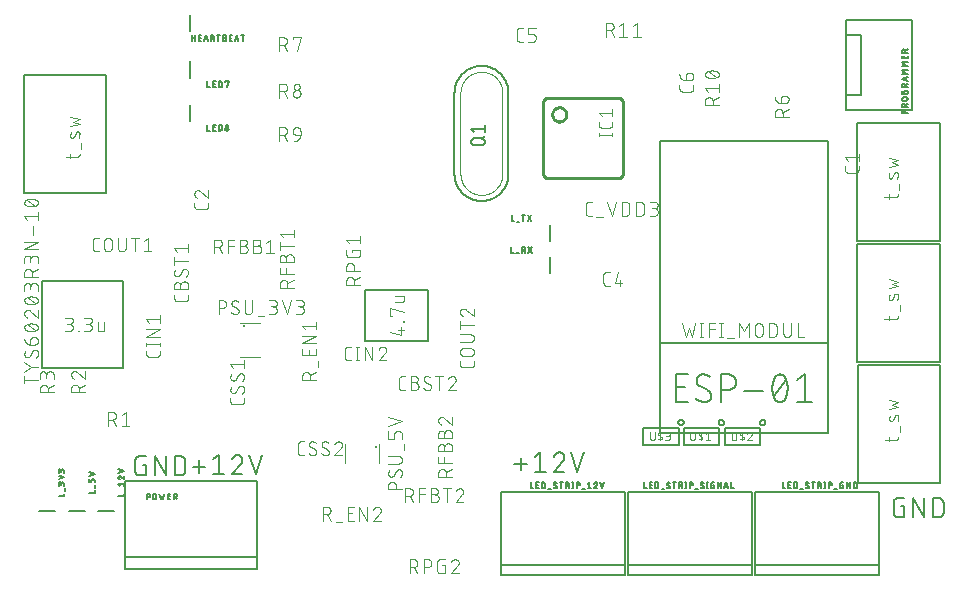
<source format=gbr>
G04 EAGLE Gerber X2 export*
%TF.Part,Single*%
%TF.FileFunction,Legend,Top,1*%
%TF.FilePolarity,Positive*%
%TF.GenerationSoftware,Autodesk,EAGLE,9.1.1*%
%TF.CreationDate,2018-07-30T19:22:14Z*%
G75*
%MOMM*%
%FSLAX34Y34*%
%LPD*%
%AMOC8*
5,1,8,0,0,1.08239X$1,22.5*%
G01*
%ADD10C,0.152400*%
%ADD11C,0.254000*%
%ADD12C,0.101600*%
%ADD13C,0.203200*%
%ADD14C,0.127000*%
%ADD15C,0.050800*%
%ADD16C,0.250000*%


D10*
X112784Y98093D02*
X115493Y98093D01*
X115493Y89062D01*
X110074Y89062D01*
X109956Y89064D01*
X109838Y89070D01*
X109720Y89079D01*
X109603Y89093D01*
X109486Y89110D01*
X109369Y89131D01*
X109254Y89156D01*
X109139Y89185D01*
X109025Y89218D01*
X108913Y89254D01*
X108802Y89294D01*
X108692Y89337D01*
X108583Y89384D01*
X108476Y89434D01*
X108371Y89489D01*
X108268Y89546D01*
X108167Y89607D01*
X108067Y89671D01*
X107970Y89738D01*
X107875Y89808D01*
X107783Y89882D01*
X107692Y89958D01*
X107605Y90038D01*
X107520Y90120D01*
X107438Y90205D01*
X107358Y90292D01*
X107282Y90383D01*
X107208Y90475D01*
X107138Y90570D01*
X107071Y90667D01*
X107007Y90767D01*
X106946Y90868D01*
X106889Y90971D01*
X106834Y91076D01*
X106784Y91183D01*
X106737Y91292D01*
X106694Y91402D01*
X106654Y91513D01*
X106618Y91625D01*
X106585Y91739D01*
X106556Y91854D01*
X106531Y91969D01*
X106510Y92086D01*
X106493Y92203D01*
X106479Y92320D01*
X106470Y92438D01*
X106464Y92556D01*
X106462Y92674D01*
X106462Y101706D01*
X106464Y101824D01*
X106470Y101942D01*
X106479Y102060D01*
X106493Y102177D01*
X106510Y102294D01*
X106531Y102411D01*
X106556Y102526D01*
X106585Y102641D01*
X106618Y102755D01*
X106654Y102867D01*
X106694Y102978D01*
X106737Y103088D01*
X106784Y103197D01*
X106834Y103304D01*
X106888Y103409D01*
X106946Y103512D01*
X107007Y103613D01*
X107071Y103713D01*
X107138Y103810D01*
X107208Y103905D01*
X107282Y103997D01*
X107358Y104088D01*
X107438Y104175D01*
X107520Y104260D01*
X107605Y104342D01*
X107692Y104422D01*
X107783Y104498D01*
X107875Y104572D01*
X107970Y104642D01*
X108067Y104709D01*
X108167Y104773D01*
X108268Y104834D01*
X108371Y104891D01*
X108476Y104945D01*
X108583Y104996D01*
X108692Y105043D01*
X108802Y105086D01*
X108913Y105126D01*
X109025Y105162D01*
X109139Y105195D01*
X109254Y105224D01*
X109369Y105249D01*
X109486Y105270D01*
X109603Y105287D01*
X109720Y105301D01*
X109838Y105310D01*
X109956Y105316D01*
X110074Y105318D01*
X115493Y105318D01*
X123135Y105318D02*
X123135Y89062D01*
X132166Y89062D02*
X123135Y105318D01*
X132166Y105318D02*
X132166Y89062D01*
X139809Y89062D02*
X139809Y105318D01*
X144324Y105318D01*
X144455Y105316D01*
X144587Y105310D01*
X144718Y105301D01*
X144848Y105287D01*
X144979Y105270D01*
X145108Y105249D01*
X145237Y105225D01*
X145365Y105196D01*
X145493Y105164D01*
X145619Y105128D01*
X145744Y105089D01*
X145869Y105046D01*
X145991Y104999D01*
X146113Y104949D01*
X146233Y104895D01*
X146351Y104838D01*
X146467Y104777D01*
X146582Y104713D01*
X146695Y104646D01*
X146806Y104575D01*
X146914Y104501D01*
X147021Y104424D01*
X147125Y104344D01*
X147227Y104261D01*
X147326Y104176D01*
X147423Y104087D01*
X147517Y103995D01*
X147609Y103901D01*
X147698Y103804D01*
X147783Y103705D01*
X147866Y103603D01*
X147946Y103499D01*
X148023Y103392D01*
X148097Y103284D01*
X148168Y103173D01*
X148235Y103060D01*
X148299Y102945D01*
X148360Y102829D01*
X148417Y102711D01*
X148471Y102591D01*
X148521Y102469D01*
X148568Y102347D01*
X148611Y102222D01*
X148650Y102097D01*
X148686Y101971D01*
X148718Y101843D01*
X148747Y101715D01*
X148771Y101586D01*
X148792Y101457D01*
X148809Y101326D01*
X148823Y101196D01*
X148832Y101065D01*
X148838Y100933D01*
X148840Y100802D01*
X148840Y93578D01*
X148838Y93447D01*
X148832Y93315D01*
X148823Y93184D01*
X148809Y93054D01*
X148792Y92923D01*
X148771Y92794D01*
X148747Y92665D01*
X148718Y92537D01*
X148686Y92409D01*
X148650Y92283D01*
X148611Y92158D01*
X148568Y92033D01*
X148521Y91911D01*
X148471Y91789D01*
X148417Y91669D01*
X148360Y91551D01*
X148299Y91435D01*
X148235Y91320D01*
X148168Y91207D01*
X148097Y91096D01*
X148023Y90988D01*
X147946Y90881D01*
X147866Y90777D01*
X147783Y90675D01*
X147698Y90576D01*
X147609Y90479D01*
X147517Y90385D01*
X147423Y90293D01*
X147326Y90204D01*
X147227Y90119D01*
X147125Y90036D01*
X147021Y89956D01*
X146914Y89879D01*
X146806Y89805D01*
X146695Y89734D01*
X146582Y89667D01*
X146467Y89603D01*
X146351Y89542D01*
X146233Y89485D01*
X146113Y89431D01*
X145991Y89381D01*
X145869Y89334D01*
X145744Y89291D01*
X145619Y89252D01*
X145493Y89216D01*
X145365Y89184D01*
X145237Y89155D01*
X145108Y89131D01*
X144978Y89110D01*
X144848Y89093D01*
X144718Y89079D01*
X144587Y89070D01*
X144455Y89064D01*
X144324Y89062D01*
X139809Y89062D01*
X754860Y62625D02*
X757569Y62625D01*
X757569Y53594D01*
X752150Y53594D01*
X752032Y53596D01*
X751914Y53602D01*
X751796Y53611D01*
X751679Y53625D01*
X751562Y53642D01*
X751445Y53663D01*
X751330Y53688D01*
X751215Y53717D01*
X751101Y53750D01*
X750989Y53786D01*
X750878Y53826D01*
X750768Y53869D01*
X750659Y53916D01*
X750552Y53966D01*
X750447Y54021D01*
X750344Y54078D01*
X750243Y54139D01*
X750143Y54203D01*
X750046Y54270D01*
X749951Y54340D01*
X749859Y54414D01*
X749768Y54490D01*
X749681Y54570D01*
X749596Y54652D01*
X749514Y54737D01*
X749434Y54824D01*
X749358Y54915D01*
X749284Y55007D01*
X749214Y55102D01*
X749147Y55199D01*
X749083Y55299D01*
X749022Y55400D01*
X748965Y55503D01*
X748910Y55608D01*
X748860Y55715D01*
X748813Y55824D01*
X748770Y55934D01*
X748730Y56045D01*
X748694Y56157D01*
X748661Y56271D01*
X748632Y56386D01*
X748607Y56501D01*
X748586Y56618D01*
X748569Y56735D01*
X748555Y56852D01*
X748546Y56970D01*
X748540Y57088D01*
X748538Y57206D01*
X748538Y66238D01*
X748540Y66356D01*
X748546Y66474D01*
X748555Y66592D01*
X748569Y66709D01*
X748586Y66826D01*
X748607Y66943D01*
X748632Y67058D01*
X748661Y67173D01*
X748694Y67287D01*
X748730Y67399D01*
X748770Y67510D01*
X748813Y67620D01*
X748860Y67729D01*
X748910Y67836D01*
X748964Y67941D01*
X749022Y68044D01*
X749083Y68145D01*
X749147Y68245D01*
X749214Y68342D01*
X749284Y68437D01*
X749358Y68529D01*
X749434Y68620D01*
X749514Y68707D01*
X749596Y68792D01*
X749681Y68874D01*
X749768Y68954D01*
X749859Y69030D01*
X749951Y69104D01*
X750046Y69174D01*
X750143Y69241D01*
X750243Y69305D01*
X750344Y69366D01*
X750447Y69423D01*
X750552Y69477D01*
X750659Y69528D01*
X750768Y69575D01*
X750878Y69618D01*
X750989Y69658D01*
X751101Y69694D01*
X751215Y69727D01*
X751330Y69756D01*
X751445Y69781D01*
X751562Y69802D01*
X751679Y69819D01*
X751796Y69833D01*
X751914Y69842D01*
X752032Y69848D01*
X752150Y69850D01*
X757569Y69850D01*
X765211Y69850D02*
X765211Y53594D01*
X774242Y53594D02*
X765211Y69850D01*
X774242Y69850D02*
X774242Y53594D01*
X781885Y53594D02*
X781885Y69850D01*
X786400Y69850D01*
X786531Y69848D01*
X786663Y69842D01*
X786794Y69833D01*
X786924Y69819D01*
X787055Y69802D01*
X787184Y69781D01*
X787313Y69757D01*
X787441Y69728D01*
X787569Y69696D01*
X787695Y69660D01*
X787820Y69621D01*
X787945Y69578D01*
X788067Y69531D01*
X788189Y69481D01*
X788309Y69427D01*
X788427Y69370D01*
X788543Y69309D01*
X788658Y69245D01*
X788771Y69178D01*
X788882Y69107D01*
X788990Y69033D01*
X789097Y68956D01*
X789201Y68876D01*
X789303Y68793D01*
X789402Y68708D01*
X789499Y68619D01*
X789593Y68527D01*
X789685Y68433D01*
X789774Y68336D01*
X789859Y68237D01*
X789942Y68135D01*
X790022Y68031D01*
X790099Y67924D01*
X790173Y67816D01*
X790244Y67705D01*
X790311Y67592D01*
X790375Y67477D01*
X790436Y67361D01*
X790493Y67243D01*
X790547Y67123D01*
X790597Y67001D01*
X790644Y66879D01*
X790687Y66754D01*
X790726Y66629D01*
X790762Y66503D01*
X790794Y66375D01*
X790823Y66247D01*
X790847Y66118D01*
X790868Y65989D01*
X790885Y65858D01*
X790899Y65728D01*
X790908Y65597D01*
X790914Y65465D01*
X790916Y65334D01*
X790916Y58110D01*
X790914Y57979D01*
X790908Y57847D01*
X790899Y57716D01*
X790885Y57586D01*
X790868Y57455D01*
X790847Y57326D01*
X790823Y57197D01*
X790794Y57069D01*
X790762Y56941D01*
X790726Y56815D01*
X790687Y56690D01*
X790644Y56565D01*
X790597Y56443D01*
X790547Y56321D01*
X790493Y56201D01*
X790436Y56083D01*
X790375Y55967D01*
X790311Y55852D01*
X790244Y55739D01*
X790173Y55628D01*
X790099Y55520D01*
X790022Y55413D01*
X789942Y55309D01*
X789859Y55207D01*
X789774Y55108D01*
X789685Y55011D01*
X789593Y54917D01*
X789499Y54825D01*
X789402Y54736D01*
X789303Y54651D01*
X789201Y54568D01*
X789097Y54488D01*
X788990Y54411D01*
X788882Y54337D01*
X788771Y54266D01*
X788658Y54199D01*
X788543Y54135D01*
X788427Y54074D01*
X788309Y54017D01*
X788189Y53963D01*
X788067Y53913D01*
X787945Y53866D01*
X787820Y53823D01*
X787695Y53784D01*
X787569Y53748D01*
X787441Y53716D01*
X787313Y53687D01*
X787184Y53663D01*
X787054Y53642D01*
X786924Y53625D01*
X786794Y53611D01*
X786663Y53602D01*
X786531Y53596D01*
X786400Y53594D01*
X781885Y53594D01*
X165799Y96184D02*
X154962Y96184D01*
X160381Y101602D02*
X160381Y90765D01*
X172538Y102506D02*
X177054Y106118D01*
X177054Y89862D01*
X172538Y89862D02*
X181570Y89862D01*
X197201Y102054D02*
X197199Y102179D01*
X197193Y102304D01*
X197184Y102429D01*
X197170Y102553D01*
X197153Y102677D01*
X197132Y102801D01*
X197107Y102923D01*
X197078Y103045D01*
X197046Y103166D01*
X197010Y103286D01*
X196970Y103405D01*
X196927Y103522D01*
X196880Y103638D01*
X196829Y103753D01*
X196775Y103865D01*
X196717Y103977D01*
X196657Y104086D01*
X196592Y104193D01*
X196525Y104299D01*
X196454Y104402D01*
X196380Y104503D01*
X196303Y104602D01*
X196223Y104698D01*
X196140Y104792D01*
X196055Y104883D01*
X195966Y104972D01*
X195875Y105057D01*
X195781Y105140D01*
X195685Y105220D01*
X195586Y105297D01*
X195485Y105371D01*
X195382Y105442D01*
X195276Y105509D01*
X195169Y105574D01*
X195060Y105634D01*
X194948Y105692D01*
X194836Y105746D01*
X194721Y105797D01*
X194605Y105844D01*
X194488Y105887D01*
X194369Y105927D01*
X194249Y105963D01*
X194128Y105995D01*
X194006Y106024D01*
X193884Y106049D01*
X193760Y106070D01*
X193636Y106087D01*
X193512Y106101D01*
X193387Y106110D01*
X193262Y106116D01*
X193137Y106118D01*
X192994Y106116D01*
X192852Y106110D01*
X192709Y106100D01*
X192567Y106087D01*
X192426Y106069D01*
X192284Y106048D01*
X192144Y106023D01*
X192004Y105994D01*
X191865Y105961D01*
X191727Y105924D01*
X191590Y105884D01*
X191455Y105840D01*
X191320Y105792D01*
X191187Y105740D01*
X191055Y105685D01*
X190925Y105626D01*
X190797Y105564D01*
X190670Y105498D01*
X190545Y105429D01*
X190422Y105357D01*
X190302Y105281D01*
X190183Y105202D01*
X190066Y105119D01*
X189952Y105034D01*
X189840Y104945D01*
X189731Y104854D01*
X189624Y104759D01*
X189519Y104662D01*
X189418Y104561D01*
X189319Y104458D01*
X189223Y104353D01*
X189130Y104244D01*
X189040Y104133D01*
X188953Y104020D01*
X188869Y103905D01*
X188789Y103787D01*
X188711Y103667D01*
X188637Y103545D01*
X188567Y103421D01*
X188499Y103295D01*
X188436Y103167D01*
X188375Y103038D01*
X188318Y102907D01*
X188265Y102775D01*
X188216Y102641D01*
X188170Y102506D01*
X195846Y98893D02*
X195940Y98985D01*
X196030Y99079D01*
X196118Y99176D01*
X196203Y99276D01*
X196285Y99378D01*
X196364Y99483D01*
X196439Y99590D01*
X196511Y99699D01*
X196580Y99810D01*
X196646Y99924D01*
X196708Y100039D01*
X196767Y100156D01*
X196822Y100275D01*
X196873Y100395D01*
X196921Y100517D01*
X196966Y100640D01*
X197006Y100764D01*
X197043Y100890D01*
X197076Y101017D01*
X197105Y101144D01*
X197131Y101273D01*
X197152Y101402D01*
X197170Y101532D01*
X197183Y101662D01*
X197193Y101792D01*
X197199Y101923D01*
X197201Y102054D01*
X195846Y98893D02*
X188170Y89862D01*
X197201Y89862D01*
X208316Y89862D02*
X202898Y106118D01*
X213735Y106118D02*
X208316Y89862D01*
X427482Y98524D02*
X438319Y98524D01*
X432901Y93105D02*
X432901Y103942D01*
X445058Y104846D02*
X449574Y108458D01*
X449574Y92202D01*
X445058Y92202D02*
X454090Y92202D01*
X469721Y104394D02*
X469719Y104519D01*
X469713Y104644D01*
X469704Y104769D01*
X469690Y104893D01*
X469673Y105017D01*
X469652Y105141D01*
X469627Y105263D01*
X469598Y105385D01*
X469566Y105506D01*
X469530Y105626D01*
X469490Y105745D01*
X469447Y105862D01*
X469400Y105978D01*
X469349Y106093D01*
X469295Y106205D01*
X469237Y106317D01*
X469177Y106426D01*
X469112Y106533D01*
X469045Y106639D01*
X468974Y106742D01*
X468900Y106843D01*
X468823Y106942D01*
X468743Y107038D01*
X468660Y107132D01*
X468575Y107223D01*
X468486Y107312D01*
X468395Y107397D01*
X468301Y107480D01*
X468205Y107560D01*
X468106Y107637D01*
X468005Y107711D01*
X467902Y107782D01*
X467796Y107849D01*
X467689Y107914D01*
X467580Y107974D01*
X467468Y108032D01*
X467356Y108086D01*
X467241Y108137D01*
X467125Y108184D01*
X467008Y108227D01*
X466889Y108267D01*
X466769Y108303D01*
X466648Y108335D01*
X466526Y108364D01*
X466404Y108389D01*
X466280Y108410D01*
X466156Y108427D01*
X466032Y108441D01*
X465907Y108450D01*
X465782Y108456D01*
X465657Y108458D01*
X465514Y108456D01*
X465372Y108450D01*
X465229Y108440D01*
X465087Y108427D01*
X464946Y108409D01*
X464804Y108388D01*
X464664Y108363D01*
X464524Y108334D01*
X464385Y108301D01*
X464247Y108264D01*
X464110Y108224D01*
X463975Y108180D01*
X463840Y108132D01*
X463707Y108080D01*
X463575Y108025D01*
X463445Y107966D01*
X463317Y107904D01*
X463190Y107838D01*
X463065Y107769D01*
X462942Y107697D01*
X462822Y107621D01*
X462703Y107542D01*
X462586Y107459D01*
X462472Y107374D01*
X462360Y107285D01*
X462251Y107194D01*
X462144Y107099D01*
X462039Y107002D01*
X461938Y106901D01*
X461839Y106798D01*
X461743Y106693D01*
X461650Y106584D01*
X461560Y106473D01*
X461473Y106360D01*
X461389Y106245D01*
X461309Y106127D01*
X461231Y106007D01*
X461157Y105885D01*
X461087Y105761D01*
X461019Y105635D01*
X460956Y105507D01*
X460895Y105378D01*
X460838Y105247D01*
X460785Y105115D01*
X460736Y104981D01*
X460690Y104846D01*
X468366Y101233D02*
X468460Y101325D01*
X468550Y101419D01*
X468638Y101516D01*
X468723Y101616D01*
X468805Y101718D01*
X468884Y101823D01*
X468959Y101930D01*
X469031Y102039D01*
X469100Y102150D01*
X469166Y102264D01*
X469228Y102379D01*
X469287Y102496D01*
X469342Y102615D01*
X469393Y102735D01*
X469441Y102857D01*
X469486Y102980D01*
X469526Y103104D01*
X469563Y103230D01*
X469596Y103357D01*
X469625Y103484D01*
X469651Y103613D01*
X469672Y103742D01*
X469690Y103872D01*
X469703Y104002D01*
X469713Y104132D01*
X469719Y104263D01*
X469721Y104394D01*
X468366Y101233D02*
X460690Y92202D01*
X469721Y92202D01*
X480836Y92202D02*
X475418Y108458D01*
X486255Y108458D02*
X480836Y92202D01*
D11*
X519250Y405500D02*
X516500Y408250D01*
X519250Y405500D02*
X519250Y343500D01*
X516500Y340750D01*
X454500Y340750D01*
X451750Y343500D01*
X451750Y405500D01*
X454500Y408250D01*
X516500Y408250D01*
X459500Y394500D02*
X459502Y394654D01*
X459508Y394809D01*
X459518Y394963D01*
X459532Y395117D01*
X459550Y395270D01*
X459571Y395423D01*
X459597Y395576D01*
X459627Y395727D01*
X459660Y395878D01*
X459698Y396028D01*
X459739Y396177D01*
X459784Y396325D01*
X459833Y396471D01*
X459886Y396617D01*
X459942Y396760D01*
X460002Y396903D01*
X460066Y397043D01*
X460133Y397183D01*
X460204Y397320D01*
X460278Y397455D01*
X460356Y397589D01*
X460437Y397720D01*
X460522Y397849D01*
X460610Y397977D01*
X460701Y398101D01*
X460795Y398224D01*
X460893Y398344D01*
X460993Y398461D01*
X461097Y398576D01*
X461203Y398688D01*
X461312Y398797D01*
X461424Y398903D01*
X461539Y399007D01*
X461656Y399107D01*
X461776Y399205D01*
X461899Y399299D01*
X462023Y399390D01*
X462151Y399478D01*
X462280Y399563D01*
X462411Y399644D01*
X462545Y399722D01*
X462680Y399796D01*
X462817Y399867D01*
X462957Y399934D01*
X463097Y399998D01*
X463240Y400058D01*
X463383Y400114D01*
X463529Y400167D01*
X463675Y400216D01*
X463823Y400261D01*
X463972Y400302D01*
X464122Y400340D01*
X464273Y400373D01*
X464424Y400403D01*
X464577Y400429D01*
X464730Y400450D01*
X464883Y400468D01*
X465037Y400482D01*
X465191Y400492D01*
X465346Y400498D01*
X465500Y400500D01*
X465654Y400498D01*
X465809Y400492D01*
X465963Y400482D01*
X466117Y400468D01*
X466270Y400450D01*
X466423Y400429D01*
X466576Y400403D01*
X466727Y400373D01*
X466878Y400340D01*
X467028Y400302D01*
X467177Y400261D01*
X467325Y400216D01*
X467471Y400167D01*
X467617Y400114D01*
X467760Y400058D01*
X467903Y399998D01*
X468043Y399934D01*
X468183Y399867D01*
X468320Y399796D01*
X468455Y399722D01*
X468589Y399644D01*
X468720Y399563D01*
X468849Y399478D01*
X468977Y399390D01*
X469101Y399299D01*
X469224Y399205D01*
X469344Y399107D01*
X469461Y399007D01*
X469576Y398903D01*
X469688Y398797D01*
X469797Y398688D01*
X469903Y398576D01*
X470007Y398461D01*
X470107Y398344D01*
X470205Y398224D01*
X470299Y398101D01*
X470390Y397977D01*
X470478Y397849D01*
X470563Y397720D01*
X470644Y397589D01*
X470722Y397455D01*
X470796Y397320D01*
X470867Y397183D01*
X470934Y397043D01*
X470998Y396903D01*
X471058Y396760D01*
X471114Y396617D01*
X471167Y396471D01*
X471216Y396325D01*
X471261Y396177D01*
X471302Y396028D01*
X471340Y395878D01*
X471373Y395727D01*
X471403Y395576D01*
X471429Y395423D01*
X471450Y395270D01*
X471468Y395117D01*
X471482Y394963D01*
X471492Y394809D01*
X471498Y394654D01*
X471500Y394500D01*
X471498Y394346D01*
X471492Y394191D01*
X471482Y394037D01*
X471468Y393883D01*
X471450Y393730D01*
X471429Y393577D01*
X471403Y393424D01*
X471373Y393273D01*
X471340Y393122D01*
X471302Y392972D01*
X471261Y392823D01*
X471216Y392675D01*
X471167Y392529D01*
X471114Y392383D01*
X471058Y392240D01*
X470998Y392097D01*
X470934Y391957D01*
X470867Y391817D01*
X470796Y391680D01*
X470722Y391545D01*
X470644Y391411D01*
X470563Y391280D01*
X470478Y391151D01*
X470390Y391023D01*
X470299Y390899D01*
X470205Y390776D01*
X470107Y390656D01*
X470007Y390539D01*
X469903Y390424D01*
X469797Y390312D01*
X469688Y390203D01*
X469576Y390097D01*
X469461Y389993D01*
X469344Y389893D01*
X469224Y389795D01*
X469101Y389701D01*
X468977Y389610D01*
X468849Y389522D01*
X468720Y389437D01*
X468589Y389356D01*
X468455Y389278D01*
X468320Y389204D01*
X468183Y389133D01*
X468043Y389066D01*
X467903Y389002D01*
X467760Y388942D01*
X467617Y388886D01*
X467471Y388833D01*
X467325Y388784D01*
X467177Y388739D01*
X467028Y388698D01*
X466878Y388660D01*
X466727Y388627D01*
X466576Y388597D01*
X466423Y388571D01*
X466270Y388550D01*
X466117Y388532D01*
X465963Y388518D01*
X465809Y388508D01*
X465654Y388502D01*
X465500Y388500D01*
X465346Y388502D01*
X465191Y388508D01*
X465037Y388518D01*
X464883Y388532D01*
X464730Y388550D01*
X464577Y388571D01*
X464424Y388597D01*
X464273Y388627D01*
X464122Y388660D01*
X463972Y388698D01*
X463823Y388739D01*
X463675Y388784D01*
X463529Y388833D01*
X463383Y388886D01*
X463240Y388942D01*
X463097Y389002D01*
X462957Y389066D01*
X462817Y389133D01*
X462680Y389204D01*
X462545Y389278D01*
X462411Y389356D01*
X462280Y389437D01*
X462151Y389522D01*
X462023Y389610D01*
X461899Y389701D01*
X461776Y389795D01*
X461656Y389893D01*
X461539Y389993D01*
X461424Y390097D01*
X461312Y390203D01*
X461203Y390312D01*
X461097Y390424D01*
X460993Y390539D01*
X460893Y390656D01*
X460795Y390776D01*
X460701Y390899D01*
X460610Y391023D01*
X460522Y391151D01*
X460437Y391280D01*
X460356Y391411D01*
X460278Y391545D01*
X460204Y391680D01*
X460133Y391817D01*
X460066Y391957D01*
X460002Y392097D01*
X459942Y392240D01*
X459886Y392383D01*
X459833Y392529D01*
X459784Y392675D01*
X459739Y392823D01*
X459698Y392972D01*
X459660Y393122D01*
X459627Y393273D01*
X459597Y393424D01*
X459571Y393577D01*
X459550Y393730D01*
X459532Y393883D01*
X459518Y394037D01*
X459508Y394191D01*
X459502Y394346D01*
X459500Y394500D01*
D12*
X498708Y377477D02*
X510392Y377477D01*
X510392Y376179D02*
X510392Y378776D01*
X498708Y378776D02*
X498708Y376179D01*
X510392Y385939D02*
X510392Y388536D01*
X510392Y385939D02*
X510390Y385840D01*
X510384Y385740D01*
X510375Y385641D01*
X510362Y385543D01*
X510345Y385445D01*
X510324Y385347D01*
X510299Y385251D01*
X510271Y385156D01*
X510239Y385062D01*
X510204Y384969D01*
X510165Y384877D01*
X510122Y384787D01*
X510077Y384699D01*
X510027Y384612D01*
X509975Y384528D01*
X509919Y384445D01*
X509861Y384365D01*
X509799Y384287D01*
X509734Y384212D01*
X509666Y384139D01*
X509596Y384069D01*
X509523Y384001D01*
X509448Y383936D01*
X509370Y383874D01*
X509290Y383816D01*
X509207Y383760D01*
X509123Y383708D01*
X509036Y383658D01*
X508948Y383613D01*
X508858Y383570D01*
X508766Y383531D01*
X508673Y383496D01*
X508579Y383464D01*
X508484Y383436D01*
X508388Y383411D01*
X508290Y383390D01*
X508192Y383373D01*
X508094Y383360D01*
X507995Y383351D01*
X507895Y383345D01*
X507796Y383343D01*
X501304Y383343D01*
X501304Y383342D02*
X501205Y383344D01*
X501105Y383350D01*
X501006Y383359D01*
X500908Y383372D01*
X500810Y383390D01*
X500712Y383410D01*
X500616Y383435D01*
X500520Y383463D01*
X500426Y383495D01*
X500333Y383530D01*
X500242Y383569D01*
X500152Y383612D01*
X500063Y383657D01*
X499977Y383707D01*
X499892Y383759D01*
X499810Y383815D01*
X499730Y383874D01*
X499652Y383935D01*
X499576Y384000D01*
X499503Y384068D01*
X499433Y384138D01*
X499365Y384211D01*
X499300Y384287D01*
X499239Y384365D01*
X499180Y384445D01*
X499124Y384527D01*
X499072Y384612D01*
X499023Y384698D01*
X498977Y384787D01*
X498934Y384877D01*
X498895Y384968D01*
X498860Y385061D01*
X498828Y385155D01*
X498800Y385251D01*
X498775Y385347D01*
X498755Y385445D01*
X498737Y385543D01*
X498724Y385641D01*
X498715Y385740D01*
X498709Y385839D01*
X498707Y385939D01*
X498708Y385939D02*
X498708Y388536D01*
X501304Y392901D02*
X498708Y396146D01*
X510392Y396146D01*
X510392Y392901D02*
X510392Y399392D01*
D13*
X523900Y74800D02*
X628900Y74800D01*
X628900Y12800D01*
X628900Y4800D01*
X523900Y4800D01*
X523900Y12800D01*
X523900Y74800D01*
X523900Y12800D02*
X628900Y12800D01*
D14*
X537209Y78265D02*
X537209Y83091D01*
X537209Y78265D02*
X539354Y78265D01*
X541964Y78265D02*
X544109Y78265D01*
X541964Y78265D02*
X541964Y83091D01*
X544109Y83091D01*
X543572Y80946D02*
X541964Y80946D01*
X546699Y83091D02*
X546699Y78265D01*
X546699Y83091D02*
X548040Y83091D01*
X548110Y83089D01*
X548180Y83084D01*
X548250Y83074D01*
X548319Y83062D01*
X548387Y83045D01*
X548454Y83025D01*
X548521Y83002D01*
X548585Y82975D01*
X548649Y82945D01*
X548711Y82911D01*
X548770Y82875D01*
X548828Y82835D01*
X548884Y82792D01*
X548937Y82747D01*
X548988Y82698D01*
X549037Y82647D01*
X549082Y82594D01*
X549125Y82538D01*
X549165Y82480D01*
X549201Y82421D01*
X549235Y82359D01*
X549265Y82295D01*
X549292Y82231D01*
X549315Y82164D01*
X549335Y82097D01*
X549352Y82029D01*
X549364Y81960D01*
X549374Y81890D01*
X549379Y81820D01*
X549381Y81750D01*
X549380Y81750D02*
X549380Y79606D01*
X549381Y79606D02*
X549379Y79536D01*
X549374Y79466D01*
X549364Y79396D01*
X549352Y79327D01*
X549335Y79259D01*
X549315Y79192D01*
X549292Y79125D01*
X549265Y79061D01*
X549235Y78997D01*
X549201Y78935D01*
X549165Y78876D01*
X549125Y78818D01*
X549082Y78762D01*
X549037Y78709D01*
X548988Y78658D01*
X548937Y78609D01*
X548884Y78564D01*
X548828Y78521D01*
X548770Y78481D01*
X548710Y78445D01*
X548649Y78411D01*
X548585Y78381D01*
X548521Y78354D01*
X548454Y78331D01*
X548387Y78311D01*
X548319Y78294D01*
X548250Y78282D01*
X548180Y78272D01*
X548110Y78267D01*
X548040Y78265D01*
X546699Y78265D01*
X552088Y77729D02*
X554233Y77729D01*
X558183Y78265D02*
X558248Y78267D01*
X558312Y78273D01*
X558376Y78283D01*
X558440Y78296D01*
X558502Y78314D01*
X558563Y78335D01*
X558623Y78359D01*
X558681Y78388D01*
X558738Y78420D01*
X558792Y78455D01*
X558844Y78493D01*
X558894Y78535D01*
X558941Y78579D01*
X558985Y78626D01*
X559027Y78676D01*
X559065Y78728D01*
X559100Y78782D01*
X559132Y78839D01*
X559161Y78897D01*
X559185Y78957D01*
X559206Y79018D01*
X559224Y79080D01*
X559237Y79144D01*
X559247Y79208D01*
X559253Y79272D01*
X559255Y79337D01*
X558183Y78265D02*
X558089Y78267D01*
X557995Y78273D01*
X557901Y78283D01*
X557808Y78296D01*
X557716Y78314D01*
X557624Y78335D01*
X557533Y78360D01*
X557443Y78389D01*
X557355Y78422D01*
X557268Y78458D01*
X557183Y78498D01*
X557099Y78541D01*
X557018Y78588D01*
X556938Y78638D01*
X556860Y78691D01*
X556785Y78748D01*
X556712Y78807D01*
X556642Y78870D01*
X556574Y78935D01*
X556709Y82019D02*
X556711Y82084D01*
X556717Y82148D01*
X556727Y82212D01*
X556740Y82276D01*
X556758Y82338D01*
X556779Y82399D01*
X556803Y82459D01*
X556832Y82517D01*
X556864Y82574D01*
X556899Y82628D01*
X556937Y82680D01*
X556979Y82730D01*
X557023Y82777D01*
X557070Y82821D01*
X557120Y82863D01*
X557172Y82901D01*
X557226Y82936D01*
X557283Y82968D01*
X557341Y82997D01*
X557401Y83021D01*
X557462Y83042D01*
X557524Y83060D01*
X557588Y83073D01*
X557652Y83083D01*
X557716Y83089D01*
X557781Y83091D01*
X557867Y83089D01*
X557953Y83084D01*
X558039Y83074D01*
X558124Y83061D01*
X558209Y83045D01*
X558293Y83025D01*
X558376Y83001D01*
X558458Y82974D01*
X558538Y82943D01*
X558618Y82909D01*
X558695Y82871D01*
X558771Y82830D01*
X558845Y82786D01*
X558917Y82739D01*
X558988Y82689D01*
X557245Y81081D02*
X557192Y81114D01*
X557141Y81151D01*
X557092Y81190D01*
X557045Y81232D01*
X557001Y81277D01*
X556960Y81324D01*
X556921Y81373D01*
X556885Y81425D01*
X556852Y81479D01*
X556823Y81534D01*
X556797Y81591D01*
X556774Y81650D01*
X556754Y81709D01*
X556738Y81770D01*
X556725Y81831D01*
X556716Y81894D01*
X556711Y81956D01*
X556709Y82019D01*
X558719Y80275D02*
X558772Y80242D01*
X558823Y80205D01*
X558872Y80166D01*
X558919Y80124D01*
X558963Y80079D01*
X559004Y80032D01*
X559043Y79983D01*
X559079Y79931D01*
X559112Y79877D01*
X559141Y79822D01*
X559167Y79765D01*
X559190Y79706D01*
X559210Y79647D01*
X559226Y79586D01*
X559239Y79525D01*
X559248Y79462D01*
X559253Y79400D01*
X559255Y79337D01*
X558719Y80276D02*
X557245Y81080D01*
X562853Y83091D02*
X562853Y78265D01*
X561512Y83091D02*
X564193Y83091D01*
X566879Y83091D02*
X566879Y78265D01*
X566879Y83091D02*
X568220Y83091D01*
X568291Y83089D01*
X568363Y83083D01*
X568433Y83074D01*
X568503Y83061D01*
X568573Y83044D01*
X568641Y83023D01*
X568708Y82999D01*
X568774Y82971D01*
X568838Y82940D01*
X568901Y82905D01*
X568961Y82867D01*
X569020Y82826D01*
X569076Y82782D01*
X569130Y82735D01*
X569181Y82686D01*
X569229Y82633D01*
X569275Y82578D01*
X569317Y82521D01*
X569357Y82461D01*
X569393Y82400D01*
X569426Y82336D01*
X569455Y82271D01*
X569481Y82205D01*
X569504Y82137D01*
X569523Y82068D01*
X569538Y81998D01*
X569549Y81928D01*
X569557Y81857D01*
X569561Y81786D01*
X569561Y81714D01*
X569557Y81643D01*
X569549Y81572D01*
X569538Y81502D01*
X569523Y81432D01*
X569504Y81363D01*
X569481Y81295D01*
X569455Y81229D01*
X569426Y81164D01*
X569393Y81100D01*
X569357Y81039D01*
X569317Y80979D01*
X569275Y80922D01*
X569229Y80867D01*
X569181Y80814D01*
X569130Y80765D01*
X569076Y80718D01*
X569020Y80674D01*
X568961Y80633D01*
X568901Y80595D01*
X568838Y80560D01*
X568774Y80529D01*
X568708Y80501D01*
X568641Y80477D01*
X568573Y80456D01*
X568503Y80439D01*
X568433Y80426D01*
X568363Y80417D01*
X568291Y80411D01*
X568220Y80409D01*
X568220Y80410D02*
X566879Y80410D01*
X568488Y80410D02*
X569561Y78265D01*
X572545Y78265D02*
X572545Y83091D01*
X572009Y78265D02*
X573082Y78265D01*
X573082Y83091D02*
X572009Y83091D01*
X575923Y83091D02*
X575923Y78265D01*
X575923Y83091D02*
X577264Y83091D01*
X577335Y83089D01*
X577407Y83083D01*
X577477Y83074D01*
X577547Y83061D01*
X577617Y83044D01*
X577685Y83023D01*
X577752Y82999D01*
X577818Y82971D01*
X577882Y82940D01*
X577945Y82905D01*
X578005Y82867D01*
X578064Y82826D01*
X578120Y82782D01*
X578174Y82735D01*
X578225Y82686D01*
X578273Y82633D01*
X578319Y82578D01*
X578361Y82521D01*
X578401Y82461D01*
X578437Y82400D01*
X578470Y82336D01*
X578499Y82271D01*
X578525Y82205D01*
X578548Y82137D01*
X578567Y82068D01*
X578582Y81998D01*
X578593Y81928D01*
X578601Y81857D01*
X578605Y81786D01*
X578605Y81714D01*
X578601Y81643D01*
X578593Y81572D01*
X578582Y81502D01*
X578567Y81432D01*
X578548Y81363D01*
X578525Y81295D01*
X578499Y81229D01*
X578470Y81164D01*
X578437Y81100D01*
X578401Y81039D01*
X578361Y80979D01*
X578319Y80922D01*
X578273Y80867D01*
X578225Y80814D01*
X578174Y80765D01*
X578120Y80718D01*
X578064Y80674D01*
X578005Y80633D01*
X577945Y80595D01*
X577882Y80560D01*
X577818Y80529D01*
X577752Y80501D01*
X577685Y80477D01*
X577617Y80456D01*
X577547Y80439D01*
X577477Y80426D01*
X577407Y80417D01*
X577335Y80411D01*
X577264Y80409D01*
X577264Y80410D02*
X575923Y80410D01*
X580800Y77729D02*
X582945Y77729D01*
X586895Y78265D02*
X586960Y78267D01*
X587024Y78273D01*
X587088Y78283D01*
X587152Y78296D01*
X587214Y78314D01*
X587275Y78335D01*
X587335Y78359D01*
X587393Y78388D01*
X587450Y78420D01*
X587504Y78455D01*
X587556Y78493D01*
X587606Y78535D01*
X587653Y78579D01*
X587697Y78626D01*
X587739Y78676D01*
X587777Y78728D01*
X587812Y78782D01*
X587844Y78839D01*
X587873Y78897D01*
X587897Y78957D01*
X587918Y79018D01*
X587936Y79080D01*
X587949Y79144D01*
X587959Y79208D01*
X587965Y79272D01*
X587967Y79337D01*
X586895Y78265D02*
X586801Y78267D01*
X586707Y78273D01*
X586613Y78283D01*
X586520Y78296D01*
X586428Y78314D01*
X586336Y78335D01*
X586245Y78360D01*
X586155Y78389D01*
X586067Y78422D01*
X585980Y78458D01*
X585895Y78498D01*
X585811Y78541D01*
X585730Y78588D01*
X585650Y78638D01*
X585572Y78691D01*
X585497Y78748D01*
X585424Y78807D01*
X585354Y78870D01*
X585286Y78935D01*
X585421Y82019D02*
X585423Y82084D01*
X585429Y82148D01*
X585439Y82212D01*
X585452Y82276D01*
X585470Y82338D01*
X585491Y82399D01*
X585515Y82459D01*
X585544Y82517D01*
X585576Y82574D01*
X585611Y82628D01*
X585649Y82680D01*
X585691Y82730D01*
X585735Y82777D01*
X585782Y82821D01*
X585832Y82863D01*
X585884Y82901D01*
X585938Y82936D01*
X585995Y82968D01*
X586053Y82997D01*
X586113Y83021D01*
X586174Y83042D01*
X586236Y83060D01*
X586300Y83073D01*
X586364Y83083D01*
X586428Y83089D01*
X586493Y83091D01*
X586579Y83089D01*
X586665Y83084D01*
X586751Y83074D01*
X586836Y83061D01*
X586921Y83045D01*
X587005Y83025D01*
X587088Y83001D01*
X587170Y82974D01*
X587250Y82943D01*
X587330Y82909D01*
X587407Y82871D01*
X587483Y82830D01*
X587557Y82786D01*
X587629Y82739D01*
X587700Y82689D01*
X585957Y81081D02*
X585904Y81114D01*
X585853Y81151D01*
X585804Y81190D01*
X585757Y81232D01*
X585713Y81277D01*
X585672Y81324D01*
X585633Y81373D01*
X585597Y81425D01*
X585564Y81479D01*
X585535Y81534D01*
X585509Y81591D01*
X585486Y81650D01*
X585466Y81709D01*
X585450Y81770D01*
X585437Y81831D01*
X585428Y81894D01*
X585423Y81956D01*
X585421Y82019D01*
X587431Y80275D02*
X587484Y80242D01*
X587535Y80205D01*
X587584Y80166D01*
X587631Y80124D01*
X587675Y80079D01*
X587716Y80032D01*
X587755Y79983D01*
X587791Y79931D01*
X587824Y79877D01*
X587853Y79822D01*
X587879Y79765D01*
X587902Y79706D01*
X587922Y79647D01*
X587938Y79586D01*
X587951Y79525D01*
X587960Y79462D01*
X587965Y79400D01*
X587967Y79337D01*
X587431Y80276D02*
X585957Y81080D01*
X590833Y83091D02*
X590833Y78265D01*
X590297Y78265D02*
X591369Y78265D01*
X591369Y83091D02*
X590297Y83091D01*
X595941Y80946D02*
X596746Y80946D01*
X596746Y78265D01*
X595137Y78265D01*
X595072Y78267D01*
X595008Y78273D01*
X594944Y78283D01*
X594880Y78296D01*
X594818Y78314D01*
X594757Y78335D01*
X594697Y78359D01*
X594639Y78388D01*
X594582Y78420D01*
X594528Y78455D01*
X594476Y78493D01*
X594426Y78535D01*
X594379Y78579D01*
X594335Y78626D01*
X594293Y78676D01*
X594255Y78728D01*
X594220Y78782D01*
X594188Y78839D01*
X594159Y78897D01*
X594135Y78957D01*
X594114Y79018D01*
X594096Y79080D01*
X594083Y79144D01*
X594073Y79208D01*
X594067Y79272D01*
X594065Y79337D01*
X594065Y82019D01*
X594067Y82084D01*
X594073Y82148D01*
X594083Y82212D01*
X594096Y82276D01*
X594114Y82338D01*
X594135Y82399D01*
X594159Y82459D01*
X594188Y82517D01*
X594220Y82574D01*
X594255Y82628D01*
X594293Y82680D01*
X594335Y82730D01*
X594379Y82777D01*
X594426Y82821D01*
X594476Y82863D01*
X594528Y82901D01*
X594582Y82936D01*
X594639Y82968D01*
X594697Y82997D01*
X594757Y83021D01*
X594818Y83042D01*
X594880Y83060D01*
X594944Y83073D01*
X595008Y83083D01*
X595072Y83089D01*
X595137Y83091D01*
X596746Y83091D01*
X599917Y83091D02*
X599917Y78265D01*
X602598Y78265D02*
X599917Y83091D01*
X602598Y83091D02*
X602598Y78265D01*
X605318Y78265D02*
X606927Y83091D01*
X608535Y78265D01*
X608133Y79472D02*
X605720Y79472D01*
X611275Y78265D02*
X611275Y83091D01*
X611275Y78265D02*
X613420Y78265D01*
D13*
X520900Y74800D02*
X415900Y74800D01*
X520900Y74800D02*
X520900Y12800D01*
X520900Y4800D01*
X415900Y4800D01*
X415900Y12800D01*
X415900Y74800D01*
X415900Y12800D02*
X520900Y12800D01*
D14*
X441401Y78265D02*
X441401Y83091D01*
X441401Y78265D02*
X443546Y78265D01*
X446156Y78265D02*
X448301Y78265D01*
X446156Y78265D02*
X446156Y83091D01*
X448301Y83091D01*
X447764Y80946D02*
X446156Y80946D01*
X450891Y83091D02*
X450891Y78265D01*
X450891Y83091D02*
X452232Y83091D01*
X452302Y83089D01*
X452372Y83084D01*
X452442Y83074D01*
X452511Y83062D01*
X452579Y83045D01*
X452646Y83025D01*
X452713Y83002D01*
X452777Y82975D01*
X452841Y82945D01*
X452903Y82911D01*
X452962Y82875D01*
X453020Y82835D01*
X453076Y82792D01*
X453129Y82747D01*
X453180Y82698D01*
X453229Y82647D01*
X453274Y82594D01*
X453317Y82538D01*
X453357Y82480D01*
X453393Y82421D01*
X453427Y82359D01*
X453457Y82295D01*
X453484Y82231D01*
X453507Y82164D01*
X453527Y82097D01*
X453544Y82029D01*
X453556Y81960D01*
X453566Y81890D01*
X453571Y81820D01*
X453573Y81750D01*
X453572Y81750D02*
X453572Y79606D01*
X453573Y79606D02*
X453571Y79536D01*
X453566Y79466D01*
X453556Y79396D01*
X453544Y79327D01*
X453527Y79259D01*
X453507Y79192D01*
X453484Y79125D01*
X453457Y79061D01*
X453427Y78997D01*
X453393Y78935D01*
X453357Y78876D01*
X453317Y78818D01*
X453274Y78762D01*
X453229Y78709D01*
X453180Y78658D01*
X453129Y78609D01*
X453076Y78564D01*
X453020Y78521D01*
X452962Y78481D01*
X452902Y78445D01*
X452841Y78411D01*
X452777Y78381D01*
X452713Y78354D01*
X452646Y78331D01*
X452579Y78311D01*
X452511Y78294D01*
X452442Y78282D01*
X452372Y78272D01*
X452302Y78267D01*
X452232Y78265D01*
X450891Y78265D01*
X456280Y77729D02*
X458425Y77729D01*
X462375Y78265D02*
X462440Y78267D01*
X462504Y78273D01*
X462568Y78283D01*
X462632Y78296D01*
X462694Y78314D01*
X462755Y78335D01*
X462815Y78359D01*
X462873Y78388D01*
X462930Y78420D01*
X462984Y78455D01*
X463036Y78493D01*
X463086Y78535D01*
X463133Y78579D01*
X463177Y78626D01*
X463219Y78676D01*
X463257Y78728D01*
X463292Y78782D01*
X463324Y78839D01*
X463353Y78897D01*
X463377Y78957D01*
X463398Y79018D01*
X463416Y79080D01*
X463429Y79144D01*
X463439Y79208D01*
X463445Y79272D01*
X463447Y79337D01*
X462375Y78265D02*
X462281Y78267D01*
X462187Y78273D01*
X462093Y78283D01*
X462000Y78296D01*
X461908Y78314D01*
X461816Y78335D01*
X461725Y78360D01*
X461635Y78389D01*
X461547Y78422D01*
X461460Y78458D01*
X461375Y78498D01*
X461291Y78541D01*
X461210Y78588D01*
X461130Y78638D01*
X461052Y78691D01*
X460977Y78748D01*
X460904Y78807D01*
X460834Y78870D01*
X460766Y78935D01*
X460901Y82019D02*
X460903Y82084D01*
X460909Y82148D01*
X460919Y82212D01*
X460932Y82276D01*
X460950Y82338D01*
X460971Y82399D01*
X460995Y82459D01*
X461024Y82517D01*
X461056Y82574D01*
X461091Y82628D01*
X461129Y82680D01*
X461171Y82730D01*
X461215Y82777D01*
X461262Y82821D01*
X461312Y82863D01*
X461364Y82901D01*
X461418Y82936D01*
X461475Y82968D01*
X461533Y82997D01*
X461593Y83021D01*
X461654Y83042D01*
X461716Y83060D01*
X461780Y83073D01*
X461844Y83083D01*
X461908Y83089D01*
X461973Y83091D01*
X462059Y83089D01*
X462145Y83084D01*
X462231Y83074D01*
X462316Y83061D01*
X462401Y83045D01*
X462485Y83025D01*
X462568Y83001D01*
X462650Y82974D01*
X462730Y82943D01*
X462810Y82909D01*
X462887Y82871D01*
X462963Y82830D01*
X463037Y82786D01*
X463109Y82739D01*
X463180Y82689D01*
X461437Y81081D02*
X461384Y81114D01*
X461333Y81151D01*
X461284Y81190D01*
X461237Y81232D01*
X461193Y81277D01*
X461152Y81324D01*
X461113Y81373D01*
X461077Y81425D01*
X461044Y81479D01*
X461015Y81534D01*
X460989Y81591D01*
X460966Y81650D01*
X460946Y81709D01*
X460930Y81770D01*
X460917Y81831D01*
X460908Y81894D01*
X460903Y81956D01*
X460901Y82019D01*
X462911Y80275D02*
X462964Y80242D01*
X463015Y80205D01*
X463064Y80166D01*
X463111Y80124D01*
X463155Y80079D01*
X463196Y80032D01*
X463235Y79983D01*
X463271Y79931D01*
X463304Y79877D01*
X463333Y79822D01*
X463359Y79765D01*
X463382Y79706D01*
X463402Y79647D01*
X463418Y79586D01*
X463431Y79525D01*
X463440Y79462D01*
X463445Y79400D01*
X463447Y79337D01*
X462911Y80276D02*
X461437Y81080D01*
X467045Y83091D02*
X467045Y78265D01*
X465704Y83091D02*
X468385Y83091D01*
X471071Y83091D02*
X471071Y78265D01*
X471071Y83091D02*
X472412Y83091D01*
X472483Y83089D01*
X472555Y83083D01*
X472625Y83074D01*
X472695Y83061D01*
X472765Y83044D01*
X472833Y83023D01*
X472900Y82999D01*
X472966Y82971D01*
X473030Y82940D01*
X473093Y82905D01*
X473153Y82867D01*
X473212Y82826D01*
X473268Y82782D01*
X473322Y82735D01*
X473373Y82686D01*
X473421Y82633D01*
X473467Y82578D01*
X473509Y82521D01*
X473549Y82461D01*
X473585Y82400D01*
X473618Y82336D01*
X473647Y82271D01*
X473673Y82205D01*
X473696Y82137D01*
X473715Y82068D01*
X473730Y81998D01*
X473741Y81928D01*
X473749Y81857D01*
X473753Y81786D01*
X473753Y81714D01*
X473749Y81643D01*
X473741Y81572D01*
X473730Y81502D01*
X473715Y81432D01*
X473696Y81363D01*
X473673Y81295D01*
X473647Y81229D01*
X473618Y81164D01*
X473585Y81100D01*
X473549Y81039D01*
X473509Y80979D01*
X473467Y80922D01*
X473421Y80867D01*
X473373Y80814D01*
X473322Y80765D01*
X473268Y80718D01*
X473212Y80674D01*
X473153Y80633D01*
X473093Y80595D01*
X473030Y80560D01*
X472966Y80529D01*
X472900Y80501D01*
X472833Y80477D01*
X472765Y80456D01*
X472695Y80439D01*
X472625Y80426D01*
X472555Y80417D01*
X472483Y80411D01*
X472412Y80409D01*
X472412Y80410D02*
X471071Y80410D01*
X472680Y80410D02*
X473753Y78265D01*
X476737Y78265D02*
X476737Y83091D01*
X476201Y78265D02*
X477274Y78265D01*
X477274Y83091D02*
X476201Y83091D01*
X480115Y83091D02*
X480115Y78265D01*
X480115Y83091D02*
X481456Y83091D01*
X481527Y83089D01*
X481599Y83083D01*
X481669Y83074D01*
X481739Y83061D01*
X481809Y83044D01*
X481877Y83023D01*
X481944Y82999D01*
X482010Y82971D01*
X482074Y82940D01*
X482137Y82905D01*
X482197Y82867D01*
X482256Y82826D01*
X482312Y82782D01*
X482366Y82735D01*
X482417Y82686D01*
X482465Y82633D01*
X482511Y82578D01*
X482553Y82521D01*
X482593Y82461D01*
X482629Y82400D01*
X482662Y82336D01*
X482691Y82271D01*
X482717Y82205D01*
X482740Y82137D01*
X482759Y82068D01*
X482774Y81998D01*
X482785Y81928D01*
X482793Y81857D01*
X482797Y81786D01*
X482797Y81714D01*
X482793Y81643D01*
X482785Y81572D01*
X482774Y81502D01*
X482759Y81432D01*
X482740Y81363D01*
X482717Y81295D01*
X482691Y81229D01*
X482662Y81164D01*
X482629Y81100D01*
X482593Y81039D01*
X482553Y80979D01*
X482511Y80922D01*
X482465Y80867D01*
X482417Y80814D01*
X482366Y80765D01*
X482312Y80718D01*
X482256Y80674D01*
X482197Y80633D01*
X482137Y80595D01*
X482074Y80560D01*
X482010Y80529D01*
X481944Y80501D01*
X481877Y80477D01*
X481809Y80456D01*
X481739Y80439D01*
X481669Y80426D01*
X481599Y80417D01*
X481527Y80411D01*
X481456Y80409D01*
X481456Y80410D02*
X480115Y80410D01*
X484992Y77729D02*
X487137Y77729D01*
X489661Y82019D02*
X491002Y83091D01*
X491002Y78265D01*
X492342Y78265D02*
X489661Y78265D01*
X496622Y83091D02*
X496690Y83089D01*
X496757Y83083D01*
X496824Y83074D01*
X496891Y83061D01*
X496956Y83044D01*
X497021Y83023D01*
X497084Y82999D01*
X497146Y82971D01*
X497206Y82940D01*
X497264Y82906D01*
X497320Y82868D01*
X497375Y82828D01*
X497426Y82784D01*
X497475Y82737D01*
X497522Y82688D01*
X497566Y82637D01*
X497606Y82582D01*
X497644Y82526D01*
X497678Y82468D01*
X497709Y82408D01*
X497737Y82346D01*
X497761Y82283D01*
X497782Y82218D01*
X497799Y82153D01*
X497812Y82086D01*
X497821Y82019D01*
X497827Y81952D01*
X497829Y81884D01*
X496622Y83091D02*
X496544Y83089D01*
X496466Y83083D01*
X496389Y83073D01*
X496312Y83060D01*
X496236Y83042D01*
X496161Y83021D01*
X496087Y82996D01*
X496015Y82967D01*
X495944Y82935D01*
X495875Y82899D01*
X495807Y82860D01*
X495742Y82817D01*
X495679Y82771D01*
X495618Y82722D01*
X495560Y82670D01*
X495505Y82615D01*
X495452Y82558D01*
X495403Y82498D01*
X495356Y82435D01*
X495313Y82371D01*
X495273Y82304D01*
X495236Y82235D01*
X495203Y82164D01*
X495173Y82092D01*
X495147Y82019D01*
X497427Y80946D02*
X497476Y80995D01*
X497523Y81047D01*
X497566Y81102D01*
X497607Y81159D01*
X497645Y81218D01*
X497679Y81279D01*
X497710Y81342D01*
X497738Y81406D01*
X497762Y81472D01*
X497782Y81538D01*
X497799Y81606D01*
X497812Y81675D01*
X497821Y81744D01*
X497827Y81814D01*
X497829Y81884D01*
X497427Y80946D02*
X495148Y78265D01*
X497829Y78265D01*
X501975Y78265D02*
X500366Y83091D01*
X503583Y83091D02*
X501975Y78265D01*
D13*
X631300Y74800D02*
X736300Y74800D01*
X736300Y12800D01*
X736300Y4800D01*
X631300Y4800D01*
X631300Y12800D01*
X631300Y74800D01*
X631300Y12800D02*
X736300Y12800D01*
D14*
X654769Y78265D02*
X654769Y83091D01*
X654769Y78265D02*
X656914Y78265D01*
X659524Y78265D02*
X661669Y78265D01*
X659524Y78265D02*
X659524Y83091D01*
X661669Y83091D01*
X661132Y80946D02*
X659524Y80946D01*
X664259Y83091D02*
X664259Y78265D01*
X664259Y83091D02*
X665600Y83091D01*
X665670Y83089D01*
X665740Y83084D01*
X665810Y83074D01*
X665879Y83062D01*
X665947Y83045D01*
X666014Y83025D01*
X666081Y83002D01*
X666145Y82975D01*
X666209Y82945D01*
X666271Y82911D01*
X666330Y82875D01*
X666388Y82835D01*
X666444Y82792D01*
X666497Y82747D01*
X666548Y82698D01*
X666597Y82647D01*
X666642Y82594D01*
X666685Y82538D01*
X666725Y82480D01*
X666761Y82421D01*
X666795Y82359D01*
X666825Y82295D01*
X666852Y82231D01*
X666875Y82164D01*
X666895Y82097D01*
X666912Y82029D01*
X666924Y81960D01*
X666934Y81890D01*
X666939Y81820D01*
X666941Y81750D01*
X666940Y81750D02*
X666940Y79606D01*
X666941Y79606D02*
X666939Y79536D01*
X666934Y79466D01*
X666924Y79396D01*
X666912Y79327D01*
X666895Y79259D01*
X666875Y79192D01*
X666852Y79125D01*
X666825Y79061D01*
X666795Y78997D01*
X666761Y78935D01*
X666725Y78876D01*
X666685Y78818D01*
X666642Y78762D01*
X666597Y78709D01*
X666548Y78658D01*
X666497Y78609D01*
X666444Y78564D01*
X666388Y78521D01*
X666330Y78481D01*
X666270Y78445D01*
X666209Y78411D01*
X666145Y78381D01*
X666081Y78354D01*
X666014Y78331D01*
X665947Y78311D01*
X665879Y78294D01*
X665810Y78282D01*
X665740Y78272D01*
X665670Y78267D01*
X665600Y78265D01*
X664259Y78265D01*
X669648Y77729D02*
X671793Y77729D01*
X675743Y78265D02*
X675808Y78267D01*
X675872Y78273D01*
X675936Y78283D01*
X676000Y78296D01*
X676062Y78314D01*
X676123Y78335D01*
X676183Y78359D01*
X676241Y78388D01*
X676298Y78420D01*
X676352Y78455D01*
X676404Y78493D01*
X676454Y78535D01*
X676501Y78579D01*
X676545Y78626D01*
X676587Y78676D01*
X676625Y78728D01*
X676660Y78782D01*
X676692Y78839D01*
X676721Y78897D01*
X676745Y78957D01*
X676766Y79018D01*
X676784Y79080D01*
X676797Y79144D01*
X676807Y79208D01*
X676813Y79272D01*
X676815Y79337D01*
X675743Y78265D02*
X675649Y78267D01*
X675555Y78273D01*
X675461Y78283D01*
X675368Y78296D01*
X675276Y78314D01*
X675184Y78335D01*
X675093Y78360D01*
X675003Y78389D01*
X674915Y78422D01*
X674828Y78458D01*
X674743Y78498D01*
X674659Y78541D01*
X674578Y78588D01*
X674498Y78638D01*
X674420Y78691D01*
X674345Y78748D01*
X674272Y78807D01*
X674202Y78870D01*
X674134Y78935D01*
X674269Y82019D02*
X674271Y82084D01*
X674277Y82148D01*
X674287Y82212D01*
X674300Y82276D01*
X674318Y82338D01*
X674339Y82399D01*
X674363Y82459D01*
X674392Y82517D01*
X674424Y82574D01*
X674459Y82628D01*
X674497Y82680D01*
X674539Y82730D01*
X674583Y82777D01*
X674630Y82821D01*
X674680Y82863D01*
X674732Y82901D01*
X674786Y82936D01*
X674843Y82968D01*
X674901Y82997D01*
X674961Y83021D01*
X675022Y83042D01*
X675084Y83060D01*
X675148Y83073D01*
X675212Y83083D01*
X675276Y83089D01*
X675341Y83091D01*
X675427Y83089D01*
X675513Y83084D01*
X675599Y83074D01*
X675684Y83061D01*
X675769Y83045D01*
X675853Y83025D01*
X675936Y83001D01*
X676018Y82974D01*
X676098Y82943D01*
X676178Y82909D01*
X676255Y82871D01*
X676331Y82830D01*
X676405Y82786D01*
X676477Y82739D01*
X676548Y82689D01*
X674805Y81081D02*
X674752Y81114D01*
X674701Y81151D01*
X674652Y81190D01*
X674605Y81232D01*
X674561Y81277D01*
X674520Y81324D01*
X674481Y81373D01*
X674445Y81425D01*
X674412Y81479D01*
X674383Y81534D01*
X674357Y81591D01*
X674334Y81650D01*
X674314Y81709D01*
X674298Y81770D01*
X674285Y81831D01*
X674276Y81894D01*
X674271Y81956D01*
X674269Y82019D01*
X676279Y80275D02*
X676332Y80242D01*
X676383Y80205D01*
X676432Y80166D01*
X676479Y80124D01*
X676523Y80079D01*
X676564Y80032D01*
X676603Y79983D01*
X676639Y79931D01*
X676672Y79877D01*
X676701Y79822D01*
X676727Y79765D01*
X676750Y79706D01*
X676770Y79647D01*
X676786Y79586D01*
X676799Y79525D01*
X676808Y79462D01*
X676813Y79400D01*
X676815Y79337D01*
X676279Y80276D02*
X674805Y81080D01*
X680413Y83091D02*
X680413Y78265D01*
X679072Y83091D02*
X681753Y83091D01*
X684439Y83091D02*
X684439Y78265D01*
X684439Y83091D02*
X685780Y83091D01*
X685851Y83089D01*
X685923Y83083D01*
X685993Y83074D01*
X686063Y83061D01*
X686133Y83044D01*
X686201Y83023D01*
X686268Y82999D01*
X686334Y82971D01*
X686398Y82940D01*
X686461Y82905D01*
X686521Y82867D01*
X686580Y82826D01*
X686636Y82782D01*
X686690Y82735D01*
X686741Y82686D01*
X686789Y82633D01*
X686835Y82578D01*
X686877Y82521D01*
X686917Y82461D01*
X686953Y82400D01*
X686986Y82336D01*
X687015Y82271D01*
X687041Y82205D01*
X687064Y82137D01*
X687083Y82068D01*
X687098Y81998D01*
X687109Y81928D01*
X687117Y81857D01*
X687121Y81786D01*
X687121Y81714D01*
X687117Y81643D01*
X687109Y81572D01*
X687098Y81502D01*
X687083Y81432D01*
X687064Y81363D01*
X687041Y81295D01*
X687015Y81229D01*
X686986Y81164D01*
X686953Y81100D01*
X686917Y81039D01*
X686877Y80979D01*
X686835Y80922D01*
X686789Y80867D01*
X686741Y80814D01*
X686690Y80765D01*
X686636Y80718D01*
X686580Y80674D01*
X686521Y80633D01*
X686461Y80595D01*
X686398Y80560D01*
X686334Y80529D01*
X686268Y80501D01*
X686201Y80477D01*
X686133Y80456D01*
X686063Y80439D01*
X685993Y80426D01*
X685923Y80417D01*
X685851Y80411D01*
X685780Y80409D01*
X685780Y80410D02*
X684439Y80410D01*
X686048Y80410D02*
X687121Y78265D01*
X690105Y78265D02*
X690105Y83091D01*
X689569Y78265D02*
X690642Y78265D01*
X690642Y83091D02*
X689569Y83091D01*
X693483Y83091D02*
X693483Y78265D01*
X693483Y83091D02*
X694824Y83091D01*
X694895Y83089D01*
X694967Y83083D01*
X695037Y83074D01*
X695107Y83061D01*
X695177Y83044D01*
X695245Y83023D01*
X695312Y82999D01*
X695378Y82971D01*
X695442Y82940D01*
X695505Y82905D01*
X695565Y82867D01*
X695624Y82826D01*
X695680Y82782D01*
X695734Y82735D01*
X695785Y82686D01*
X695833Y82633D01*
X695879Y82578D01*
X695921Y82521D01*
X695961Y82461D01*
X695997Y82400D01*
X696030Y82336D01*
X696059Y82271D01*
X696085Y82205D01*
X696108Y82137D01*
X696127Y82068D01*
X696142Y81998D01*
X696153Y81928D01*
X696161Y81857D01*
X696165Y81786D01*
X696165Y81714D01*
X696161Y81643D01*
X696153Y81572D01*
X696142Y81502D01*
X696127Y81432D01*
X696108Y81363D01*
X696085Y81295D01*
X696059Y81229D01*
X696030Y81164D01*
X695997Y81100D01*
X695961Y81039D01*
X695921Y80979D01*
X695879Y80922D01*
X695833Y80867D01*
X695785Y80814D01*
X695734Y80765D01*
X695680Y80718D01*
X695624Y80674D01*
X695565Y80633D01*
X695505Y80595D01*
X695442Y80560D01*
X695378Y80529D01*
X695312Y80501D01*
X695245Y80477D01*
X695177Y80456D01*
X695107Y80439D01*
X695037Y80426D01*
X694967Y80417D01*
X694895Y80411D01*
X694824Y80409D01*
X694824Y80410D02*
X693483Y80410D01*
X698360Y77729D02*
X700505Y77729D01*
X705089Y80946D02*
X705893Y80946D01*
X705893Y78265D01*
X704285Y78265D01*
X704220Y78267D01*
X704156Y78273D01*
X704092Y78283D01*
X704028Y78296D01*
X703966Y78314D01*
X703905Y78335D01*
X703845Y78359D01*
X703787Y78388D01*
X703730Y78420D01*
X703676Y78455D01*
X703624Y78493D01*
X703574Y78535D01*
X703527Y78579D01*
X703483Y78626D01*
X703441Y78676D01*
X703403Y78728D01*
X703368Y78782D01*
X703336Y78839D01*
X703307Y78897D01*
X703283Y78957D01*
X703262Y79018D01*
X703244Y79080D01*
X703231Y79144D01*
X703221Y79208D01*
X703215Y79272D01*
X703213Y79337D01*
X703212Y79337D02*
X703212Y82019D01*
X703213Y82019D02*
X703215Y82084D01*
X703221Y82148D01*
X703231Y82212D01*
X703244Y82276D01*
X703262Y82338D01*
X703283Y82399D01*
X703307Y82459D01*
X703336Y82517D01*
X703368Y82574D01*
X703403Y82628D01*
X703441Y82680D01*
X703483Y82730D01*
X703527Y82777D01*
X703574Y82821D01*
X703624Y82863D01*
X703676Y82901D01*
X703730Y82936D01*
X703787Y82968D01*
X703845Y82997D01*
X703905Y83021D01*
X703966Y83042D01*
X704028Y83060D01*
X704092Y83073D01*
X704156Y83083D01*
X704220Y83089D01*
X704285Y83091D01*
X705893Y83091D01*
X709064Y83091D02*
X709064Y78265D01*
X711746Y78265D02*
X709064Y83091D01*
X711746Y83091D02*
X711746Y78265D01*
X714917Y78265D02*
X714917Y83091D01*
X716257Y83091D01*
X716327Y83089D01*
X716397Y83084D01*
X716467Y83074D01*
X716536Y83062D01*
X716604Y83045D01*
X716671Y83025D01*
X716738Y83002D01*
X716802Y82975D01*
X716866Y82945D01*
X716928Y82911D01*
X716987Y82875D01*
X717045Y82835D01*
X717101Y82792D01*
X717154Y82747D01*
X717205Y82698D01*
X717254Y82647D01*
X717299Y82594D01*
X717342Y82538D01*
X717382Y82480D01*
X717418Y82421D01*
X717452Y82359D01*
X717482Y82295D01*
X717509Y82231D01*
X717532Y82164D01*
X717552Y82097D01*
X717569Y82029D01*
X717581Y81960D01*
X717591Y81890D01*
X717596Y81820D01*
X717598Y81750D01*
X717598Y79606D01*
X717596Y79536D01*
X717591Y79466D01*
X717581Y79396D01*
X717569Y79327D01*
X717552Y79259D01*
X717532Y79192D01*
X717509Y79125D01*
X717482Y79061D01*
X717452Y78997D01*
X717418Y78935D01*
X717382Y78876D01*
X717342Y78818D01*
X717299Y78762D01*
X717254Y78709D01*
X717205Y78658D01*
X717154Y78609D01*
X717101Y78564D01*
X717045Y78521D01*
X716987Y78481D01*
X716927Y78445D01*
X716866Y78411D01*
X716802Y78381D01*
X716738Y78354D01*
X716671Y78331D01*
X716604Y78311D01*
X716536Y78294D01*
X716467Y78282D01*
X716397Y78272D01*
X716327Y78267D01*
X716257Y78265D01*
X714917Y78265D01*
X82100Y327900D02*
X82100Y427900D01*
X82100Y327900D02*
X12100Y327900D01*
X12100Y427900D01*
X82100Y427900D01*
D12*
X51503Y361396D02*
X51503Y357502D01*
X47608Y358800D02*
X57345Y358800D01*
X57432Y358802D01*
X57520Y358808D01*
X57606Y358818D01*
X57693Y358831D01*
X57778Y358849D01*
X57863Y358870D01*
X57947Y358895D01*
X58029Y358924D01*
X58110Y358957D01*
X58190Y358993D01*
X58268Y359032D01*
X58344Y359076D01*
X58418Y359122D01*
X58489Y359172D01*
X58559Y359225D01*
X58626Y359281D01*
X58690Y359340D01*
X58752Y359402D01*
X58811Y359466D01*
X58867Y359533D01*
X58920Y359603D01*
X58970Y359674D01*
X59016Y359748D01*
X59060Y359824D01*
X59099Y359902D01*
X59135Y359982D01*
X59168Y360063D01*
X59197Y360145D01*
X59222Y360229D01*
X59243Y360314D01*
X59261Y360399D01*
X59274Y360486D01*
X59284Y360572D01*
X59290Y360660D01*
X59292Y360747D01*
X59292Y361396D01*
X60590Y365327D02*
X60590Y370520D01*
X54748Y375826D02*
X56046Y379071D01*
X54749Y375826D02*
X54716Y375751D01*
X54680Y375677D01*
X54641Y375605D01*
X54598Y375535D01*
X54552Y375468D01*
X54502Y375402D01*
X54450Y375340D01*
X54394Y375279D01*
X54336Y375222D01*
X54275Y375167D01*
X54211Y375116D01*
X54145Y375068D01*
X54076Y375023D01*
X54006Y374981D01*
X53933Y374943D01*
X53859Y374908D01*
X53783Y374877D01*
X53706Y374850D01*
X53627Y374827D01*
X53548Y374807D01*
X53467Y374792D01*
X53386Y374780D01*
X53304Y374772D01*
X53223Y374768D01*
X53141Y374769D01*
X53059Y374773D01*
X52977Y374781D01*
X52896Y374793D01*
X52816Y374809D01*
X52736Y374829D01*
X52658Y374853D01*
X52581Y374881D01*
X52505Y374912D01*
X52431Y374947D01*
X52359Y374985D01*
X52288Y375027D01*
X52220Y375073D01*
X52154Y375121D01*
X52091Y375173D01*
X52030Y375228D01*
X51972Y375286D01*
X51916Y375346D01*
X51864Y375409D01*
X51815Y375475D01*
X51769Y375543D01*
X51727Y375613D01*
X51687Y375685D01*
X51652Y375759D01*
X51620Y375834D01*
X51592Y375911D01*
X51568Y375989D01*
X51547Y376069D01*
X51530Y376149D01*
X51518Y376230D01*
X51509Y376311D01*
X51504Y376393D01*
X51503Y376475D01*
X51503Y376474D02*
X51507Y376651D01*
X51516Y376828D01*
X51530Y377005D01*
X51547Y377182D01*
X51569Y377357D01*
X51594Y377533D01*
X51625Y377707D01*
X51659Y377881D01*
X51697Y378054D01*
X51740Y378226D01*
X51787Y378397D01*
X51837Y378567D01*
X51892Y378736D01*
X51951Y378903D01*
X52014Y379069D01*
X52081Y379233D01*
X52152Y379395D01*
X56046Y379071D02*
X56079Y379146D01*
X56115Y379220D01*
X56154Y379292D01*
X56197Y379362D01*
X56243Y379429D01*
X56293Y379495D01*
X56345Y379557D01*
X56401Y379618D01*
X56459Y379675D01*
X56520Y379730D01*
X56584Y379781D01*
X56650Y379829D01*
X56719Y379874D01*
X56789Y379916D01*
X56862Y379954D01*
X56936Y379989D01*
X57012Y380020D01*
X57089Y380047D01*
X57168Y380070D01*
X57248Y380090D01*
X57328Y380105D01*
X57409Y380117D01*
X57491Y380125D01*
X57572Y380129D01*
X57654Y380128D01*
X57736Y380124D01*
X57818Y380116D01*
X57899Y380104D01*
X57979Y380088D01*
X58059Y380068D01*
X58137Y380044D01*
X58214Y380016D01*
X58290Y379985D01*
X58364Y379950D01*
X58436Y379912D01*
X58507Y379870D01*
X58575Y379824D01*
X58641Y379776D01*
X58704Y379724D01*
X58765Y379669D01*
X58823Y379611D01*
X58879Y379551D01*
X58931Y379488D01*
X58980Y379422D01*
X59026Y379354D01*
X59068Y379284D01*
X59108Y379212D01*
X59143Y379138D01*
X59175Y379063D01*
X59203Y378986D01*
X59227Y378908D01*
X59248Y378828D01*
X59265Y378748D01*
X59277Y378667D01*
X59286Y378586D01*
X59291Y378504D01*
X59292Y378422D01*
X59285Y378162D01*
X59272Y377902D01*
X59253Y377642D01*
X59228Y377383D01*
X59196Y377124D01*
X59159Y376867D01*
X59115Y376610D01*
X59066Y376354D01*
X59010Y376100D01*
X58949Y375847D01*
X58881Y375596D01*
X58807Y375346D01*
X58728Y375098D01*
X58643Y374852D01*
X59292Y386550D02*
X51503Y384603D01*
X54099Y388497D02*
X59292Y386550D01*
X59292Y390445D02*
X54099Y388497D01*
X51503Y392392D02*
X59292Y390445D01*
D14*
X717600Y387400D02*
X717600Y287400D01*
X717600Y387400D02*
X787600Y387400D01*
X787600Y287400D01*
X717600Y287400D01*
D12*
X744303Y322908D02*
X744303Y326803D01*
X740408Y324206D02*
X750145Y324206D01*
X750145Y324207D02*
X750232Y324209D01*
X750320Y324215D01*
X750406Y324225D01*
X750493Y324238D01*
X750578Y324256D01*
X750663Y324277D01*
X750747Y324302D01*
X750829Y324331D01*
X750910Y324364D01*
X750990Y324400D01*
X751068Y324439D01*
X751144Y324483D01*
X751218Y324529D01*
X751289Y324579D01*
X751359Y324632D01*
X751426Y324688D01*
X751490Y324747D01*
X751552Y324809D01*
X751611Y324873D01*
X751667Y324940D01*
X751720Y325010D01*
X751770Y325081D01*
X751816Y325155D01*
X751860Y325231D01*
X751899Y325309D01*
X751935Y325389D01*
X751968Y325470D01*
X751997Y325552D01*
X752022Y325636D01*
X752043Y325721D01*
X752061Y325806D01*
X752074Y325893D01*
X752084Y325979D01*
X752090Y326067D01*
X752092Y326154D01*
X752092Y326803D01*
X753390Y330733D02*
X753390Y335926D01*
X747548Y341232D02*
X748846Y344477D01*
X747549Y341232D02*
X747516Y341157D01*
X747480Y341083D01*
X747441Y341011D01*
X747398Y340941D01*
X747352Y340874D01*
X747302Y340808D01*
X747250Y340746D01*
X747194Y340685D01*
X747136Y340628D01*
X747075Y340573D01*
X747011Y340522D01*
X746945Y340474D01*
X746876Y340429D01*
X746806Y340387D01*
X746733Y340349D01*
X746659Y340314D01*
X746583Y340283D01*
X746506Y340256D01*
X746427Y340233D01*
X746348Y340213D01*
X746267Y340198D01*
X746186Y340186D01*
X746104Y340178D01*
X746023Y340174D01*
X745941Y340175D01*
X745859Y340179D01*
X745777Y340187D01*
X745696Y340199D01*
X745616Y340215D01*
X745536Y340235D01*
X745458Y340259D01*
X745381Y340287D01*
X745305Y340318D01*
X745231Y340353D01*
X745159Y340391D01*
X745088Y340433D01*
X745020Y340479D01*
X744954Y340527D01*
X744891Y340579D01*
X744830Y340634D01*
X744772Y340692D01*
X744716Y340752D01*
X744664Y340815D01*
X744615Y340881D01*
X744569Y340949D01*
X744527Y341019D01*
X744487Y341091D01*
X744452Y341165D01*
X744420Y341240D01*
X744392Y341317D01*
X744368Y341395D01*
X744347Y341475D01*
X744330Y341555D01*
X744318Y341636D01*
X744309Y341717D01*
X744304Y341799D01*
X744303Y341881D01*
X744307Y342058D01*
X744316Y342235D01*
X744330Y342412D01*
X744347Y342589D01*
X744369Y342764D01*
X744394Y342940D01*
X744425Y343114D01*
X744459Y343288D01*
X744497Y343461D01*
X744540Y343633D01*
X744587Y343804D01*
X744637Y343974D01*
X744692Y344143D01*
X744751Y344310D01*
X744814Y344476D01*
X744881Y344640D01*
X744952Y344802D01*
X748846Y344477D02*
X748879Y344552D01*
X748915Y344626D01*
X748954Y344698D01*
X748997Y344768D01*
X749043Y344835D01*
X749093Y344901D01*
X749145Y344963D01*
X749201Y345024D01*
X749259Y345081D01*
X749320Y345136D01*
X749384Y345187D01*
X749450Y345235D01*
X749519Y345280D01*
X749589Y345322D01*
X749662Y345360D01*
X749736Y345395D01*
X749812Y345426D01*
X749889Y345453D01*
X749968Y345476D01*
X750048Y345496D01*
X750128Y345511D01*
X750209Y345523D01*
X750291Y345531D01*
X750372Y345535D01*
X750454Y345534D01*
X750536Y345530D01*
X750618Y345522D01*
X750699Y345510D01*
X750779Y345494D01*
X750859Y345474D01*
X750937Y345450D01*
X751014Y345422D01*
X751090Y345391D01*
X751164Y345356D01*
X751236Y345318D01*
X751307Y345276D01*
X751375Y345230D01*
X751441Y345182D01*
X751504Y345130D01*
X751565Y345075D01*
X751623Y345017D01*
X751679Y344957D01*
X751731Y344894D01*
X751780Y344828D01*
X751826Y344760D01*
X751868Y344690D01*
X751908Y344618D01*
X751943Y344544D01*
X751975Y344469D01*
X752003Y344392D01*
X752027Y344314D01*
X752048Y344234D01*
X752065Y344154D01*
X752077Y344073D01*
X752086Y343992D01*
X752091Y343910D01*
X752092Y343828D01*
X752092Y343829D02*
X752085Y343569D01*
X752072Y343309D01*
X752053Y343049D01*
X752028Y342790D01*
X751996Y342531D01*
X751959Y342274D01*
X751915Y342017D01*
X751866Y341761D01*
X751810Y341507D01*
X751749Y341254D01*
X751681Y341003D01*
X751607Y340753D01*
X751528Y340505D01*
X751443Y340259D01*
X752092Y351956D02*
X744303Y350009D01*
X746899Y353904D02*
X752092Y351956D01*
X752092Y355851D02*
X746899Y353904D01*
X744303Y357798D02*
X752092Y355851D01*
D14*
X717800Y284600D02*
X717800Y184600D01*
X717800Y284600D02*
X787800Y284600D01*
X787800Y184600D01*
X717800Y184600D01*
D12*
X744503Y220108D02*
X744503Y224003D01*
X740608Y221406D02*
X750345Y221406D01*
X750345Y221407D02*
X750432Y221409D01*
X750520Y221415D01*
X750606Y221425D01*
X750693Y221438D01*
X750778Y221456D01*
X750863Y221477D01*
X750947Y221502D01*
X751029Y221531D01*
X751110Y221564D01*
X751190Y221600D01*
X751268Y221639D01*
X751344Y221683D01*
X751418Y221729D01*
X751489Y221779D01*
X751559Y221832D01*
X751626Y221888D01*
X751690Y221947D01*
X751752Y222009D01*
X751811Y222073D01*
X751867Y222140D01*
X751920Y222210D01*
X751970Y222281D01*
X752016Y222355D01*
X752060Y222431D01*
X752099Y222509D01*
X752135Y222589D01*
X752168Y222670D01*
X752197Y222752D01*
X752222Y222836D01*
X752243Y222921D01*
X752261Y223006D01*
X752274Y223093D01*
X752284Y223179D01*
X752290Y223267D01*
X752292Y223354D01*
X752292Y224003D01*
X753590Y227933D02*
X753590Y233126D01*
X747748Y238432D02*
X749046Y241677D01*
X747749Y238432D02*
X747716Y238357D01*
X747680Y238283D01*
X747641Y238211D01*
X747598Y238141D01*
X747552Y238074D01*
X747502Y238008D01*
X747450Y237946D01*
X747394Y237885D01*
X747336Y237828D01*
X747275Y237773D01*
X747211Y237722D01*
X747145Y237674D01*
X747076Y237629D01*
X747006Y237587D01*
X746933Y237549D01*
X746859Y237514D01*
X746783Y237483D01*
X746706Y237456D01*
X746627Y237433D01*
X746548Y237413D01*
X746467Y237398D01*
X746386Y237386D01*
X746304Y237378D01*
X746223Y237374D01*
X746141Y237375D01*
X746059Y237379D01*
X745977Y237387D01*
X745896Y237399D01*
X745816Y237415D01*
X745736Y237435D01*
X745658Y237459D01*
X745581Y237487D01*
X745505Y237518D01*
X745431Y237553D01*
X745359Y237591D01*
X745288Y237633D01*
X745220Y237679D01*
X745154Y237727D01*
X745091Y237779D01*
X745030Y237834D01*
X744972Y237892D01*
X744916Y237952D01*
X744864Y238015D01*
X744815Y238081D01*
X744769Y238149D01*
X744727Y238219D01*
X744687Y238291D01*
X744652Y238365D01*
X744620Y238440D01*
X744592Y238517D01*
X744568Y238595D01*
X744547Y238675D01*
X744530Y238755D01*
X744518Y238836D01*
X744509Y238917D01*
X744504Y238999D01*
X744503Y239081D01*
X744507Y239258D01*
X744516Y239435D01*
X744530Y239612D01*
X744547Y239789D01*
X744569Y239964D01*
X744594Y240140D01*
X744625Y240314D01*
X744659Y240488D01*
X744697Y240661D01*
X744740Y240833D01*
X744787Y241004D01*
X744837Y241174D01*
X744892Y241343D01*
X744951Y241510D01*
X745014Y241676D01*
X745081Y241840D01*
X745152Y242002D01*
X749046Y241677D02*
X749079Y241752D01*
X749115Y241826D01*
X749154Y241898D01*
X749197Y241968D01*
X749243Y242035D01*
X749293Y242101D01*
X749345Y242163D01*
X749401Y242224D01*
X749459Y242281D01*
X749520Y242336D01*
X749584Y242387D01*
X749650Y242435D01*
X749719Y242480D01*
X749789Y242522D01*
X749862Y242560D01*
X749936Y242595D01*
X750012Y242626D01*
X750089Y242653D01*
X750168Y242676D01*
X750248Y242696D01*
X750328Y242711D01*
X750409Y242723D01*
X750491Y242731D01*
X750572Y242735D01*
X750654Y242734D01*
X750736Y242730D01*
X750818Y242722D01*
X750899Y242710D01*
X750979Y242694D01*
X751059Y242674D01*
X751137Y242650D01*
X751214Y242622D01*
X751290Y242591D01*
X751364Y242556D01*
X751436Y242518D01*
X751507Y242476D01*
X751575Y242430D01*
X751641Y242382D01*
X751704Y242330D01*
X751765Y242275D01*
X751823Y242217D01*
X751879Y242157D01*
X751931Y242094D01*
X751980Y242028D01*
X752026Y241960D01*
X752068Y241890D01*
X752108Y241818D01*
X752143Y241744D01*
X752175Y241669D01*
X752203Y241592D01*
X752227Y241514D01*
X752248Y241434D01*
X752265Y241354D01*
X752277Y241273D01*
X752286Y241192D01*
X752291Y241110D01*
X752292Y241028D01*
X752292Y241029D02*
X752285Y240769D01*
X752272Y240509D01*
X752253Y240249D01*
X752228Y239990D01*
X752196Y239731D01*
X752159Y239474D01*
X752115Y239217D01*
X752066Y238961D01*
X752010Y238707D01*
X751949Y238454D01*
X751881Y238203D01*
X751807Y237953D01*
X751728Y237705D01*
X751643Y237459D01*
X752292Y249156D02*
X744503Y247209D01*
X747099Y251104D02*
X752292Y249156D01*
X752292Y253051D02*
X747099Y251104D01*
X744503Y254998D02*
X752292Y253051D01*
D14*
X718100Y182200D02*
X718100Y82200D01*
X718100Y182200D02*
X788100Y182200D01*
X788100Y82200D01*
X718100Y82200D01*
D12*
X744803Y117708D02*
X744803Y121603D01*
X740908Y119006D02*
X750645Y119006D01*
X750645Y119007D02*
X750732Y119009D01*
X750820Y119015D01*
X750906Y119025D01*
X750993Y119038D01*
X751078Y119056D01*
X751163Y119077D01*
X751247Y119102D01*
X751329Y119131D01*
X751410Y119164D01*
X751490Y119200D01*
X751568Y119239D01*
X751644Y119283D01*
X751718Y119329D01*
X751789Y119379D01*
X751859Y119432D01*
X751926Y119488D01*
X751990Y119547D01*
X752052Y119609D01*
X752111Y119673D01*
X752167Y119740D01*
X752220Y119810D01*
X752270Y119881D01*
X752316Y119955D01*
X752360Y120031D01*
X752399Y120109D01*
X752435Y120189D01*
X752468Y120270D01*
X752497Y120352D01*
X752522Y120436D01*
X752543Y120521D01*
X752561Y120606D01*
X752574Y120693D01*
X752584Y120779D01*
X752590Y120867D01*
X752592Y120954D01*
X752592Y121603D01*
X753890Y125533D02*
X753890Y130726D01*
X748048Y136032D02*
X749346Y139277D01*
X748049Y136032D02*
X748016Y135957D01*
X747980Y135883D01*
X747941Y135811D01*
X747898Y135741D01*
X747852Y135674D01*
X747802Y135608D01*
X747750Y135546D01*
X747694Y135485D01*
X747636Y135428D01*
X747575Y135373D01*
X747511Y135322D01*
X747445Y135274D01*
X747376Y135229D01*
X747306Y135187D01*
X747233Y135149D01*
X747159Y135114D01*
X747083Y135083D01*
X747006Y135056D01*
X746927Y135033D01*
X746848Y135013D01*
X746767Y134998D01*
X746686Y134986D01*
X746604Y134978D01*
X746523Y134974D01*
X746441Y134975D01*
X746359Y134979D01*
X746277Y134987D01*
X746196Y134999D01*
X746116Y135015D01*
X746036Y135035D01*
X745958Y135059D01*
X745881Y135087D01*
X745805Y135118D01*
X745731Y135153D01*
X745659Y135191D01*
X745588Y135233D01*
X745520Y135279D01*
X745454Y135327D01*
X745391Y135379D01*
X745330Y135434D01*
X745272Y135492D01*
X745216Y135552D01*
X745164Y135615D01*
X745115Y135681D01*
X745069Y135749D01*
X745027Y135819D01*
X744987Y135891D01*
X744952Y135965D01*
X744920Y136040D01*
X744892Y136117D01*
X744868Y136195D01*
X744847Y136275D01*
X744830Y136355D01*
X744818Y136436D01*
X744809Y136517D01*
X744804Y136599D01*
X744803Y136681D01*
X744807Y136858D01*
X744816Y137035D01*
X744830Y137212D01*
X744847Y137389D01*
X744869Y137564D01*
X744894Y137740D01*
X744925Y137914D01*
X744959Y138088D01*
X744997Y138261D01*
X745040Y138433D01*
X745087Y138604D01*
X745137Y138774D01*
X745192Y138943D01*
X745251Y139110D01*
X745314Y139276D01*
X745381Y139440D01*
X745452Y139602D01*
X749346Y139277D02*
X749379Y139352D01*
X749415Y139426D01*
X749454Y139498D01*
X749497Y139568D01*
X749543Y139635D01*
X749593Y139701D01*
X749645Y139763D01*
X749701Y139824D01*
X749759Y139881D01*
X749820Y139936D01*
X749884Y139987D01*
X749950Y140035D01*
X750019Y140080D01*
X750089Y140122D01*
X750162Y140160D01*
X750236Y140195D01*
X750312Y140226D01*
X750389Y140253D01*
X750468Y140276D01*
X750548Y140296D01*
X750628Y140311D01*
X750709Y140323D01*
X750791Y140331D01*
X750872Y140335D01*
X750954Y140334D01*
X751036Y140330D01*
X751118Y140322D01*
X751199Y140310D01*
X751279Y140294D01*
X751359Y140274D01*
X751437Y140250D01*
X751514Y140222D01*
X751590Y140191D01*
X751664Y140156D01*
X751736Y140118D01*
X751807Y140076D01*
X751875Y140030D01*
X751941Y139982D01*
X752004Y139930D01*
X752065Y139875D01*
X752123Y139817D01*
X752179Y139757D01*
X752231Y139694D01*
X752280Y139628D01*
X752326Y139560D01*
X752368Y139490D01*
X752408Y139418D01*
X752443Y139344D01*
X752475Y139269D01*
X752503Y139192D01*
X752527Y139114D01*
X752548Y139034D01*
X752565Y138954D01*
X752577Y138873D01*
X752586Y138792D01*
X752591Y138710D01*
X752592Y138628D01*
X752592Y138629D02*
X752585Y138369D01*
X752572Y138109D01*
X752553Y137849D01*
X752528Y137590D01*
X752496Y137331D01*
X752459Y137074D01*
X752415Y136817D01*
X752366Y136561D01*
X752310Y136307D01*
X752249Y136054D01*
X752181Y135803D01*
X752107Y135553D01*
X752028Y135305D01*
X751943Y135059D01*
X752592Y146756D02*
X744803Y144809D01*
X747399Y148704D02*
X752592Y146756D01*
X752592Y150651D02*
X747399Y148704D01*
X744803Y152598D02*
X752592Y150651D01*
D13*
X209400Y84500D02*
X97400Y84500D01*
X209400Y84500D02*
X209400Y19500D01*
X209400Y9500D01*
X97400Y9500D01*
X97400Y19500D01*
X97400Y84500D01*
X97400Y19500D02*
X209400Y19500D01*
D14*
X116335Y68535D02*
X116335Y73361D01*
X117676Y73361D01*
X117747Y73359D01*
X117819Y73353D01*
X117889Y73344D01*
X117959Y73331D01*
X118029Y73314D01*
X118097Y73293D01*
X118164Y73269D01*
X118230Y73241D01*
X118294Y73210D01*
X118357Y73175D01*
X118417Y73137D01*
X118476Y73096D01*
X118532Y73052D01*
X118586Y73005D01*
X118637Y72956D01*
X118685Y72903D01*
X118731Y72848D01*
X118773Y72791D01*
X118813Y72731D01*
X118849Y72670D01*
X118882Y72606D01*
X118911Y72541D01*
X118937Y72475D01*
X118960Y72407D01*
X118979Y72338D01*
X118994Y72268D01*
X119005Y72198D01*
X119013Y72127D01*
X119017Y72056D01*
X119017Y71984D01*
X119013Y71913D01*
X119005Y71842D01*
X118994Y71772D01*
X118979Y71702D01*
X118960Y71633D01*
X118937Y71565D01*
X118911Y71499D01*
X118882Y71434D01*
X118849Y71370D01*
X118813Y71309D01*
X118773Y71249D01*
X118731Y71192D01*
X118685Y71137D01*
X118637Y71084D01*
X118586Y71035D01*
X118532Y70988D01*
X118476Y70944D01*
X118417Y70903D01*
X118357Y70865D01*
X118294Y70830D01*
X118230Y70799D01*
X118164Y70771D01*
X118097Y70747D01*
X118029Y70726D01*
X117959Y70709D01*
X117889Y70696D01*
X117819Y70687D01*
X117747Y70681D01*
X117676Y70679D01*
X117676Y70680D02*
X116335Y70680D01*
X121492Y69876D02*
X121492Y72020D01*
X121494Y72091D01*
X121500Y72163D01*
X121509Y72233D01*
X121522Y72303D01*
X121539Y72373D01*
X121560Y72441D01*
X121584Y72508D01*
X121612Y72574D01*
X121643Y72638D01*
X121678Y72701D01*
X121716Y72761D01*
X121757Y72820D01*
X121801Y72876D01*
X121848Y72930D01*
X121897Y72981D01*
X121950Y73029D01*
X122005Y73075D01*
X122062Y73117D01*
X122122Y73157D01*
X122183Y73193D01*
X122247Y73226D01*
X122312Y73255D01*
X122378Y73281D01*
X122446Y73304D01*
X122515Y73323D01*
X122585Y73338D01*
X122655Y73349D01*
X122726Y73357D01*
X122797Y73361D01*
X122869Y73361D01*
X122940Y73357D01*
X123011Y73349D01*
X123081Y73338D01*
X123151Y73323D01*
X123220Y73304D01*
X123288Y73281D01*
X123354Y73255D01*
X123419Y73226D01*
X123483Y73193D01*
X123544Y73157D01*
X123604Y73117D01*
X123661Y73075D01*
X123716Y73029D01*
X123769Y72981D01*
X123818Y72930D01*
X123865Y72876D01*
X123909Y72820D01*
X123950Y72761D01*
X123988Y72701D01*
X124023Y72638D01*
X124054Y72574D01*
X124082Y72508D01*
X124106Y72441D01*
X124127Y72373D01*
X124144Y72303D01*
X124157Y72233D01*
X124166Y72163D01*
X124172Y72091D01*
X124174Y72020D01*
X124173Y72020D02*
X124173Y69876D01*
X124174Y69876D02*
X124172Y69805D01*
X124166Y69733D01*
X124157Y69663D01*
X124144Y69593D01*
X124127Y69523D01*
X124106Y69455D01*
X124082Y69388D01*
X124054Y69322D01*
X124023Y69258D01*
X123988Y69195D01*
X123950Y69135D01*
X123909Y69076D01*
X123865Y69020D01*
X123818Y68966D01*
X123769Y68915D01*
X123716Y68867D01*
X123661Y68821D01*
X123604Y68779D01*
X123544Y68739D01*
X123483Y68703D01*
X123419Y68670D01*
X123354Y68641D01*
X123288Y68615D01*
X123220Y68592D01*
X123151Y68573D01*
X123081Y68558D01*
X123011Y68547D01*
X122940Y68539D01*
X122869Y68535D01*
X122797Y68535D01*
X122726Y68539D01*
X122655Y68547D01*
X122585Y68558D01*
X122515Y68573D01*
X122446Y68592D01*
X122378Y68615D01*
X122312Y68641D01*
X122247Y68670D01*
X122183Y68703D01*
X122122Y68739D01*
X122062Y68779D01*
X122005Y68821D01*
X121950Y68867D01*
X121897Y68915D01*
X121848Y68966D01*
X121801Y69020D01*
X121757Y69076D01*
X121716Y69135D01*
X121678Y69195D01*
X121643Y69258D01*
X121612Y69322D01*
X121584Y69388D01*
X121560Y69455D01*
X121539Y69523D01*
X121522Y69593D01*
X121509Y69663D01*
X121500Y69733D01*
X121494Y69805D01*
X121492Y69876D01*
X126906Y73361D02*
X127978Y68535D01*
X129050Y71752D01*
X130123Y68535D01*
X131195Y73361D01*
X134130Y68535D02*
X136275Y68535D01*
X134130Y68535D02*
X134130Y73361D01*
X136275Y73361D01*
X135739Y71216D02*
X134130Y71216D01*
X138929Y73361D02*
X138929Y68535D01*
X138929Y73361D02*
X140270Y73361D01*
X140341Y73359D01*
X140413Y73353D01*
X140483Y73344D01*
X140553Y73331D01*
X140623Y73314D01*
X140691Y73293D01*
X140758Y73269D01*
X140824Y73241D01*
X140888Y73210D01*
X140951Y73175D01*
X141011Y73137D01*
X141070Y73096D01*
X141126Y73052D01*
X141180Y73005D01*
X141231Y72956D01*
X141279Y72903D01*
X141325Y72848D01*
X141367Y72791D01*
X141407Y72731D01*
X141443Y72670D01*
X141476Y72606D01*
X141505Y72541D01*
X141531Y72475D01*
X141554Y72407D01*
X141573Y72338D01*
X141588Y72268D01*
X141599Y72198D01*
X141607Y72127D01*
X141611Y72056D01*
X141611Y71984D01*
X141607Y71913D01*
X141599Y71842D01*
X141588Y71772D01*
X141573Y71702D01*
X141554Y71633D01*
X141531Y71565D01*
X141505Y71499D01*
X141476Y71434D01*
X141443Y71370D01*
X141407Y71309D01*
X141367Y71249D01*
X141325Y71192D01*
X141279Y71137D01*
X141231Y71084D01*
X141180Y71035D01*
X141126Y70988D01*
X141070Y70944D01*
X141011Y70903D01*
X140951Y70865D01*
X140888Y70830D01*
X140824Y70799D01*
X140758Y70771D01*
X140691Y70747D01*
X140623Y70726D01*
X140553Y70709D01*
X140483Y70696D01*
X140413Y70687D01*
X140341Y70681D01*
X140270Y70679D01*
X140270Y70680D02*
X138929Y70680D01*
X140538Y70680D02*
X141610Y68535D01*
D13*
X88825Y58500D02*
X75175Y58500D01*
D14*
X92160Y71068D02*
X96986Y71068D01*
X96986Y73213D01*
X97522Y75340D02*
X97522Y77485D01*
X93232Y80010D02*
X92160Y81350D01*
X96986Y81350D01*
X96986Y80010D02*
X96986Y82691D01*
X92160Y86971D02*
X92162Y87039D01*
X92168Y87106D01*
X92177Y87173D01*
X92190Y87240D01*
X92207Y87305D01*
X92228Y87370D01*
X92252Y87433D01*
X92280Y87495D01*
X92311Y87555D01*
X92345Y87613D01*
X92383Y87669D01*
X92423Y87724D01*
X92467Y87775D01*
X92514Y87824D01*
X92563Y87871D01*
X92614Y87915D01*
X92669Y87955D01*
X92725Y87993D01*
X92783Y88027D01*
X92843Y88058D01*
X92905Y88086D01*
X92968Y88110D01*
X93033Y88131D01*
X93098Y88148D01*
X93165Y88161D01*
X93232Y88170D01*
X93299Y88176D01*
X93367Y88178D01*
X92160Y86971D02*
X92162Y86893D01*
X92168Y86815D01*
X92178Y86738D01*
X92191Y86661D01*
X92209Y86585D01*
X92230Y86510D01*
X92255Y86436D01*
X92284Y86364D01*
X92316Y86293D01*
X92352Y86224D01*
X92391Y86156D01*
X92434Y86091D01*
X92480Y86028D01*
X92529Y85967D01*
X92581Y85909D01*
X92636Y85854D01*
X92693Y85801D01*
X92753Y85752D01*
X92816Y85705D01*
X92881Y85662D01*
X92947Y85622D01*
X93016Y85585D01*
X93087Y85552D01*
X93159Y85522D01*
X93233Y85496D01*
X94305Y87775D02*
X94256Y87824D01*
X94204Y87871D01*
X94149Y87914D01*
X94092Y87955D01*
X94033Y87993D01*
X93972Y88027D01*
X93909Y88058D01*
X93845Y88086D01*
X93779Y88110D01*
X93713Y88130D01*
X93645Y88147D01*
X93576Y88160D01*
X93507Y88169D01*
X93437Y88175D01*
X93367Y88177D01*
X94305Y87775D02*
X96986Y85496D01*
X96986Y88177D01*
X96986Y92323D02*
X92160Y90714D01*
X92160Y93932D02*
X96986Y92323D01*
D13*
X63825Y58700D02*
X50175Y58700D01*
D14*
X67160Y74011D02*
X71986Y74011D01*
X71986Y76156D01*
X72522Y78283D02*
X72522Y80428D01*
X71986Y82953D02*
X71986Y84562D01*
X71984Y84627D01*
X71978Y84691D01*
X71968Y84755D01*
X71955Y84819D01*
X71937Y84881D01*
X71916Y84942D01*
X71892Y85002D01*
X71863Y85060D01*
X71831Y85117D01*
X71796Y85171D01*
X71758Y85223D01*
X71716Y85273D01*
X71672Y85320D01*
X71625Y85364D01*
X71575Y85406D01*
X71523Y85444D01*
X71469Y85479D01*
X71412Y85511D01*
X71354Y85540D01*
X71294Y85564D01*
X71233Y85585D01*
X71171Y85603D01*
X71107Y85616D01*
X71043Y85626D01*
X70979Y85632D01*
X70914Y85634D01*
X70377Y85634D01*
X70312Y85632D01*
X70248Y85626D01*
X70184Y85616D01*
X70120Y85603D01*
X70058Y85585D01*
X69997Y85564D01*
X69937Y85540D01*
X69879Y85511D01*
X69822Y85479D01*
X69768Y85444D01*
X69716Y85406D01*
X69666Y85364D01*
X69619Y85320D01*
X69575Y85273D01*
X69533Y85223D01*
X69495Y85171D01*
X69460Y85117D01*
X69428Y85060D01*
X69399Y85002D01*
X69375Y84942D01*
X69354Y84881D01*
X69336Y84819D01*
X69323Y84755D01*
X69313Y84691D01*
X69307Y84627D01*
X69305Y84562D01*
X69305Y82953D01*
X67160Y82953D01*
X67160Y85634D01*
X67160Y88171D02*
X71986Y89780D01*
X67160Y91389D01*
D13*
X38225Y58700D02*
X24575Y58700D01*
D14*
X41560Y71402D02*
X46386Y71402D01*
X46386Y73547D01*
X46922Y75674D02*
X46922Y77819D01*
X46386Y80344D02*
X46386Y81684D01*
X46384Y81755D01*
X46378Y81827D01*
X46369Y81897D01*
X46356Y81967D01*
X46339Y82037D01*
X46318Y82105D01*
X46294Y82172D01*
X46266Y82238D01*
X46235Y82302D01*
X46200Y82365D01*
X46162Y82425D01*
X46121Y82484D01*
X46077Y82540D01*
X46030Y82594D01*
X45981Y82645D01*
X45928Y82693D01*
X45873Y82739D01*
X45816Y82781D01*
X45756Y82821D01*
X45695Y82857D01*
X45631Y82890D01*
X45566Y82919D01*
X45500Y82945D01*
X45432Y82968D01*
X45363Y82987D01*
X45293Y83002D01*
X45223Y83013D01*
X45152Y83021D01*
X45081Y83025D01*
X45009Y83025D01*
X44938Y83021D01*
X44867Y83013D01*
X44797Y83002D01*
X44727Y82987D01*
X44658Y82968D01*
X44590Y82945D01*
X44524Y82919D01*
X44459Y82890D01*
X44395Y82857D01*
X44334Y82821D01*
X44274Y82781D01*
X44217Y82739D01*
X44162Y82693D01*
X44109Y82645D01*
X44060Y82594D01*
X44013Y82540D01*
X43969Y82484D01*
X43928Y82425D01*
X43890Y82365D01*
X43855Y82302D01*
X43824Y82238D01*
X43796Y82172D01*
X43772Y82105D01*
X43751Y82037D01*
X43734Y81967D01*
X43721Y81897D01*
X43712Y81827D01*
X43706Y81755D01*
X43704Y81684D01*
X41560Y81952D02*
X41560Y80344D01*
X41560Y81952D02*
X41562Y82017D01*
X41568Y82081D01*
X41578Y82145D01*
X41591Y82209D01*
X41609Y82271D01*
X41630Y82332D01*
X41654Y82392D01*
X41683Y82450D01*
X41715Y82507D01*
X41750Y82561D01*
X41788Y82613D01*
X41830Y82663D01*
X41874Y82710D01*
X41921Y82754D01*
X41971Y82796D01*
X42023Y82834D01*
X42077Y82869D01*
X42134Y82901D01*
X42192Y82930D01*
X42252Y82954D01*
X42313Y82975D01*
X42375Y82993D01*
X42439Y83006D01*
X42503Y83016D01*
X42567Y83022D01*
X42632Y83024D01*
X42697Y83022D01*
X42761Y83016D01*
X42825Y83006D01*
X42889Y82993D01*
X42951Y82975D01*
X43012Y82954D01*
X43072Y82930D01*
X43130Y82901D01*
X43187Y82869D01*
X43241Y82834D01*
X43293Y82796D01*
X43343Y82754D01*
X43390Y82710D01*
X43434Y82663D01*
X43476Y82613D01*
X43514Y82561D01*
X43549Y82507D01*
X43581Y82450D01*
X43610Y82392D01*
X43634Y82332D01*
X43655Y82271D01*
X43673Y82209D01*
X43686Y82145D01*
X43696Y82081D01*
X43702Y82017D01*
X43704Y81952D01*
X43705Y81952D02*
X43705Y80880D01*
X41560Y85562D02*
X46386Y87171D01*
X41560Y88779D01*
X46386Y91317D02*
X46386Y92657D01*
X46384Y92728D01*
X46378Y92800D01*
X46369Y92870D01*
X46356Y92940D01*
X46339Y93010D01*
X46318Y93078D01*
X46294Y93145D01*
X46266Y93211D01*
X46235Y93275D01*
X46200Y93338D01*
X46162Y93398D01*
X46121Y93457D01*
X46077Y93513D01*
X46030Y93567D01*
X45981Y93618D01*
X45928Y93666D01*
X45873Y93712D01*
X45816Y93754D01*
X45756Y93794D01*
X45695Y93830D01*
X45631Y93863D01*
X45566Y93892D01*
X45500Y93918D01*
X45432Y93941D01*
X45363Y93960D01*
X45293Y93975D01*
X45223Y93986D01*
X45152Y93994D01*
X45081Y93998D01*
X45009Y93998D01*
X44938Y93994D01*
X44867Y93986D01*
X44797Y93975D01*
X44727Y93960D01*
X44658Y93941D01*
X44590Y93918D01*
X44524Y93892D01*
X44459Y93863D01*
X44395Y93830D01*
X44334Y93794D01*
X44274Y93754D01*
X44217Y93712D01*
X44162Y93666D01*
X44109Y93618D01*
X44060Y93567D01*
X44013Y93513D01*
X43969Y93457D01*
X43928Y93398D01*
X43890Y93338D01*
X43855Y93275D01*
X43824Y93211D01*
X43796Y93145D01*
X43772Y93078D01*
X43751Y93010D01*
X43734Y92940D01*
X43721Y92870D01*
X43712Y92800D01*
X43706Y92728D01*
X43704Y92657D01*
X41560Y92925D02*
X41560Y91317D01*
X41560Y92925D02*
X41562Y92990D01*
X41568Y93054D01*
X41578Y93118D01*
X41591Y93182D01*
X41609Y93244D01*
X41630Y93305D01*
X41654Y93365D01*
X41683Y93423D01*
X41715Y93480D01*
X41750Y93534D01*
X41788Y93586D01*
X41830Y93636D01*
X41874Y93683D01*
X41921Y93727D01*
X41971Y93769D01*
X42023Y93807D01*
X42077Y93842D01*
X42134Y93874D01*
X42192Y93903D01*
X42252Y93927D01*
X42313Y93948D01*
X42375Y93966D01*
X42439Y93979D01*
X42503Y93989D01*
X42567Y93995D01*
X42632Y93997D01*
X42697Y93995D01*
X42761Y93989D01*
X42825Y93979D01*
X42889Y93966D01*
X42951Y93948D01*
X43012Y93927D01*
X43072Y93903D01*
X43130Y93874D01*
X43187Y93842D01*
X43241Y93807D01*
X43293Y93769D01*
X43343Y93727D01*
X43390Y93683D01*
X43434Y93636D01*
X43476Y93586D01*
X43514Y93534D01*
X43549Y93480D01*
X43581Y93423D01*
X43610Y93365D01*
X43634Y93305D01*
X43655Y93244D01*
X43673Y93182D01*
X43686Y93118D01*
X43696Y93054D01*
X43702Y92990D01*
X43704Y92925D01*
X43705Y92925D02*
X43705Y91853D01*
D13*
X457500Y260475D02*
X457500Y274125D01*
D14*
X424720Y277460D02*
X424720Y282286D01*
X424720Y277460D02*
X426865Y277460D01*
X428992Y276924D02*
X431137Y276924D01*
X433908Y277460D02*
X433908Y282286D01*
X435249Y282286D01*
X435320Y282284D01*
X435392Y282278D01*
X435462Y282269D01*
X435532Y282256D01*
X435602Y282239D01*
X435670Y282218D01*
X435737Y282194D01*
X435803Y282166D01*
X435867Y282135D01*
X435930Y282100D01*
X435990Y282062D01*
X436049Y282021D01*
X436105Y281977D01*
X436159Y281930D01*
X436210Y281881D01*
X436258Y281828D01*
X436304Y281773D01*
X436346Y281716D01*
X436386Y281656D01*
X436422Y281595D01*
X436455Y281531D01*
X436484Y281466D01*
X436510Y281400D01*
X436533Y281332D01*
X436552Y281263D01*
X436567Y281193D01*
X436578Y281123D01*
X436586Y281052D01*
X436590Y280981D01*
X436590Y280909D01*
X436586Y280838D01*
X436578Y280767D01*
X436567Y280697D01*
X436552Y280627D01*
X436533Y280558D01*
X436510Y280490D01*
X436484Y280424D01*
X436455Y280359D01*
X436422Y280295D01*
X436386Y280234D01*
X436346Y280174D01*
X436304Y280117D01*
X436258Y280062D01*
X436210Y280009D01*
X436159Y279960D01*
X436105Y279913D01*
X436049Y279869D01*
X435990Y279828D01*
X435930Y279790D01*
X435867Y279755D01*
X435803Y279724D01*
X435737Y279696D01*
X435670Y279672D01*
X435602Y279651D01*
X435532Y279634D01*
X435462Y279621D01*
X435392Y279612D01*
X435320Y279606D01*
X435249Y279604D01*
X435249Y279605D02*
X433908Y279605D01*
X435517Y279605D02*
X436589Y277460D01*
X439063Y277460D02*
X442280Y282286D01*
X439063Y282286D02*
X442280Y277460D01*
D13*
X457500Y287175D02*
X457500Y300825D01*
D14*
X425177Y304160D02*
X425177Y308986D01*
X425177Y304160D02*
X427322Y304160D01*
X429449Y303624D02*
X431594Y303624D01*
X435094Y304160D02*
X435094Y308986D01*
X436434Y308986D02*
X433753Y308986D01*
X438605Y304160D02*
X441823Y308986D01*
X438605Y308986D02*
X441823Y304160D01*
D13*
X152500Y464975D02*
X152500Y478625D01*
D14*
X154311Y461640D02*
X154311Y456814D01*
X154311Y459495D02*
X156992Y459495D01*
X156992Y461640D02*
X156992Y456814D01*
X160183Y456814D02*
X162328Y456814D01*
X160183Y456814D02*
X160183Y461640D01*
X162328Y461640D01*
X161792Y459495D02*
X160183Y459495D01*
X164467Y456814D02*
X166076Y461640D01*
X167685Y456814D01*
X167282Y458021D02*
X164869Y458021D01*
X170468Y456814D02*
X170468Y461640D01*
X171809Y461640D01*
X171880Y461638D01*
X171952Y461632D01*
X172022Y461623D01*
X172092Y461610D01*
X172162Y461593D01*
X172230Y461572D01*
X172297Y461548D01*
X172363Y461520D01*
X172427Y461489D01*
X172490Y461454D01*
X172550Y461416D01*
X172609Y461375D01*
X172665Y461331D01*
X172719Y461284D01*
X172770Y461235D01*
X172818Y461182D01*
X172864Y461127D01*
X172906Y461070D01*
X172946Y461010D01*
X172982Y460949D01*
X173015Y460885D01*
X173044Y460820D01*
X173070Y460754D01*
X173093Y460686D01*
X173112Y460617D01*
X173127Y460547D01*
X173138Y460477D01*
X173146Y460406D01*
X173150Y460335D01*
X173150Y460263D01*
X173146Y460192D01*
X173138Y460121D01*
X173127Y460051D01*
X173112Y459981D01*
X173093Y459912D01*
X173070Y459844D01*
X173044Y459778D01*
X173015Y459713D01*
X172982Y459649D01*
X172946Y459588D01*
X172906Y459528D01*
X172864Y459471D01*
X172818Y459416D01*
X172770Y459363D01*
X172719Y459314D01*
X172665Y459267D01*
X172609Y459223D01*
X172550Y459182D01*
X172490Y459144D01*
X172427Y459109D01*
X172363Y459078D01*
X172297Y459050D01*
X172230Y459026D01*
X172162Y459005D01*
X172092Y458988D01*
X172022Y458975D01*
X171952Y458966D01*
X171880Y458960D01*
X171809Y458958D01*
X171809Y458959D02*
X170468Y458959D01*
X172077Y458959D02*
X173149Y456814D01*
X176866Y456814D02*
X176866Y461640D01*
X178206Y461640D02*
X175525Y461640D01*
X180975Y459495D02*
X182316Y459495D01*
X182316Y459496D02*
X182387Y459494D01*
X182459Y459488D01*
X182529Y459479D01*
X182599Y459466D01*
X182669Y459449D01*
X182737Y459428D01*
X182804Y459404D01*
X182870Y459376D01*
X182934Y459345D01*
X182997Y459310D01*
X183057Y459272D01*
X183116Y459231D01*
X183172Y459187D01*
X183226Y459140D01*
X183277Y459091D01*
X183325Y459038D01*
X183371Y458983D01*
X183413Y458926D01*
X183453Y458866D01*
X183489Y458805D01*
X183522Y458741D01*
X183551Y458676D01*
X183577Y458610D01*
X183600Y458542D01*
X183619Y458473D01*
X183634Y458403D01*
X183645Y458333D01*
X183653Y458262D01*
X183657Y458191D01*
X183657Y458119D01*
X183653Y458048D01*
X183645Y457977D01*
X183634Y457907D01*
X183619Y457837D01*
X183600Y457768D01*
X183577Y457700D01*
X183551Y457634D01*
X183522Y457569D01*
X183489Y457505D01*
X183453Y457444D01*
X183413Y457384D01*
X183371Y457327D01*
X183325Y457272D01*
X183277Y457219D01*
X183226Y457170D01*
X183172Y457123D01*
X183116Y457079D01*
X183057Y457038D01*
X182997Y457000D01*
X182934Y456965D01*
X182870Y456934D01*
X182804Y456906D01*
X182737Y456882D01*
X182669Y456861D01*
X182599Y456844D01*
X182529Y456831D01*
X182459Y456822D01*
X182387Y456816D01*
X182316Y456814D01*
X180975Y456814D01*
X180975Y461640D01*
X182316Y461640D01*
X182381Y461638D01*
X182445Y461632D01*
X182509Y461622D01*
X182573Y461609D01*
X182635Y461591D01*
X182696Y461570D01*
X182756Y461546D01*
X182814Y461517D01*
X182871Y461485D01*
X182925Y461450D01*
X182977Y461412D01*
X183027Y461370D01*
X183074Y461326D01*
X183118Y461279D01*
X183160Y461229D01*
X183198Y461177D01*
X183233Y461123D01*
X183265Y461066D01*
X183294Y461008D01*
X183318Y460948D01*
X183339Y460887D01*
X183357Y460825D01*
X183370Y460761D01*
X183380Y460697D01*
X183386Y460633D01*
X183388Y460568D01*
X183386Y460503D01*
X183380Y460439D01*
X183370Y460375D01*
X183357Y460311D01*
X183339Y460249D01*
X183318Y460188D01*
X183294Y460128D01*
X183265Y460070D01*
X183233Y460013D01*
X183198Y459959D01*
X183160Y459907D01*
X183118Y459857D01*
X183074Y459810D01*
X183027Y459766D01*
X182977Y459724D01*
X182925Y459686D01*
X182871Y459651D01*
X182814Y459619D01*
X182756Y459590D01*
X182696Y459566D01*
X182635Y459545D01*
X182573Y459527D01*
X182509Y459514D01*
X182445Y459504D01*
X182381Y459498D01*
X182316Y459496D01*
X186335Y456814D02*
X188479Y456814D01*
X186335Y456814D02*
X186335Y461640D01*
X188479Y461640D01*
X187943Y459495D02*
X186335Y459495D01*
X190619Y456814D02*
X192228Y461640D01*
X193836Y456814D01*
X193434Y458021D02*
X191021Y458021D01*
X197348Y456814D02*
X197348Y461640D01*
X196008Y461640D02*
X198689Y461640D01*
D13*
X152500Y439425D02*
X152500Y425775D01*
D14*
X167580Y422440D02*
X167580Y417614D01*
X169725Y417614D01*
X172335Y417614D02*
X174479Y417614D01*
X172335Y417614D02*
X172335Y422440D01*
X174479Y422440D01*
X173943Y420295D02*
X172335Y420295D01*
X177070Y422440D02*
X177070Y417614D01*
X177070Y422440D02*
X178410Y422440D01*
X178480Y422438D01*
X178550Y422433D01*
X178620Y422423D01*
X178689Y422411D01*
X178757Y422394D01*
X178824Y422374D01*
X178891Y422351D01*
X178955Y422324D01*
X179019Y422294D01*
X179081Y422260D01*
X179140Y422224D01*
X179198Y422184D01*
X179254Y422141D01*
X179307Y422096D01*
X179358Y422047D01*
X179407Y421996D01*
X179452Y421943D01*
X179495Y421887D01*
X179535Y421829D01*
X179571Y421770D01*
X179605Y421708D01*
X179635Y421644D01*
X179662Y421580D01*
X179685Y421513D01*
X179705Y421446D01*
X179722Y421378D01*
X179734Y421309D01*
X179744Y421239D01*
X179749Y421169D01*
X179751Y421099D01*
X179751Y418955D01*
X179749Y418885D01*
X179744Y418815D01*
X179734Y418745D01*
X179722Y418676D01*
X179705Y418608D01*
X179685Y418541D01*
X179662Y418474D01*
X179635Y418410D01*
X179605Y418346D01*
X179571Y418284D01*
X179535Y418225D01*
X179495Y418167D01*
X179452Y418111D01*
X179407Y418058D01*
X179358Y418007D01*
X179307Y417958D01*
X179254Y417913D01*
X179198Y417870D01*
X179140Y417830D01*
X179080Y417794D01*
X179019Y417760D01*
X178955Y417730D01*
X178891Y417703D01*
X178824Y417680D01*
X178757Y417660D01*
X178689Y417643D01*
X178620Y417631D01*
X178550Y417621D01*
X178480Y417616D01*
X178410Y417614D01*
X177070Y417614D01*
X182739Y421904D02*
X182739Y422440D01*
X185420Y422440D01*
X184080Y417614D01*
D13*
X152500Y402725D02*
X152500Y389075D01*
D14*
X167580Y385740D02*
X167580Y380914D01*
X169725Y380914D01*
X172335Y380914D02*
X174479Y380914D01*
X172335Y380914D02*
X172335Y385740D01*
X174479Y385740D01*
X173943Y383595D02*
X172335Y383595D01*
X177070Y385740D02*
X177070Y380914D01*
X177070Y385740D02*
X178410Y385740D01*
X178480Y385738D01*
X178550Y385733D01*
X178620Y385723D01*
X178689Y385711D01*
X178757Y385694D01*
X178824Y385674D01*
X178891Y385651D01*
X178955Y385624D01*
X179019Y385594D01*
X179081Y385560D01*
X179140Y385524D01*
X179198Y385484D01*
X179254Y385441D01*
X179307Y385396D01*
X179358Y385347D01*
X179407Y385296D01*
X179452Y385243D01*
X179495Y385187D01*
X179535Y385129D01*
X179571Y385070D01*
X179605Y385008D01*
X179635Y384944D01*
X179662Y384880D01*
X179685Y384813D01*
X179705Y384746D01*
X179722Y384678D01*
X179734Y384609D01*
X179744Y384539D01*
X179749Y384469D01*
X179751Y384399D01*
X179751Y382255D01*
X179749Y382185D01*
X179744Y382115D01*
X179734Y382045D01*
X179722Y381976D01*
X179705Y381908D01*
X179685Y381841D01*
X179662Y381774D01*
X179635Y381710D01*
X179605Y381646D01*
X179571Y381584D01*
X179535Y381525D01*
X179495Y381467D01*
X179452Y381411D01*
X179407Y381358D01*
X179358Y381307D01*
X179307Y381258D01*
X179254Y381213D01*
X179198Y381170D01*
X179140Y381130D01*
X179080Y381094D01*
X179019Y381060D01*
X178955Y381030D01*
X178891Y381003D01*
X178824Y380980D01*
X178757Y380960D01*
X178689Y380943D01*
X178620Y380931D01*
X178550Y380921D01*
X178480Y380916D01*
X178410Y380914D01*
X177070Y380914D01*
X182739Y382255D02*
X182741Y382326D01*
X182747Y382398D01*
X182756Y382468D01*
X182769Y382538D01*
X182786Y382608D01*
X182807Y382676D01*
X182831Y382743D01*
X182859Y382809D01*
X182890Y382873D01*
X182925Y382936D01*
X182963Y382996D01*
X183004Y383055D01*
X183048Y383111D01*
X183095Y383165D01*
X183144Y383216D01*
X183197Y383264D01*
X183252Y383310D01*
X183309Y383352D01*
X183369Y383392D01*
X183430Y383428D01*
X183494Y383461D01*
X183559Y383490D01*
X183625Y383516D01*
X183693Y383539D01*
X183762Y383558D01*
X183832Y383573D01*
X183902Y383584D01*
X183973Y383592D01*
X184044Y383596D01*
X184116Y383596D01*
X184187Y383592D01*
X184258Y383584D01*
X184328Y383573D01*
X184398Y383558D01*
X184467Y383539D01*
X184535Y383516D01*
X184601Y383490D01*
X184666Y383461D01*
X184730Y383428D01*
X184791Y383392D01*
X184851Y383352D01*
X184908Y383310D01*
X184963Y383264D01*
X185016Y383216D01*
X185065Y383165D01*
X185112Y383111D01*
X185156Y383055D01*
X185197Y382996D01*
X185235Y382936D01*
X185270Y382873D01*
X185301Y382809D01*
X185329Y382743D01*
X185353Y382676D01*
X185374Y382608D01*
X185391Y382538D01*
X185404Y382468D01*
X185413Y382398D01*
X185419Y382326D01*
X185421Y382255D01*
X185419Y382184D01*
X185413Y382112D01*
X185404Y382042D01*
X185391Y381972D01*
X185374Y381902D01*
X185353Y381834D01*
X185329Y381767D01*
X185301Y381701D01*
X185270Y381637D01*
X185235Y381574D01*
X185197Y381514D01*
X185156Y381455D01*
X185112Y381399D01*
X185065Y381345D01*
X185016Y381294D01*
X184963Y381246D01*
X184908Y381200D01*
X184851Y381158D01*
X184791Y381118D01*
X184730Y381082D01*
X184666Y381049D01*
X184601Y381020D01*
X184535Y380994D01*
X184467Y380971D01*
X184398Y380952D01*
X184328Y380937D01*
X184258Y380926D01*
X184187Y380918D01*
X184116Y380914D01*
X184044Y380914D01*
X183973Y380918D01*
X183902Y380926D01*
X183832Y380937D01*
X183762Y380952D01*
X183693Y380971D01*
X183625Y380994D01*
X183559Y381020D01*
X183494Y381049D01*
X183430Y381082D01*
X183369Y381118D01*
X183309Y381158D01*
X183252Y381200D01*
X183197Y381246D01*
X183144Y381294D01*
X183095Y381345D01*
X183048Y381399D01*
X183004Y381455D01*
X182963Y381514D01*
X182925Y381574D01*
X182890Y381637D01*
X182859Y381701D01*
X182831Y381767D01*
X182807Y381834D01*
X182786Y381902D01*
X182769Y381972D01*
X182756Y382042D01*
X182747Y382112D01*
X182741Y382184D01*
X182739Y382255D01*
X183008Y384668D02*
X183010Y384733D01*
X183016Y384797D01*
X183026Y384861D01*
X183039Y384925D01*
X183057Y384987D01*
X183078Y385048D01*
X183102Y385108D01*
X183131Y385166D01*
X183163Y385223D01*
X183198Y385277D01*
X183236Y385329D01*
X183278Y385379D01*
X183322Y385426D01*
X183369Y385470D01*
X183419Y385512D01*
X183471Y385550D01*
X183525Y385585D01*
X183582Y385617D01*
X183640Y385646D01*
X183700Y385670D01*
X183761Y385691D01*
X183823Y385709D01*
X183887Y385722D01*
X183951Y385732D01*
X184015Y385738D01*
X184080Y385740D01*
X184145Y385738D01*
X184209Y385732D01*
X184273Y385722D01*
X184337Y385709D01*
X184399Y385691D01*
X184460Y385670D01*
X184520Y385646D01*
X184578Y385617D01*
X184635Y385585D01*
X184689Y385550D01*
X184741Y385512D01*
X184791Y385470D01*
X184838Y385426D01*
X184882Y385379D01*
X184924Y385329D01*
X184962Y385277D01*
X184997Y385223D01*
X185029Y385166D01*
X185058Y385108D01*
X185082Y385048D01*
X185103Y384987D01*
X185121Y384925D01*
X185134Y384861D01*
X185144Y384797D01*
X185150Y384733D01*
X185152Y384668D01*
X185150Y384603D01*
X185144Y384539D01*
X185134Y384475D01*
X185121Y384411D01*
X185103Y384349D01*
X185082Y384288D01*
X185058Y384228D01*
X185029Y384170D01*
X184997Y384113D01*
X184962Y384059D01*
X184924Y384007D01*
X184882Y383957D01*
X184838Y383910D01*
X184791Y383866D01*
X184741Y383824D01*
X184689Y383786D01*
X184635Y383751D01*
X184578Y383719D01*
X184520Y383690D01*
X184460Y383666D01*
X184399Y383645D01*
X184337Y383627D01*
X184273Y383614D01*
X184209Y383604D01*
X184145Y383598D01*
X184080Y383596D01*
X184015Y383598D01*
X183951Y383604D01*
X183887Y383614D01*
X183823Y383627D01*
X183761Y383645D01*
X183700Y383666D01*
X183640Y383690D01*
X183582Y383719D01*
X183525Y383751D01*
X183471Y383786D01*
X183419Y383824D01*
X183369Y383866D01*
X183322Y383910D01*
X183278Y383957D01*
X183236Y384007D01*
X183198Y384059D01*
X183163Y384113D01*
X183131Y384170D01*
X183102Y384228D01*
X183078Y384288D01*
X183057Y384349D01*
X183039Y384411D01*
X183026Y384475D01*
X183016Y384539D01*
X183010Y384603D01*
X183008Y384668D01*
X707900Y474400D02*
X763780Y474400D01*
X763780Y398200D02*
X707900Y398200D01*
X763780Y398200D02*
X763780Y474400D01*
X707900Y410900D02*
X707900Y398200D01*
X707900Y410900D02*
X707900Y461700D01*
X707900Y474400D01*
X707900Y461700D02*
X720600Y461700D01*
X720600Y410900D01*
X707900Y410900D01*
X755525Y395465D02*
X760351Y395465D01*
X755525Y395465D02*
X755525Y396805D01*
X755527Y396876D01*
X755533Y396948D01*
X755542Y397018D01*
X755555Y397088D01*
X755572Y397158D01*
X755593Y397226D01*
X755617Y397293D01*
X755645Y397359D01*
X755676Y397423D01*
X755711Y397486D01*
X755749Y397546D01*
X755790Y397605D01*
X755834Y397661D01*
X755881Y397715D01*
X755930Y397766D01*
X755983Y397814D01*
X756038Y397860D01*
X756095Y397902D01*
X756155Y397942D01*
X756216Y397978D01*
X756280Y398011D01*
X756345Y398040D01*
X756411Y398066D01*
X756479Y398089D01*
X756548Y398108D01*
X756618Y398123D01*
X756688Y398134D01*
X756759Y398142D01*
X756830Y398146D01*
X756902Y398146D01*
X756973Y398142D01*
X757044Y398134D01*
X757114Y398123D01*
X757184Y398108D01*
X757253Y398089D01*
X757321Y398066D01*
X757387Y398040D01*
X757452Y398011D01*
X757516Y397978D01*
X757577Y397942D01*
X757637Y397902D01*
X757694Y397860D01*
X757749Y397814D01*
X757802Y397766D01*
X757851Y397715D01*
X757898Y397661D01*
X757942Y397605D01*
X757983Y397546D01*
X758021Y397486D01*
X758056Y397423D01*
X758087Y397359D01*
X758115Y397293D01*
X758139Y397226D01*
X758160Y397158D01*
X758177Y397088D01*
X758190Y397018D01*
X758199Y396948D01*
X758205Y396876D01*
X758207Y396805D01*
X758206Y396805D02*
X758206Y395465D01*
X760351Y400868D02*
X755525Y400868D01*
X755525Y402209D01*
X755527Y402280D01*
X755533Y402352D01*
X755542Y402422D01*
X755555Y402492D01*
X755572Y402562D01*
X755593Y402630D01*
X755617Y402697D01*
X755645Y402763D01*
X755676Y402827D01*
X755711Y402890D01*
X755749Y402950D01*
X755790Y403009D01*
X755834Y403065D01*
X755881Y403119D01*
X755930Y403170D01*
X755983Y403218D01*
X756038Y403264D01*
X756095Y403306D01*
X756155Y403346D01*
X756216Y403382D01*
X756280Y403415D01*
X756345Y403444D01*
X756411Y403470D01*
X756479Y403493D01*
X756548Y403512D01*
X756618Y403527D01*
X756688Y403538D01*
X756759Y403546D01*
X756830Y403550D01*
X756902Y403550D01*
X756973Y403546D01*
X757044Y403538D01*
X757114Y403527D01*
X757184Y403512D01*
X757253Y403493D01*
X757321Y403470D01*
X757387Y403444D01*
X757452Y403415D01*
X757516Y403382D01*
X757577Y403346D01*
X757637Y403306D01*
X757694Y403264D01*
X757749Y403218D01*
X757802Y403170D01*
X757851Y403119D01*
X757898Y403065D01*
X757942Y403009D01*
X757983Y402950D01*
X758021Y402890D01*
X758056Y402827D01*
X758087Y402763D01*
X758115Y402697D01*
X758139Y402630D01*
X758160Y402562D01*
X758177Y402492D01*
X758190Y402422D01*
X758199Y402352D01*
X758205Y402280D01*
X758207Y402209D01*
X758206Y402209D02*
X758206Y400868D01*
X758206Y402477D02*
X760351Y403549D01*
X759010Y406291D02*
X756866Y406291D01*
X756795Y406293D01*
X756723Y406299D01*
X756653Y406308D01*
X756583Y406321D01*
X756513Y406338D01*
X756445Y406359D01*
X756378Y406383D01*
X756312Y406411D01*
X756248Y406442D01*
X756185Y406477D01*
X756125Y406515D01*
X756066Y406556D01*
X756010Y406600D01*
X755956Y406647D01*
X755905Y406696D01*
X755857Y406749D01*
X755811Y406804D01*
X755769Y406861D01*
X755729Y406921D01*
X755693Y406982D01*
X755660Y407046D01*
X755631Y407111D01*
X755605Y407177D01*
X755582Y407245D01*
X755563Y407314D01*
X755548Y407384D01*
X755537Y407454D01*
X755529Y407525D01*
X755525Y407596D01*
X755525Y407668D01*
X755529Y407739D01*
X755537Y407810D01*
X755548Y407880D01*
X755563Y407950D01*
X755582Y408019D01*
X755605Y408087D01*
X755631Y408153D01*
X755660Y408218D01*
X755693Y408282D01*
X755729Y408343D01*
X755769Y408403D01*
X755811Y408460D01*
X755857Y408515D01*
X755905Y408568D01*
X755956Y408617D01*
X756010Y408664D01*
X756066Y408708D01*
X756125Y408749D01*
X756185Y408787D01*
X756248Y408822D01*
X756312Y408853D01*
X756378Y408881D01*
X756445Y408905D01*
X756513Y408926D01*
X756583Y408943D01*
X756653Y408956D01*
X756723Y408965D01*
X756795Y408971D01*
X756866Y408973D01*
X756866Y408972D02*
X759010Y408972D01*
X759010Y408973D02*
X759081Y408971D01*
X759153Y408965D01*
X759223Y408956D01*
X759293Y408943D01*
X759363Y408926D01*
X759431Y408905D01*
X759498Y408881D01*
X759564Y408853D01*
X759628Y408822D01*
X759691Y408787D01*
X759751Y408749D01*
X759810Y408708D01*
X759866Y408664D01*
X759920Y408617D01*
X759971Y408568D01*
X760019Y408515D01*
X760065Y408460D01*
X760107Y408403D01*
X760147Y408343D01*
X760183Y408282D01*
X760216Y408218D01*
X760245Y408153D01*
X760271Y408087D01*
X760294Y408019D01*
X760313Y407950D01*
X760328Y407880D01*
X760339Y407810D01*
X760347Y407739D01*
X760351Y407668D01*
X760351Y407596D01*
X760347Y407525D01*
X760339Y407454D01*
X760328Y407384D01*
X760313Y407314D01*
X760294Y407245D01*
X760271Y407177D01*
X760245Y407111D01*
X760216Y407046D01*
X760183Y406982D01*
X760147Y406921D01*
X760107Y406861D01*
X760065Y406804D01*
X760019Y406749D01*
X759971Y406696D01*
X759920Y406647D01*
X759866Y406600D01*
X759810Y406556D01*
X759751Y406515D01*
X759691Y406477D01*
X759628Y406442D01*
X759564Y406411D01*
X759498Y406383D01*
X759431Y406359D01*
X759363Y406338D01*
X759293Y406321D01*
X759223Y406308D01*
X759153Y406299D01*
X759081Y406293D01*
X759010Y406291D01*
X757670Y413837D02*
X757670Y414641D01*
X760351Y414641D01*
X760351Y413033D01*
X760349Y412968D01*
X760343Y412904D01*
X760333Y412840D01*
X760320Y412776D01*
X760302Y412714D01*
X760281Y412653D01*
X760257Y412593D01*
X760228Y412535D01*
X760196Y412478D01*
X760161Y412424D01*
X760123Y412372D01*
X760081Y412322D01*
X760037Y412275D01*
X759990Y412231D01*
X759940Y412189D01*
X759888Y412151D01*
X759834Y412116D01*
X759777Y412084D01*
X759719Y412055D01*
X759659Y412031D01*
X759598Y412010D01*
X759536Y411992D01*
X759472Y411979D01*
X759408Y411969D01*
X759344Y411963D01*
X759279Y411961D01*
X759279Y411960D02*
X756597Y411960D01*
X756532Y411962D01*
X756468Y411968D01*
X756404Y411978D01*
X756340Y411991D01*
X756278Y412009D01*
X756217Y412030D01*
X756157Y412055D01*
X756098Y412083D01*
X756042Y412115D01*
X755987Y412150D01*
X755935Y412188D01*
X755885Y412230D01*
X755838Y412274D01*
X755794Y412321D01*
X755752Y412371D01*
X755714Y412423D01*
X755679Y412478D01*
X755647Y412534D01*
X755619Y412593D01*
X755594Y412652D01*
X755573Y412714D01*
X755555Y412776D01*
X755542Y412840D01*
X755532Y412904D01*
X755526Y412968D01*
X755524Y413033D01*
X755525Y413033D02*
X755525Y414641D01*
X755525Y417876D02*
X760351Y417876D01*
X755525Y417876D02*
X755525Y419217D01*
X755527Y419288D01*
X755533Y419360D01*
X755542Y419430D01*
X755555Y419500D01*
X755572Y419570D01*
X755593Y419638D01*
X755617Y419705D01*
X755645Y419771D01*
X755676Y419835D01*
X755711Y419898D01*
X755749Y419958D01*
X755790Y420017D01*
X755834Y420073D01*
X755881Y420127D01*
X755930Y420178D01*
X755983Y420226D01*
X756038Y420272D01*
X756095Y420314D01*
X756155Y420354D01*
X756216Y420390D01*
X756280Y420423D01*
X756345Y420452D01*
X756411Y420478D01*
X756479Y420501D01*
X756548Y420520D01*
X756618Y420535D01*
X756688Y420546D01*
X756759Y420554D01*
X756830Y420558D01*
X756902Y420558D01*
X756973Y420554D01*
X757044Y420546D01*
X757114Y420535D01*
X757184Y420520D01*
X757253Y420501D01*
X757321Y420478D01*
X757387Y420452D01*
X757452Y420423D01*
X757516Y420390D01*
X757577Y420354D01*
X757637Y420314D01*
X757694Y420272D01*
X757749Y420226D01*
X757802Y420178D01*
X757851Y420127D01*
X757898Y420073D01*
X757942Y420017D01*
X757983Y419958D01*
X758021Y419898D01*
X758056Y419835D01*
X758087Y419771D01*
X758115Y419705D01*
X758139Y419638D01*
X758160Y419570D01*
X758177Y419500D01*
X758190Y419430D01*
X758199Y419360D01*
X758205Y419288D01*
X758207Y419217D01*
X758206Y419217D02*
X758206Y417876D01*
X758206Y419485D02*
X760351Y420557D01*
X760351Y423031D02*
X755525Y424639D01*
X760351Y426248D01*
X759145Y425846D02*
X759145Y423433D01*
X760351Y429066D02*
X755525Y429066D01*
X758206Y430674D01*
X755525Y432283D01*
X760351Y432283D01*
X760351Y435649D02*
X755525Y435649D01*
X758206Y437258D01*
X755525Y438867D01*
X760351Y438867D01*
X760351Y442155D02*
X760351Y444300D01*
X760351Y442155D02*
X755525Y442155D01*
X755525Y444300D01*
X757670Y443764D02*
X757670Y442155D01*
X755525Y446954D02*
X760351Y446954D01*
X755525Y446954D02*
X755525Y448294D01*
X755527Y448365D01*
X755533Y448437D01*
X755542Y448507D01*
X755555Y448577D01*
X755572Y448647D01*
X755593Y448715D01*
X755617Y448782D01*
X755645Y448848D01*
X755676Y448912D01*
X755711Y448975D01*
X755749Y449035D01*
X755790Y449094D01*
X755834Y449150D01*
X755881Y449204D01*
X755930Y449255D01*
X755983Y449303D01*
X756038Y449349D01*
X756095Y449391D01*
X756155Y449431D01*
X756216Y449467D01*
X756280Y449500D01*
X756345Y449529D01*
X756411Y449555D01*
X756479Y449578D01*
X756548Y449597D01*
X756618Y449612D01*
X756688Y449623D01*
X756759Y449631D01*
X756830Y449635D01*
X756902Y449635D01*
X756973Y449631D01*
X757044Y449623D01*
X757114Y449612D01*
X757184Y449597D01*
X757253Y449578D01*
X757321Y449555D01*
X757387Y449529D01*
X757452Y449500D01*
X757516Y449467D01*
X757577Y449431D01*
X757637Y449391D01*
X757694Y449349D01*
X757749Y449303D01*
X757802Y449255D01*
X757851Y449204D01*
X757898Y449150D01*
X757942Y449094D01*
X757983Y449035D01*
X758021Y448975D01*
X758056Y448912D01*
X758087Y448848D01*
X758115Y448782D01*
X758139Y448715D01*
X758160Y448647D01*
X758177Y448577D01*
X758190Y448507D01*
X758199Y448437D01*
X758205Y448365D01*
X758207Y448294D01*
X758206Y448294D02*
X758206Y446954D01*
X758206Y448563D02*
X760351Y449635D01*
X693400Y200900D02*
X693400Y124700D01*
X693400Y200900D02*
X693400Y372350D01*
X550525Y372350D01*
X550525Y200900D01*
X550525Y124700D01*
X693400Y124700D01*
X693400Y200900D02*
X550525Y200900D01*
D13*
X564420Y151116D02*
X574806Y151116D01*
X564420Y151116D02*
X564420Y174484D01*
X574806Y174484D01*
X572210Y164098D02*
X564420Y164098D01*
X588888Y151116D02*
X589031Y151118D01*
X589174Y151124D01*
X589317Y151134D01*
X589459Y151148D01*
X589601Y151165D01*
X589743Y151187D01*
X589884Y151212D01*
X590024Y151242D01*
X590163Y151275D01*
X590301Y151312D01*
X590438Y151353D01*
X590574Y151397D01*
X590709Y151446D01*
X590842Y151498D01*
X590974Y151553D01*
X591104Y151613D01*
X591233Y151676D01*
X591360Y151742D01*
X591485Y151812D01*
X591607Y151885D01*
X591728Y151962D01*
X591847Y152042D01*
X591963Y152125D01*
X592078Y152211D01*
X592189Y152300D01*
X592299Y152393D01*
X592405Y152488D01*
X592509Y152587D01*
X592610Y152688D01*
X592709Y152792D01*
X592804Y152898D01*
X592897Y153008D01*
X592986Y153119D01*
X593072Y153234D01*
X593155Y153350D01*
X593235Y153469D01*
X593312Y153590D01*
X593385Y153712D01*
X593455Y153837D01*
X593521Y153964D01*
X593584Y154093D01*
X593644Y154223D01*
X593699Y154355D01*
X593751Y154488D01*
X593800Y154623D01*
X593844Y154759D01*
X593885Y154896D01*
X593922Y155034D01*
X593955Y155173D01*
X593985Y155313D01*
X594010Y155454D01*
X594032Y155596D01*
X594049Y155738D01*
X594063Y155880D01*
X594073Y156023D01*
X594079Y156166D01*
X594081Y156309D01*
X588888Y151116D02*
X588626Y151119D01*
X588363Y151129D01*
X588101Y151144D01*
X587840Y151166D01*
X587579Y151194D01*
X587319Y151229D01*
X587059Y151270D01*
X586801Y151316D01*
X586544Y151369D01*
X586288Y151429D01*
X586034Y151494D01*
X585781Y151565D01*
X585531Y151642D01*
X585282Y151726D01*
X585035Y151815D01*
X584790Y151910D01*
X584548Y152011D01*
X584308Y152118D01*
X584071Y152230D01*
X583837Y152348D01*
X583605Y152472D01*
X583377Y152601D01*
X583151Y152736D01*
X582929Y152876D01*
X582710Y153021D01*
X582495Y153171D01*
X582284Y153327D01*
X582076Y153487D01*
X581872Y153653D01*
X581673Y153823D01*
X581477Y153998D01*
X581286Y154177D01*
X581099Y154362D01*
X581748Y169291D02*
X581750Y169434D01*
X581756Y169577D01*
X581766Y169720D01*
X581780Y169862D01*
X581797Y170004D01*
X581819Y170146D01*
X581844Y170287D01*
X581874Y170427D01*
X581907Y170566D01*
X581944Y170704D01*
X581985Y170841D01*
X582029Y170977D01*
X582078Y171112D01*
X582130Y171245D01*
X582185Y171377D01*
X582245Y171507D01*
X582308Y171636D01*
X582374Y171763D01*
X582444Y171888D01*
X582517Y172010D01*
X582594Y172131D01*
X582674Y172250D01*
X582757Y172366D01*
X582843Y172481D01*
X582932Y172592D01*
X583025Y172702D01*
X583120Y172808D01*
X583219Y172912D01*
X583320Y173013D01*
X583424Y173112D01*
X583530Y173207D01*
X583640Y173300D01*
X583751Y173389D01*
X583866Y173475D01*
X583982Y173559D01*
X584101Y173638D01*
X584222Y173715D01*
X584345Y173788D01*
X584469Y173858D01*
X584596Y173924D01*
X584725Y173987D01*
X584855Y174047D01*
X584987Y174102D01*
X585120Y174154D01*
X585255Y174203D01*
X585391Y174247D01*
X585528Y174288D01*
X585666Y174325D01*
X585805Y174358D01*
X585945Y174388D01*
X586086Y174413D01*
X586228Y174435D01*
X586370Y174452D01*
X586512Y174466D01*
X586655Y174476D01*
X586798Y174482D01*
X586941Y174484D01*
X587173Y174481D01*
X587405Y174473D01*
X587637Y174459D01*
X587868Y174440D01*
X588099Y174415D01*
X588329Y174385D01*
X588558Y174349D01*
X588786Y174308D01*
X589014Y174261D01*
X589240Y174209D01*
X589465Y174151D01*
X589688Y174088D01*
X589910Y174020D01*
X590130Y173947D01*
X590348Y173868D01*
X590565Y173785D01*
X590779Y173696D01*
X590991Y173602D01*
X591201Y173503D01*
X591409Y173399D01*
X591613Y173290D01*
X591816Y173176D01*
X592015Y173057D01*
X592212Y172934D01*
X592405Y172806D01*
X592596Y172674D01*
X592783Y172537D01*
X584344Y164747D02*
X584221Y164822D01*
X584100Y164900D01*
X583981Y164982D01*
X583865Y165066D01*
X583751Y165154D01*
X583639Y165245D01*
X583529Y165339D01*
X583423Y165436D01*
X583319Y165536D01*
X583218Y165638D01*
X583119Y165744D01*
X583024Y165852D01*
X582931Y165962D01*
X582842Y166075D01*
X582756Y166191D01*
X582672Y166308D01*
X582593Y166428D01*
X582516Y166550D01*
X582443Y166674D01*
X582373Y166800D01*
X582307Y166928D01*
X582244Y167058D01*
X582185Y167189D01*
X582129Y167322D01*
X582077Y167457D01*
X582029Y167593D01*
X581984Y167730D01*
X581944Y167868D01*
X581907Y168007D01*
X581873Y168147D01*
X581844Y168288D01*
X581819Y168430D01*
X581797Y168573D01*
X581779Y168716D01*
X581766Y168859D01*
X581756Y169003D01*
X581750Y169147D01*
X581748Y169291D01*
X591485Y160853D02*
X591608Y160778D01*
X591729Y160700D01*
X591848Y160618D01*
X591964Y160534D01*
X592078Y160446D01*
X592190Y160355D01*
X592299Y160261D01*
X592406Y160164D01*
X592510Y160064D01*
X592611Y159962D01*
X592710Y159856D01*
X592805Y159748D01*
X592898Y159638D01*
X592987Y159525D01*
X593073Y159410D01*
X593156Y159292D01*
X593236Y159172D01*
X593313Y159050D01*
X593386Y158926D01*
X593456Y158800D01*
X593522Y158672D01*
X593585Y158542D01*
X593644Y158411D01*
X593700Y158278D01*
X593752Y158143D01*
X593800Y158007D01*
X593845Y157870D01*
X593885Y157732D01*
X593922Y157593D01*
X593956Y157453D01*
X593985Y157312D01*
X594010Y157170D01*
X594032Y157027D01*
X594050Y156884D01*
X594063Y156741D01*
X594073Y156597D01*
X594079Y156453D01*
X594081Y156309D01*
X591485Y160853D02*
X584344Y164747D01*
X602125Y174484D02*
X602125Y151116D01*
X602125Y174484D02*
X608616Y174484D01*
X608775Y174482D01*
X608934Y174476D01*
X609094Y174466D01*
X609252Y174453D01*
X609411Y174435D01*
X609568Y174414D01*
X609726Y174388D01*
X609882Y174359D01*
X610038Y174326D01*
X610193Y174289D01*
X610347Y174249D01*
X610500Y174204D01*
X610652Y174156D01*
X610803Y174105D01*
X610952Y174049D01*
X611100Y173990D01*
X611246Y173927D01*
X611391Y173861D01*
X611534Y173791D01*
X611676Y173718D01*
X611815Y173641D01*
X611953Y173561D01*
X612089Y173477D01*
X612222Y173390D01*
X612354Y173300D01*
X612483Y173207D01*
X612609Y173110D01*
X612734Y173011D01*
X612856Y172908D01*
X612975Y172803D01*
X613092Y172694D01*
X613206Y172583D01*
X613317Y172469D01*
X613426Y172352D01*
X613531Y172233D01*
X613634Y172111D01*
X613733Y171986D01*
X613830Y171860D01*
X613923Y171731D01*
X614013Y171599D01*
X614100Y171466D01*
X614184Y171330D01*
X614264Y171192D01*
X614341Y171053D01*
X614414Y170911D01*
X614484Y170768D01*
X614550Y170623D01*
X614613Y170477D01*
X614672Y170329D01*
X614728Y170180D01*
X614779Y170029D01*
X614827Y169877D01*
X614872Y169724D01*
X614912Y169570D01*
X614949Y169415D01*
X614982Y169259D01*
X615011Y169103D01*
X615037Y168945D01*
X615058Y168788D01*
X615076Y168629D01*
X615089Y168471D01*
X615099Y168311D01*
X615105Y168152D01*
X615107Y167993D01*
X615105Y167834D01*
X615099Y167675D01*
X615089Y167515D01*
X615076Y167357D01*
X615058Y167198D01*
X615037Y167041D01*
X615011Y166883D01*
X614982Y166727D01*
X614949Y166571D01*
X614912Y166416D01*
X614872Y166262D01*
X614827Y166109D01*
X614779Y165957D01*
X614728Y165806D01*
X614672Y165657D01*
X614613Y165509D01*
X614550Y165363D01*
X614484Y165218D01*
X614414Y165075D01*
X614341Y164933D01*
X614264Y164794D01*
X614184Y164656D01*
X614100Y164520D01*
X614013Y164387D01*
X613923Y164255D01*
X613830Y164126D01*
X613733Y164000D01*
X613634Y163875D01*
X613531Y163753D01*
X613426Y163634D01*
X613317Y163517D01*
X613206Y163403D01*
X613092Y163292D01*
X612975Y163183D01*
X612856Y163078D01*
X612734Y162975D01*
X612609Y162876D01*
X612483Y162779D01*
X612354Y162686D01*
X612222Y162596D01*
X612089Y162509D01*
X611953Y162425D01*
X611815Y162345D01*
X611676Y162268D01*
X611534Y162195D01*
X611391Y162125D01*
X611246Y162059D01*
X611100Y161996D01*
X610952Y161937D01*
X610803Y161881D01*
X610652Y161830D01*
X610500Y161782D01*
X610347Y161737D01*
X610193Y161697D01*
X610038Y161660D01*
X609882Y161627D01*
X609726Y161598D01*
X609568Y161572D01*
X609411Y161551D01*
X609252Y161533D01*
X609094Y161520D01*
X608934Y161510D01*
X608775Y161504D01*
X608616Y161502D01*
X602125Y161502D01*
X622254Y160204D02*
X637833Y160204D01*
X645823Y162800D02*
X645828Y163260D01*
X645845Y163719D01*
X645872Y164178D01*
X645911Y164636D01*
X645960Y165093D01*
X646020Y165549D01*
X646091Y166003D01*
X646173Y166456D01*
X646266Y166906D01*
X646369Y167354D01*
X646483Y167799D01*
X646608Y168242D01*
X646743Y168681D01*
X646889Y169117D01*
X647045Y169549D01*
X647211Y169978D01*
X647387Y170403D01*
X647574Y170823D01*
X647770Y171238D01*
X647771Y171239D02*
X647816Y171366D01*
X647866Y171492D01*
X647918Y171617D01*
X647975Y171740D01*
X648035Y171862D01*
X648098Y171981D01*
X648164Y172099D01*
X648234Y172215D01*
X648307Y172329D01*
X648383Y172441D01*
X648463Y172551D01*
X648545Y172658D01*
X648631Y172763D01*
X648719Y172866D01*
X648810Y172966D01*
X648904Y173064D01*
X649001Y173158D01*
X649100Y173250D01*
X649202Y173340D01*
X649306Y173426D01*
X649413Y173509D01*
X649522Y173589D01*
X649634Y173667D01*
X649747Y173740D01*
X649862Y173811D01*
X649980Y173879D01*
X650099Y173943D01*
X650220Y174004D01*
X650343Y174061D01*
X650467Y174115D01*
X650593Y174165D01*
X650720Y174212D01*
X650848Y174255D01*
X650978Y174294D01*
X651108Y174330D01*
X651240Y174362D01*
X651372Y174391D01*
X651505Y174415D01*
X651639Y174436D01*
X651774Y174453D01*
X651908Y174467D01*
X652043Y174476D01*
X652179Y174482D01*
X652314Y174484D01*
X652449Y174482D01*
X652585Y174476D01*
X652720Y174467D01*
X652855Y174453D01*
X652989Y174436D01*
X653123Y174415D01*
X653256Y174391D01*
X653388Y174362D01*
X653520Y174330D01*
X653650Y174294D01*
X653780Y174255D01*
X653908Y174212D01*
X654035Y174165D01*
X654161Y174115D01*
X654285Y174061D01*
X654408Y174004D01*
X654529Y173943D01*
X654648Y173879D01*
X654766Y173811D01*
X654881Y173740D01*
X654994Y173666D01*
X655106Y173589D01*
X655215Y173509D01*
X655322Y173426D01*
X655426Y173340D01*
X655528Y173250D01*
X655627Y173158D01*
X655724Y173064D01*
X655818Y172966D01*
X655909Y172866D01*
X655997Y172763D01*
X656083Y172658D01*
X656165Y172551D01*
X656245Y172441D01*
X656321Y172329D01*
X656394Y172215D01*
X656464Y172099D01*
X656530Y171981D01*
X656593Y171862D01*
X656653Y171740D01*
X656710Y171617D01*
X656762Y171492D01*
X656812Y171366D01*
X656857Y171239D01*
X656858Y171239D02*
X657054Y170823D01*
X657241Y170403D01*
X657417Y169978D01*
X657583Y169550D01*
X657739Y169117D01*
X657885Y168681D01*
X658020Y168242D01*
X658145Y167799D01*
X658259Y167354D01*
X658362Y166906D01*
X658455Y166456D01*
X658537Y166003D01*
X658608Y165549D01*
X658668Y165093D01*
X658717Y164636D01*
X658756Y164178D01*
X658783Y163719D01*
X658800Y163260D01*
X658805Y162800D01*
X645823Y162800D02*
X645828Y162340D01*
X645845Y161881D01*
X645872Y161422D01*
X645911Y160964D01*
X645960Y160507D01*
X646020Y160051D01*
X646091Y159597D01*
X646173Y159145D01*
X646266Y158694D01*
X646369Y158246D01*
X646483Y157801D01*
X646608Y157358D01*
X646743Y156919D01*
X646889Y156483D01*
X647045Y156051D01*
X647211Y155622D01*
X647387Y155197D01*
X647574Y154777D01*
X647770Y154362D01*
X647771Y154361D02*
X647816Y154234D01*
X647866Y154108D01*
X647918Y153983D01*
X647975Y153860D01*
X648035Y153738D01*
X648098Y153619D01*
X648164Y153501D01*
X648234Y153385D01*
X648307Y153271D01*
X648383Y153159D01*
X648463Y153049D01*
X648545Y152942D01*
X648631Y152837D01*
X648719Y152734D01*
X648810Y152634D01*
X648904Y152536D01*
X649001Y152442D01*
X649100Y152350D01*
X649202Y152260D01*
X649307Y152174D01*
X649413Y152091D01*
X649522Y152011D01*
X649634Y151933D01*
X649747Y151860D01*
X649862Y151789D01*
X649980Y151721D01*
X650099Y151657D01*
X650220Y151596D01*
X650343Y151539D01*
X650467Y151485D01*
X650593Y151435D01*
X650720Y151388D01*
X650848Y151345D01*
X650978Y151306D01*
X651108Y151270D01*
X651240Y151238D01*
X651372Y151209D01*
X651505Y151185D01*
X651639Y151164D01*
X651774Y151147D01*
X651908Y151133D01*
X652043Y151124D01*
X652179Y151118D01*
X652314Y151116D01*
X656858Y154362D02*
X657054Y154777D01*
X657241Y155197D01*
X657417Y155622D01*
X657583Y156050D01*
X657739Y156483D01*
X657885Y156919D01*
X658020Y157358D01*
X658145Y157801D01*
X658259Y158246D01*
X658362Y158694D01*
X658455Y159144D01*
X658537Y159597D01*
X658608Y160051D01*
X658668Y160507D01*
X658717Y160964D01*
X658756Y161422D01*
X658783Y161881D01*
X658800Y162340D01*
X658805Y162800D01*
X656857Y154361D02*
X656812Y154234D01*
X656762Y154108D01*
X656710Y153983D01*
X656653Y153860D01*
X656593Y153738D01*
X656530Y153619D01*
X656464Y153501D01*
X656394Y153385D01*
X656321Y153271D01*
X656245Y153159D01*
X656165Y153049D01*
X656083Y152942D01*
X655997Y152837D01*
X655909Y152734D01*
X655818Y152634D01*
X655724Y152536D01*
X655627Y152442D01*
X655528Y152350D01*
X655426Y152260D01*
X655322Y152174D01*
X655215Y152091D01*
X655106Y152011D01*
X654994Y151933D01*
X654881Y151860D01*
X654766Y151789D01*
X654648Y151721D01*
X654529Y151657D01*
X654408Y151596D01*
X654285Y151539D01*
X654161Y151485D01*
X654035Y151435D01*
X653908Y151388D01*
X653780Y151345D01*
X653650Y151306D01*
X653520Y151270D01*
X653388Y151238D01*
X653256Y151209D01*
X653123Y151185D01*
X652989Y151164D01*
X652854Y151147D01*
X652720Y151133D01*
X652585Y151124D01*
X652449Y151118D01*
X652314Y151116D01*
X647121Y156309D02*
X657507Y169291D01*
X666702Y169291D02*
X673193Y174484D01*
X673193Y151116D01*
X666702Y151116D02*
X679684Y151116D01*
D12*
X572375Y206140D02*
X569778Y217824D01*
X574971Y213929D02*
X572375Y206140D01*
X577568Y206140D02*
X574971Y213929D01*
X580164Y217824D02*
X577568Y206140D01*
X585639Y206140D02*
X585639Y217824D01*
X584341Y206140D02*
X586937Y206140D01*
X586937Y217824D02*
X584341Y217824D01*
X591941Y217824D02*
X591941Y206140D01*
X591941Y217824D02*
X597134Y217824D01*
X597134Y212631D02*
X591941Y212631D01*
X602403Y217824D02*
X602403Y206140D01*
X601105Y206140D02*
X603701Y206140D01*
X603701Y217824D02*
X601105Y217824D01*
X607808Y204842D02*
X613001Y204842D01*
X617940Y206140D02*
X617940Y217824D01*
X621834Y211333D01*
X625729Y217824D01*
X625729Y206140D01*
X631162Y209386D02*
X631162Y214578D01*
X631161Y214578D02*
X631163Y214691D01*
X631169Y214804D01*
X631179Y214917D01*
X631193Y215030D01*
X631210Y215142D01*
X631232Y215253D01*
X631257Y215363D01*
X631287Y215473D01*
X631320Y215581D01*
X631357Y215688D01*
X631397Y215794D01*
X631442Y215898D01*
X631490Y216001D01*
X631541Y216102D01*
X631596Y216201D01*
X631654Y216298D01*
X631716Y216393D01*
X631781Y216486D01*
X631849Y216576D01*
X631920Y216664D01*
X631995Y216750D01*
X632072Y216833D01*
X632152Y216913D01*
X632235Y216990D01*
X632321Y217065D01*
X632409Y217136D01*
X632499Y217204D01*
X632592Y217269D01*
X632687Y217331D01*
X632784Y217389D01*
X632883Y217444D01*
X632984Y217495D01*
X633087Y217543D01*
X633191Y217588D01*
X633297Y217628D01*
X633404Y217665D01*
X633512Y217698D01*
X633622Y217728D01*
X633732Y217753D01*
X633843Y217775D01*
X633955Y217792D01*
X634068Y217806D01*
X634181Y217816D01*
X634294Y217822D01*
X634407Y217824D01*
X634520Y217822D01*
X634633Y217816D01*
X634746Y217806D01*
X634859Y217792D01*
X634971Y217775D01*
X635082Y217753D01*
X635192Y217728D01*
X635302Y217698D01*
X635410Y217665D01*
X635517Y217628D01*
X635623Y217588D01*
X635727Y217543D01*
X635830Y217495D01*
X635931Y217444D01*
X636030Y217389D01*
X636127Y217331D01*
X636222Y217269D01*
X636315Y217204D01*
X636405Y217136D01*
X636493Y217065D01*
X636579Y216990D01*
X636662Y216913D01*
X636742Y216833D01*
X636819Y216750D01*
X636894Y216664D01*
X636965Y216576D01*
X637033Y216486D01*
X637098Y216393D01*
X637160Y216298D01*
X637218Y216201D01*
X637273Y216102D01*
X637324Y216001D01*
X637372Y215898D01*
X637417Y215794D01*
X637457Y215688D01*
X637494Y215581D01*
X637527Y215473D01*
X637557Y215363D01*
X637582Y215253D01*
X637604Y215142D01*
X637621Y215030D01*
X637635Y214917D01*
X637645Y214804D01*
X637651Y214691D01*
X637653Y214578D01*
X637653Y209386D01*
X637651Y209273D01*
X637645Y209160D01*
X637635Y209047D01*
X637621Y208934D01*
X637604Y208822D01*
X637582Y208711D01*
X637557Y208601D01*
X637527Y208491D01*
X637494Y208383D01*
X637457Y208276D01*
X637417Y208170D01*
X637372Y208066D01*
X637324Y207963D01*
X637273Y207862D01*
X637218Y207763D01*
X637160Y207666D01*
X637098Y207571D01*
X637033Y207478D01*
X636965Y207388D01*
X636894Y207300D01*
X636819Y207214D01*
X636742Y207131D01*
X636662Y207051D01*
X636579Y206974D01*
X636493Y206899D01*
X636405Y206828D01*
X636315Y206760D01*
X636222Y206695D01*
X636127Y206633D01*
X636030Y206575D01*
X635931Y206520D01*
X635830Y206469D01*
X635727Y206421D01*
X635623Y206376D01*
X635517Y206336D01*
X635410Y206299D01*
X635302Y206266D01*
X635192Y206236D01*
X635082Y206211D01*
X634971Y206189D01*
X634859Y206172D01*
X634746Y206158D01*
X634633Y206148D01*
X634520Y206142D01*
X634407Y206140D01*
X634294Y206142D01*
X634181Y206148D01*
X634068Y206158D01*
X633955Y206172D01*
X633843Y206189D01*
X633732Y206211D01*
X633622Y206236D01*
X633512Y206266D01*
X633404Y206299D01*
X633297Y206336D01*
X633191Y206376D01*
X633087Y206421D01*
X632984Y206469D01*
X632883Y206520D01*
X632784Y206575D01*
X632687Y206633D01*
X632592Y206695D01*
X632499Y206760D01*
X632409Y206828D01*
X632321Y206899D01*
X632235Y206974D01*
X632152Y207051D01*
X632072Y207131D01*
X631995Y207214D01*
X631920Y207300D01*
X631849Y207388D01*
X631781Y207478D01*
X631716Y207571D01*
X631654Y207666D01*
X631596Y207763D01*
X631541Y207862D01*
X631490Y207963D01*
X631442Y208066D01*
X631397Y208170D01*
X631357Y208276D01*
X631320Y208383D01*
X631287Y208491D01*
X631257Y208601D01*
X631232Y208711D01*
X631210Y208822D01*
X631193Y208934D01*
X631179Y209047D01*
X631169Y209160D01*
X631163Y209273D01*
X631161Y209386D01*
X642973Y206140D02*
X642973Y217824D01*
X646218Y217824D01*
X646331Y217822D01*
X646444Y217816D01*
X646557Y217806D01*
X646670Y217792D01*
X646782Y217775D01*
X646893Y217753D01*
X647003Y217728D01*
X647113Y217698D01*
X647221Y217665D01*
X647328Y217628D01*
X647434Y217588D01*
X647538Y217543D01*
X647641Y217495D01*
X647742Y217444D01*
X647841Y217389D01*
X647938Y217331D01*
X648033Y217269D01*
X648126Y217204D01*
X648216Y217136D01*
X648304Y217065D01*
X648390Y216990D01*
X648473Y216913D01*
X648553Y216833D01*
X648630Y216750D01*
X648705Y216664D01*
X648776Y216576D01*
X648844Y216486D01*
X648909Y216393D01*
X648971Y216298D01*
X649029Y216201D01*
X649084Y216102D01*
X649135Y216001D01*
X649183Y215898D01*
X649228Y215794D01*
X649268Y215688D01*
X649305Y215581D01*
X649338Y215473D01*
X649368Y215363D01*
X649393Y215253D01*
X649415Y215142D01*
X649432Y215030D01*
X649446Y214917D01*
X649456Y214804D01*
X649462Y214691D01*
X649464Y214578D01*
X649464Y209386D01*
X649462Y209273D01*
X649456Y209160D01*
X649446Y209047D01*
X649432Y208934D01*
X649415Y208822D01*
X649393Y208711D01*
X649368Y208601D01*
X649338Y208491D01*
X649305Y208383D01*
X649268Y208276D01*
X649228Y208170D01*
X649183Y208066D01*
X649135Y207963D01*
X649084Y207862D01*
X649029Y207763D01*
X648971Y207666D01*
X648909Y207571D01*
X648844Y207478D01*
X648776Y207388D01*
X648705Y207300D01*
X648630Y207214D01*
X648553Y207131D01*
X648473Y207051D01*
X648390Y206974D01*
X648304Y206899D01*
X648216Y206828D01*
X648126Y206760D01*
X648033Y206695D01*
X647938Y206633D01*
X647841Y206575D01*
X647742Y206520D01*
X647641Y206469D01*
X647538Y206421D01*
X647434Y206376D01*
X647328Y206336D01*
X647221Y206299D01*
X647113Y206266D01*
X647003Y206236D01*
X646893Y206211D01*
X646782Y206189D01*
X646670Y206172D01*
X646557Y206158D01*
X646444Y206148D01*
X646331Y206142D01*
X646218Y206140D01*
X642973Y206140D01*
X655165Y209386D02*
X655165Y217824D01*
X655164Y209386D02*
X655166Y209273D01*
X655172Y209160D01*
X655182Y209047D01*
X655196Y208934D01*
X655213Y208822D01*
X655235Y208711D01*
X655260Y208601D01*
X655290Y208491D01*
X655323Y208383D01*
X655360Y208276D01*
X655400Y208170D01*
X655445Y208066D01*
X655493Y207963D01*
X655544Y207862D01*
X655599Y207763D01*
X655657Y207666D01*
X655719Y207571D01*
X655784Y207478D01*
X655852Y207388D01*
X655923Y207300D01*
X655998Y207214D01*
X656075Y207131D01*
X656155Y207051D01*
X656238Y206974D01*
X656324Y206899D01*
X656412Y206828D01*
X656502Y206760D01*
X656595Y206695D01*
X656690Y206633D01*
X656787Y206575D01*
X656886Y206520D01*
X656987Y206469D01*
X657090Y206421D01*
X657194Y206376D01*
X657300Y206336D01*
X657407Y206299D01*
X657515Y206266D01*
X657625Y206236D01*
X657735Y206211D01*
X657846Y206189D01*
X657958Y206172D01*
X658071Y206158D01*
X658184Y206148D01*
X658297Y206142D01*
X658410Y206140D01*
X658523Y206142D01*
X658636Y206148D01*
X658749Y206158D01*
X658862Y206172D01*
X658974Y206189D01*
X659085Y206211D01*
X659195Y206236D01*
X659305Y206266D01*
X659413Y206299D01*
X659520Y206336D01*
X659626Y206376D01*
X659730Y206421D01*
X659833Y206469D01*
X659934Y206520D01*
X660033Y206575D01*
X660130Y206633D01*
X660225Y206695D01*
X660318Y206760D01*
X660408Y206828D01*
X660496Y206899D01*
X660582Y206974D01*
X660665Y207051D01*
X660745Y207131D01*
X660822Y207214D01*
X660897Y207300D01*
X660968Y207388D01*
X661036Y207478D01*
X661101Y207571D01*
X661163Y207666D01*
X661221Y207763D01*
X661276Y207862D01*
X661327Y207963D01*
X661375Y208066D01*
X661420Y208170D01*
X661460Y208276D01*
X661497Y208383D01*
X661530Y208491D01*
X661560Y208601D01*
X661585Y208711D01*
X661607Y208822D01*
X661624Y208934D01*
X661638Y209047D01*
X661648Y209160D01*
X661654Y209273D01*
X661656Y209386D01*
X661656Y217824D01*
X667379Y217824D02*
X667379Y206140D01*
X672572Y206140D01*
D10*
X635600Y114900D02*
X605600Y114900D01*
X605600Y128900D01*
X635600Y128900D01*
X635600Y114900D01*
X635364Y133900D02*
X635366Y133994D01*
X635372Y134088D01*
X635382Y134182D01*
X635396Y134275D01*
X635414Y134368D01*
X635435Y134460D01*
X635461Y134550D01*
X635490Y134640D01*
X635523Y134728D01*
X635560Y134815D01*
X635600Y134900D01*
X635644Y134984D01*
X635692Y135065D01*
X635742Y135145D01*
X635797Y135222D01*
X635854Y135297D01*
X635914Y135369D01*
X635978Y135439D01*
X636044Y135506D01*
X636113Y135570D01*
X636185Y135631D01*
X636259Y135689D01*
X636336Y135744D01*
X636415Y135796D01*
X636496Y135844D01*
X636579Y135889D01*
X636663Y135930D01*
X636750Y135968D01*
X636838Y136002D01*
X636927Y136032D01*
X637017Y136059D01*
X637109Y136081D01*
X637201Y136100D01*
X637295Y136115D01*
X637388Y136126D01*
X637482Y136133D01*
X637576Y136136D01*
X637671Y136135D01*
X637765Y136130D01*
X637859Y136121D01*
X637952Y136108D01*
X638045Y136091D01*
X638137Y136071D01*
X638228Y136046D01*
X638318Y136018D01*
X638406Y135986D01*
X638494Y135950D01*
X638579Y135910D01*
X638663Y135867D01*
X638745Y135821D01*
X638825Y135771D01*
X638903Y135717D01*
X638978Y135661D01*
X639051Y135601D01*
X639122Y135538D01*
X639189Y135473D01*
X639254Y135404D01*
X639316Y135333D01*
X639375Y135260D01*
X639431Y135184D01*
X639483Y135105D01*
X639532Y135025D01*
X639578Y134942D01*
X639620Y134858D01*
X639659Y134772D01*
X639694Y134684D01*
X639725Y134595D01*
X639753Y134505D01*
X639776Y134414D01*
X639796Y134322D01*
X639812Y134229D01*
X639824Y134135D01*
X639832Y134041D01*
X639836Y133947D01*
X639836Y133853D01*
X639832Y133759D01*
X639824Y133665D01*
X639812Y133571D01*
X639796Y133478D01*
X639776Y133386D01*
X639753Y133295D01*
X639725Y133205D01*
X639694Y133116D01*
X639659Y133028D01*
X639620Y132942D01*
X639578Y132858D01*
X639532Y132775D01*
X639483Y132695D01*
X639431Y132616D01*
X639375Y132540D01*
X639316Y132467D01*
X639254Y132396D01*
X639189Y132327D01*
X639122Y132262D01*
X639051Y132199D01*
X638978Y132139D01*
X638903Y132083D01*
X638825Y132029D01*
X638745Y131979D01*
X638663Y131933D01*
X638579Y131890D01*
X638494Y131850D01*
X638406Y131814D01*
X638318Y131782D01*
X638228Y131754D01*
X638137Y131729D01*
X638045Y131709D01*
X637952Y131692D01*
X637859Y131679D01*
X637765Y131670D01*
X637671Y131665D01*
X637576Y131664D01*
X637482Y131667D01*
X637388Y131674D01*
X637295Y131685D01*
X637201Y131700D01*
X637109Y131719D01*
X637017Y131741D01*
X636927Y131768D01*
X636838Y131798D01*
X636750Y131832D01*
X636663Y131870D01*
X636579Y131911D01*
X636496Y131956D01*
X636415Y132004D01*
X636336Y132056D01*
X636259Y132111D01*
X636185Y132169D01*
X636113Y132230D01*
X636044Y132294D01*
X635978Y132361D01*
X635914Y132431D01*
X635854Y132503D01*
X635797Y132578D01*
X635742Y132655D01*
X635692Y132735D01*
X635644Y132816D01*
X635600Y132900D01*
X635560Y132985D01*
X635523Y133072D01*
X635490Y133160D01*
X635461Y133250D01*
X635435Y133340D01*
X635414Y133432D01*
X635396Y133525D01*
X635382Y133618D01*
X635372Y133712D01*
X635366Y133806D01*
X635364Y133900D01*
D15*
X611379Y125710D02*
X611379Y120574D01*
X611381Y120487D01*
X611387Y120399D01*
X611396Y120312D01*
X611410Y120226D01*
X611427Y120140D01*
X611448Y120056D01*
X611473Y119972D01*
X611502Y119889D01*
X611534Y119808D01*
X611569Y119728D01*
X611608Y119650D01*
X611651Y119573D01*
X611697Y119499D01*
X611746Y119427D01*
X611798Y119357D01*
X611854Y119289D01*
X611912Y119224D01*
X611973Y119161D01*
X612037Y119102D01*
X612104Y119045D01*
X612172Y118991D01*
X612244Y118940D01*
X612317Y118893D01*
X612392Y118848D01*
X612470Y118807D01*
X612549Y118770D01*
X612629Y118736D01*
X612711Y118706D01*
X612794Y118679D01*
X612879Y118656D01*
X612964Y118637D01*
X613050Y118622D01*
X613137Y118610D01*
X613224Y118602D01*
X613311Y118598D01*
X613399Y118598D01*
X613486Y118602D01*
X613573Y118610D01*
X613660Y118622D01*
X613746Y118637D01*
X613831Y118656D01*
X613916Y118679D01*
X613999Y118706D01*
X614081Y118736D01*
X614161Y118770D01*
X614240Y118807D01*
X614318Y118848D01*
X614393Y118893D01*
X614466Y118940D01*
X614538Y118991D01*
X614606Y119045D01*
X614673Y119102D01*
X614737Y119161D01*
X614798Y119224D01*
X614856Y119289D01*
X614912Y119357D01*
X614964Y119427D01*
X615013Y119499D01*
X615059Y119573D01*
X615102Y119650D01*
X615141Y119728D01*
X615176Y119808D01*
X615208Y119889D01*
X615237Y119972D01*
X615262Y120056D01*
X615283Y120140D01*
X615300Y120226D01*
X615314Y120312D01*
X615323Y120399D01*
X615329Y120487D01*
X615331Y120574D01*
X615330Y120574D02*
X615330Y125710D01*
X619984Y125710D02*
X619984Y118598D01*
X619984Y122154D02*
X618997Y122747D01*
X618940Y122784D01*
X618885Y122824D01*
X618832Y122867D01*
X618782Y122913D01*
X618734Y122961D01*
X618690Y123013D01*
X618648Y123067D01*
X618610Y123123D01*
X618575Y123181D01*
X618544Y123241D01*
X618516Y123303D01*
X618491Y123367D01*
X618470Y123432D01*
X618453Y123497D01*
X618440Y123564D01*
X618431Y123631D01*
X618426Y123699D01*
X618424Y123767D01*
X618426Y123835D01*
X618433Y123903D01*
X618443Y123970D01*
X618457Y124037D01*
X618475Y124102D01*
X618497Y124167D01*
X618522Y124230D01*
X618551Y124291D01*
X618583Y124351D01*
X618619Y124409D01*
X618658Y124465D01*
X618700Y124518D01*
X618746Y124569D01*
X618794Y124617D01*
X618844Y124662D01*
X618898Y124704D01*
X618953Y124743D01*
X619011Y124779D01*
X619071Y124812D01*
X619132Y124841D01*
X619195Y124866D01*
X619260Y124888D01*
X619325Y124906D01*
X619392Y124920D01*
X619391Y124919D02*
X619497Y124937D01*
X619604Y124950D01*
X619711Y124961D01*
X619818Y124967D01*
X619926Y124970D01*
X620033Y124969D01*
X620141Y124964D01*
X620248Y124956D01*
X620355Y124944D01*
X620461Y124929D01*
X620567Y124909D01*
X620672Y124887D01*
X620776Y124860D01*
X620879Y124830D01*
X620981Y124797D01*
X621082Y124760D01*
X621182Y124719D01*
X621280Y124675D01*
X621376Y124628D01*
X621471Y124578D01*
X621564Y124524D01*
X619984Y122154D02*
X620972Y121561D01*
X621029Y121524D01*
X621084Y121484D01*
X621137Y121441D01*
X621187Y121395D01*
X621235Y121347D01*
X621279Y121295D01*
X621321Y121241D01*
X621359Y121185D01*
X621394Y121127D01*
X621425Y121067D01*
X621453Y121005D01*
X621478Y120941D01*
X621499Y120876D01*
X621516Y120811D01*
X621529Y120744D01*
X621538Y120677D01*
X621543Y120609D01*
X621545Y120541D01*
X621543Y120473D01*
X621536Y120405D01*
X621526Y120338D01*
X621512Y120271D01*
X621494Y120206D01*
X621472Y120141D01*
X621447Y120078D01*
X621418Y120017D01*
X621386Y119957D01*
X621350Y119899D01*
X621311Y119843D01*
X621269Y119790D01*
X621223Y119739D01*
X621175Y119691D01*
X621125Y119646D01*
X621071Y119604D01*
X621016Y119565D01*
X620958Y119529D01*
X620898Y119496D01*
X620837Y119467D01*
X620774Y119442D01*
X620709Y119420D01*
X620644Y119402D01*
X620577Y119388D01*
X620577Y119389D02*
X620471Y119371D01*
X620364Y119358D01*
X620257Y119347D01*
X620150Y119341D01*
X620042Y119338D01*
X619935Y119339D01*
X619827Y119344D01*
X619720Y119352D01*
X619613Y119364D01*
X619507Y119379D01*
X619401Y119399D01*
X619296Y119421D01*
X619192Y119448D01*
X619089Y119478D01*
X618987Y119511D01*
X618886Y119548D01*
X618786Y119589D01*
X618688Y119633D01*
X618592Y119680D01*
X618497Y119730D01*
X618404Y119784D01*
X626583Y125710D02*
X626665Y125708D01*
X626747Y125702D01*
X626829Y125693D01*
X626910Y125680D01*
X626990Y125663D01*
X627070Y125642D01*
X627148Y125618D01*
X627225Y125590D01*
X627301Y125559D01*
X627376Y125524D01*
X627448Y125485D01*
X627519Y125444D01*
X627588Y125399D01*
X627654Y125351D01*
X627719Y125300D01*
X627781Y125246D01*
X627840Y125189D01*
X627897Y125130D01*
X627951Y125068D01*
X628002Y125003D01*
X628050Y124937D01*
X628095Y124868D01*
X628136Y124797D01*
X628175Y124725D01*
X628210Y124650D01*
X628241Y124574D01*
X628269Y124497D01*
X628293Y124419D01*
X628314Y124339D01*
X628331Y124259D01*
X628344Y124178D01*
X628353Y124096D01*
X628359Y124014D01*
X628361Y123932D01*
X626583Y125710D02*
X626490Y125708D01*
X626398Y125702D01*
X626306Y125693D01*
X626214Y125680D01*
X626123Y125663D01*
X626033Y125643D01*
X625943Y125619D01*
X625855Y125591D01*
X625767Y125559D01*
X625682Y125525D01*
X625597Y125486D01*
X625515Y125445D01*
X625434Y125400D01*
X625354Y125351D01*
X625277Y125300D01*
X625202Y125246D01*
X625130Y125188D01*
X625060Y125128D01*
X624992Y125064D01*
X624927Y124999D01*
X624864Y124930D01*
X624805Y124859D01*
X624748Y124786D01*
X624694Y124710D01*
X624644Y124633D01*
X624596Y124553D01*
X624552Y124472D01*
X624512Y124388D01*
X624474Y124304D01*
X624440Y124217D01*
X624410Y124130D01*
X627768Y122549D02*
X627829Y122610D01*
X627887Y122673D01*
X627942Y122739D01*
X627995Y122807D01*
X628044Y122878D01*
X628089Y122950D01*
X628132Y123025D01*
X628171Y123101D01*
X628207Y123180D01*
X628239Y123259D01*
X628267Y123340D01*
X628292Y123423D01*
X628313Y123506D01*
X628330Y123590D01*
X628344Y123675D01*
X628353Y123760D01*
X628359Y123846D01*
X628361Y123932D01*
X627768Y122549D02*
X624410Y118598D01*
X628361Y118598D01*
D10*
X600700Y115000D02*
X570700Y115000D01*
X570700Y129000D01*
X600700Y129000D01*
X600700Y115000D01*
X600464Y134000D02*
X600466Y134094D01*
X600472Y134188D01*
X600482Y134282D01*
X600496Y134375D01*
X600514Y134468D01*
X600535Y134560D01*
X600561Y134650D01*
X600590Y134740D01*
X600623Y134828D01*
X600660Y134915D01*
X600700Y135000D01*
X600744Y135084D01*
X600792Y135165D01*
X600842Y135245D01*
X600897Y135322D01*
X600954Y135397D01*
X601014Y135469D01*
X601078Y135539D01*
X601144Y135606D01*
X601213Y135670D01*
X601285Y135731D01*
X601359Y135789D01*
X601436Y135844D01*
X601515Y135896D01*
X601596Y135944D01*
X601679Y135989D01*
X601763Y136030D01*
X601850Y136068D01*
X601938Y136102D01*
X602027Y136132D01*
X602117Y136159D01*
X602209Y136181D01*
X602301Y136200D01*
X602395Y136215D01*
X602488Y136226D01*
X602582Y136233D01*
X602676Y136236D01*
X602771Y136235D01*
X602865Y136230D01*
X602959Y136221D01*
X603052Y136208D01*
X603145Y136191D01*
X603237Y136171D01*
X603328Y136146D01*
X603418Y136118D01*
X603506Y136086D01*
X603594Y136050D01*
X603679Y136010D01*
X603763Y135967D01*
X603845Y135921D01*
X603925Y135871D01*
X604003Y135817D01*
X604078Y135761D01*
X604151Y135701D01*
X604222Y135638D01*
X604289Y135573D01*
X604354Y135504D01*
X604416Y135433D01*
X604475Y135360D01*
X604531Y135284D01*
X604583Y135205D01*
X604632Y135125D01*
X604678Y135042D01*
X604720Y134958D01*
X604759Y134872D01*
X604794Y134784D01*
X604825Y134695D01*
X604853Y134605D01*
X604876Y134514D01*
X604896Y134422D01*
X604912Y134329D01*
X604924Y134235D01*
X604932Y134141D01*
X604936Y134047D01*
X604936Y133953D01*
X604932Y133859D01*
X604924Y133765D01*
X604912Y133671D01*
X604896Y133578D01*
X604876Y133486D01*
X604853Y133395D01*
X604825Y133305D01*
X604794Y133216D01*
X604759Y133128D01*
X604720Y133042D01*
X604678Y132958D01*
X604632Y132875D01*
X604583Y132795D01*
X604531Y132716D01*
X604475Y132640D01*
X604416Y132567D01*
X604354Y132496D01*
X604289Y132427D01*
X604222Y132362D01*
X604151Y132299D01*
X604078Y132239D01*
X604003Y132183D01*
X603925Y132129D01*
X603845Y132079D01*
X603763Y132033D01*
X603679Y131990D01*
X603594Y131950D01*
X603506Y131914D01*
X603418Y131882D01*
X603328Y131854D01*
X603237Y131829D01*
X603145Y131809D01*
X603052Y131792D01*
X602959Y131779D01*
X602865Y131770D01*
X602771Y131765D01*
X602676Y131764D01*
X602582Y131767D01*
X602488Y131774D01*
X602395Y131785D01*
X602301Y131800D01*
X602209Y131819D01*
X602117Y131841D01*
X602027Y131868D01*
X601938Y131898D01*
X601850Y131932D01*
X601763Y131970D01*
X601679Y132011D01*
X601596Y132056D01*
X601515Y132104D01*
X601436Y132156D01*
X601359Y132211D01*
X601285Y132269D01*
X601213Y132330D01*
X601144Y132394D01*
X601078Y132461D01*
X601014Y132531D01*
X600954Y132603D01*
X600897Y132678D01*
X600842Y132755D01*
X600792Y132835D01*
X600744Y132916D01*
X600700Y133000D01*
X600660Y133085D01*
X600623Y133172D01*
X600590Y133260D01*
X600561Y133350D01*
X600535Y133440D01*
X600514Y133532D01*
X600496Y133625D01*
X600482Y133718D01*
X600472Y133812D01*
X600466Y133906D01*
X600464Y134000D01*
D15*
X576479Y125810D02*
X576479Y120674D01*
X576481Y120587D01*
X576487Y120499D01*
X576496Y120412D01*
X576510Y120326D01*
X576527Y120240D01*
X576548Y120156D01*
X576573Y120072D01*
X576602Y119989D01*
X576634Y119908D01*
X576669Y119828D01*
X576708Y119750D01*
X576751Y119673D01*
X576797Y119599D01*
X576846Y119527D01*
X576898Y119457D01*
X576954Y119389D01*
X577012Y119324D01*
X577073Y119261D01*
X577137Y119202D01*
X577204Y119145D01*
X577272Y119091D01*
X577344Y119040D01*
X577417Y118993D01*
X577492Y118948D01*
X577570Y118907D01*
X577649Y118870D01*
X577729Y118836D01*
X577811Y118806D01*
X577894Y118779D01*
X577979Y118756D01*
X578064Y118737D01*
X578150Y118722D01*
X578237Y118710D01*
X578324Y118702D01*
X578411Y118698D01*
X578499Y118698D01*
X578586Y118702D01*
X578673Y118710D01*
X578760Y118722D01*
X578846Y118737D01*
X578931Y118756D01*
X579016Y118779D01*
X579099Y118806D01*
X579181Y118836D01*
X579261Y118870D01*
X579340Y118907D01*
X579418Y118948D01*
X579493Y118993D01*
X579566Y119040D01*
X579638Y119091D01*
X579706Y119145D01*
X579773Y119202D01*
X579837Y119261D01*
X579898Y119324D01*
X579956Y119389D01*
X580012Y119457D01*
X580064Y119527D01*
X580113Y119599D01*
X580159Y119673D01*
X580202Y119750D01*
X580241Y119828D01*
X580276Y119908D01*
X580308Y119989D01*
X580337Y120072D01*
X580362Y120156D01*
X580383Y120240D01*
X580400Y120326D01*
X580414Y120412D01*
X580423Y120499D01*
X580429Y120587D01*
X580431Y120674D01*
X580430Y120674D02*
X580430Y125810D01*
X585084Y125810D02*
X585084Y118698D01*
X585084Y122254D02*
X584097Y122847D01*
X584040Y122884D01*
X583985Y122924D01*
X583932Y122967D01*
X583882Y123013D01*
X583834Y123061D01*
X583790Y123113D01*
X583748Y123167D01*
X583710Y123223D01*
X583675Y123281D01*
X583644Y123341D01*
X583616Y123403D01*
X583591Y123467D01*
X583570Y123532D01*
X583553Y123597D01*
X583540Y123664D01*
X583531Y123731D01*
X583526Y123799D01*
X583524Y123867D01*
X583526Y123935D01*
X583533Y124003D01*
X583543Y124070D01*
X583557Y124137D01*
X583575Y124202D01*
X583597Y124267D01*
X583622Y124330D01*
X583651Y124391D01*
X583683Y124451D01*
X583719Y124509D01*
X583758Y124565D01*
X583800Y124618D01*
X583846Y124669D01*
X583894Y124717D01*
X583944Y124762D01*
X583998Y124804D01*
X584053Y124843D01*
X584111Y124879D01*
X584171Y124912D01*
X584232Y124941D01*
X584295Y124966D01*
X584360Y124988D01*
X584425Y125006D01*
X584492Y125020D01*
X584491Y125019D02*
X584597Y125037D01*
X584704Y125050D01*
X584811Y125061D01*
X584918Y125067D01*
X585026Y125070D01*
X585133Y125069D01*
X585241Y125064D01*
X585348Y125056D01*
X585455Y125044D01*
X585561Y125029D01*
X585667Y125009D01*
X585772Y124987D01*
X585876Y124960D01*
X585979Y124930D01*
X586081Y124897D01*
X586182Y124860D01*
X586282Y124819D01*
X586380Y124775D01*
X586476Y124728D01*
X586571Y124678D01*
X586664Y124624D01*
X585084Y122254D02*
X586072Y121661D01*
X586129Y121624D01*
X586184Y121584D01*
X586237Y121541D01*
X586287Y121495D01*
X586335Y121447D01*
X586379Y121395D01*
X586421Y121341D01*
X586459Y121285D01*
X586494Y121227D01*
X586525Y121167D01*
X586553Y121105D01*
X586578Y121041D01*
X586599Y120976D01*
X586616Y120911D01*
X586629Y120844D01*
X586638Y120777D01*
X586643Y120709D01*
X586645Y120641D01*
X586643Y120573D01*
X586636Y120505D01*
X586626Y120438D01*
X586612Y120371D01*
X586594Y120306D01*
X586572Y120241D01*
X586547Y120178D01*
X586518Y120117D01*
X586486Y120057D01*
X586450Y119999D01*
X586411Y119943D01*
X586369Y119890D01*
X586323Y119839D01*
X586275Y119791D01*
X586225Y119746D01*
X586171Y119704D01*
X586116Y119665D01*
X586058Y119629D01*
X585998Y119596D01*
X585937Y119567D01*
X585874Y119542D01*
X585809Y119520D01*
X585744Y119502D01*
X585677Y119488D01*
X585677Y119489D02*
X585571Y119471D01*
X585464Y119458D01*
X585357Y119447D01*
X585250Y119441D01*
X585142Y119438D01*
X585035Y119439D01*
X584927Y119444D01*
X584820Y119452D01*
X584713Y119464D01*
X584607Y119479D01*
X584501Y119499D01*
X584396Y119521D01*
X584292Y119548D01*
X584189Y119578D01*
X584087Y119611D01*
X583986Y119648D01*
X583886Y119689D01*
X583788Y119733D01*
X583692Y119780D01*
X583597Y119830D01*
X583504Y119884D01*
X589510Y124230D02*
X591485Y125810D01*
X591485Y118698D01*
X589510Y118698D02*
X593461Y118698D01*
D10*
X566500Y115000D02*
X536500Y115000D01*
X536500Y129000D01*
X566500Y129000D01*
X566500Y115000D01*
X566264Y134000D02*
X566266Y134094D01*
X566272Y134188D01*
X566282Y134282D01*
X566296Y134375D01*
X566314Y134468D01*
X566335Y134560D01*
X566361Y134650D01*
X566390Y134740D01*
X566423Y134828D01*
X566460Y134915D01*
X566500Y135000D01*
X566544Y135084D01*
X566592Y135165D01*
X566642Y135245D01*
X566697Y135322D01*
X566754Y135397D01*
X566814Y135469D01*
X566878Y135539D01*
X566944Y135606D01*
X567013Y135670D01*
X567085Y135731D01*
X567159Y135789D01*
X567236Y135844D01*
X567315Y135896D01*
X567396Y135944D01*
X567479Y135989D01*
X567563Y136030D01*
X567650Y136068D01*
X567738Y136102D01*
X567827Y136132D01*
X567917Y136159D01*
X568009Y136181D01*
X568101Y136200D01*
X568195Y136215D01*
X568288Y136226D01*
X568382Y136233D01*
X568476Y136236D01*
X568571Y136235D01*
X568665Y136230D01*
X568759Y136221D01*
X568852Y136208D01*
X568945Y136191D01*
X569037Y136171D01*
X569128Y136146D01*
X569218Y136118D01*
X569306Y136086D01*
X569394Y136050D01*
X569479Y136010D01*
X569563Y135967D01*
X569645Y135921D01*
X569725Y135871D01*
X569803Y135817D01*
X569878Y135761D01*
X569951Y135701D01*
X570022Y135638D01*
X570089Y135573D01*
X570154Y135504D01*
X570216Y135433D01*
X570275Y135360D01*
X570331Y135284D01*
X570383Y135205D01*
X570432Y135125D01*
X570478Y135042D01*
X570520Y134958D01*
X570559Y134872D01*
X570594Y134784D01*
X570625Y134695D01*
X570653Y134605D01*
X570676Y134514D01*
X570696Y134422D01*
X570712Y134329D01*
X570724Y134235D01*
X570732Y134141D01*
X570736Y134047D01*
X570736Y133953D01*
X570732Y133859D01*
X570724Y133765D01*
X570712Y133671D01*
X570696Y133578D01*
X570676Y133486D01*
X570653Y133395D01*
X570625Y133305D01*
X570594Y133216D01*
X570559Y133128D01*
X570520Y133042D01*
X570478Y132958D01*
X570432Y132875D01*
X570383Y132795D01*
X570331Y132716D01*
X570275Y132640D01*
X570216Y132567D01*
X570154Y132496D01*
X570089Y132427D01*
X570022Y132362D01*
X569951Y132299D01*
X569878Y132239D01*
X569803Y132183D01*
X569725Y132129D01*
X569645Y132079D01*
X569563Y132033D01*
X569479Y131990D01*
X569394Y131950D01*
X569306Y131914D01*
X569218Y131882D01*
X569128Y131854D01*
X569037Y131829D01*
X568945Y131809D01*
X568852Y131792D01*
X568759Y131779D01*
X568665Y131770D01*
X568571Y131765D01*
X568476Y131764D01*
X568382Y131767D01*
X568288Y131774D01*
X568195Y131785D01*
X568101Y131800D01*
X568009Y131819D01*
X567917Y131841D01*
X567827Y131868D01*
X567738Y131898D01*
X567650Y131932D01*
X567563Y131970D01*
X567479Y132011D01*
X567396Y132056D01*
X567315Y132104D01*
X567236Y132156D01*
X567159Y132211D01*
X567085Y132269D01*
X567013Y132330D01*
X566944Y132394D01*
X566878Y132461D01*
X566814Y132531D01*
X566754Y132603D01*
X566697Y132678D01*
X566642Y132755D01*
X566592Y132835D01*
X566544Y132916D01*
X566500Y133000D01*
X566460Y133085D01*
X566423Y133172D01*
X566390Y133260D01*
X566361Y133350D01*
X566335Y133440D01*
X566314Y133532D01*
X566296Y133625D01*
X566282Y133718D01*
X566272Y133812D01*
X566266Y133906D01*
X566264Y134000D01*
D15*
X542279Y125810D02*
X542279Y120674D01*
X542281Y120587D01*
X542287Y120499D01*
X542296Y120412D01*
X542310Y120326D01*
X542327Y120240D01*
X542348Y120156D01*
X542373Y120072D01*
X542402Y119989D01*
X542434Y119908D01*
X542469Y119828D01*
X542508Y119750D01*
X542551Y119673D01*
X542597Y119599D01*
X542646Y119527D01*
X542698Y119457D01*
X542754Y119389D01*
X542812Y119324D01*
X542873Y119261D01*
X542937Y119202D01*
X543004Y119145D01*
X543072Y119091D01*
X543144Y119040D01*
X543217Y118993D01*
X543292Y118948D01*
X543370Y118907D01*
X543449Y118870D01*
X543529Y118836D01*
X543611Y118806D01*
X543694Y118779D01*
X543779Y118756D01*
X543864Y118737D01*
X543950Y118722D01*
X544037Y118710D01*
X544124Y118702D01*
X544211Y118698D01*
X544299Y118698D01*
X544386Y118702D01*
X544473Y118710D01*
X544560Y118722D01*
X544646Y118737D01*
X544731Y118756D01*
X544816Y118779D01*
X544899Y118806D01*
X544981Y118836D01*
X545061Y118870D01*
X545140Y118907D01*
X545218Y118948D01*
X545293Y118993D01*
X545366Y119040D01*
X545438Y119091D01*
X545506Y119145D01*
X545573Y119202D01*
X545637Y119261D01*
X545698Y119324D01*
X545756Y119389D01*
X545812Y119457D01*
X545864Y119527D01*
X545913Y119599D01*
X545959Y119673D01*
X546002Y119750D01*
X546041Y119828D01*
X546076Y119908D01*
X546108Y119989D01*
X546137Y120072D01*
X546162Y120156D01*
X546183Y120240D01*
X546200Y120326D01*
X546214Y120412D01*
X546223Y120499D01*
X546229Y120587D01*
X546231Y120674D01*
X546230Y120674D02*
X546230Y125810D01*
X550884Y125810D02*
X550884Y118698D01*
X550884Y122254D02*
X549897Y122847D01*
X549840Y122884D01*
X549785Y122924D01*
X549732Y122967D01*
X549682Y123013D01*
X549634Y123061D01*
X549590Y123113D01*
X549548Y123167D01*
X549510Y123223D01*
X549475Y123281D01*
X549444Y123341D01*
X549416Y123403D01*
X549391Y123467D01*
X549370Y123532D01*
X549353Y123597D01*
X549340Y123664D01*
X549331Y123731D01*
X549326Y123799D01*
X549324Y123867D01*
X549326Y123935D01*
X549333Y124003D01*
X549343Y124070D01*
X549357Y124137D01*
X549375Y124202D01*
X549397Y124267D01*
X549422Y124330D01*
X549451Y124391D01*
X549483Y124451D01*
X549519Y124509D01*
X549558Y124565D01*
X549600Y124618D01*
X549646Y124669D01*
X549694Y124717D01*
X549744Y124762D01*
X549798Y124804D01*
X549853Y124843D01*
X549911Y124879D01*
X549971Y124912D01*
X550032Y124941D01*
X550095Y124966D01*
X550160Y124988D01*
X550225Y125006D01*
X550292Y125020D01*
X550291Y125019D02*
X550397Y125037D01*
X550504Y125050D01*
X550611Y125061D01*
X550718Y125067D01*
X550826Y125070D01*
X550933Y125069D01*
X551041Y125064D01*
X551148Y125056D01*
X551255Y125044D01*
X551361Y125029D01*
X551467Y125009D01*
X551572Y124987D01*
X551676Y124960D01*
X551779Y124930D01*
X551881Y124897D01*
X551982Y124860D01*
X552082Y124819D01*
X552180Y124775D01*
X552276Y124728D01*
X552371Y124678D01*
X552464Y124624D01*
X550884Y122254D02*
X551872Y121661D01*
X551929Y121624D01*
X551984Y121584D01*
X552037Y121541D01*
X552087Y121495D01*
X552135Y121447D01*
X552179Y121395D01*
X552221Y121341D01*
X552259Y121285D01*
X552294Y121227D01*
X552325Y121167D01*
X552353Y121105D01*
X552378Y121041D01*
X552399Y120976D01*
X552416Y120911D01*
X552429Y120844D01*
X552438Y120777D01*
X552443Y120709D01*
X552445Y120641D01*
X552443Y120573D01*
X552436Y120505D01*
X552426Y120438D01*
X552412Y120371D01*
X552394Y120306D01*
X552372Y120241D01*
X552347Y120178D01*
X552318Y120117D01*
X552286Y120057D01*
X552250Y119999D01*
X552211Y119943D01*
X552169Y119890D01*
X552123Y119839D01*
X552075Y119791D01*
X552025Y119746D01*
X551971Y119704D01*
X551916Y119665D01*
X551858Y119629D01*
X551798Y119596D01*
X551737Y119567D01*
X551674Y119542D01*
X551609Y119520D01*
X551544Y119502D01*
X551477Y119488D01*
X551477Y119489D02*
X551371Y119471D01*
X551264Y119458D01*
X551157Y119447D01*
X551050Y119441D01*
X550942Y119438D01*
X550835Y119439D01*
X550727Y119444D01*
X550620Y119452D01*
X550513Y119464D01*
X550407Y119479D01*
X550301Y119499D01*
X550196Y119521D01*
X550092Y119548D01*
X549989Y119578D01*
X549887Y119611D01*
X549786Y119648D01*
X549686Y119689D01*
X549588Y119733D01*
X549492Y119780D01*
X549397Y119830D01*
X549304Y119884D01*
X555310Y118698D02*
X557285Y118698D01*
X557372Y118700D01*
X557460Y118706D01*
X557547Y118715D01*
X557633Y118729D01*
X557719Y118746D01*
X557803Y118767D01*
X557887Y118792D01*
X557970Y118821D01*
X558051Y118853D01*
X558131Y118888D01*
X558209Y118927D01*
X558286Y118970D01*
X558360Y119016D01*
X558432Y119065D01*
X558502Y119117D01*
X558570Y119173D01*
X558635Y119231D01*
X558698Y119292D01*
X558757Y119356D01*
X558814Y119423D01*
X558868Y119491D01*
X558919Y119563D01*
X558966Y119636D01*
X559011Y119711D01*
X559052Y119789D01*
X559089Y119868D01*
X559123Y119948D01*
X559153Y120030D01*
X559180Y120113D01*
X559203Y120198D01*
X559222Y120283D01*
X559237Y120369D01*
X559249Y120456D01*
X559257Y120543D01*
X559261Y120630D01*
X559261Y120718D01*
X559257Y120805D01*
X559249Y120892D01*
X559237Y120979D01*
X559222Y121065D01*
X559203Y121150D01*
X559180Y121235D01*
X559153Y121318D01*
X559123Y121400D01*
X559089Y121480D01*
X559052Y121559D01*
X559011Y121637D01*
X558966Y121712D01*
X558919Y121785D01*
X558868Y121857D01*
X558814Y121925D01*
X558757Y121992D01*
X558698Y122056D01*
X558635Y122117D01*
X558570Y122175D01*
X558502Y122231D01*
X558432Y122283D01*
X558360Y122332D01*
X558286Y122378D01*
X558209Y122421D01*
X558131Y122460D01*
X558051Y122495D01*
X557970Y122527D01*
X557887Y122556D01*
X557803Y122581D01*
X557719Y122602D01*
X557633Y122619D01*
X557547Y122633D01*
X557460Y122642D01*
X557372Y122648D01*
X557285Y122650D01*
X557680Y125810D02*
X555310Y125810D01*
X557680Y125810D02*
X557759Y125808D01*
X557837Y125802D01*
X557915Y125792D01*
X557993Y125779D01*
X558070Y125761D01*
X558146Y125740D01*
X558220Y125715D01*
X558294Y125686D01*
X558366Y125654D01*
X558436Y125618D01*
X558504Y125578D01*
X558570Y125535D01*
X558634Y125489D01*
X558696Y125440D01*
X558755Y125388D01*
X558811Y125333D01*
X558865Y125275D01*
X558915Y125215D01*
X558963Y125152D01*
X559007Y125087D01*
X559048Y125020D01*
X559086Y124951D01*
X559120Y124880D01*
X559151Y124807D01*
X559178Y124733D01*
X559201Y124658D01*
X559220Y124582D01*
X559236Y124504D01*
X559248Y124426D01*
X559256Y124348D01*
X559260Y124269D01*
X559260Y124191D01*
X559256Y124112D01*
X559248Y124034D01*
X559236Y123956D01*
X559220Y123878D01*
X559201Y123802D01*
X559178Y123727D01*
X559151Y123653D01*
X559120Y123580D01*
X559086Y123509D01*
X559048Y123440D01*
X559007Y123373D01*
X558963Y123308D01*
X558915Y123245D01*
X558865Y123185D01*
X558811Y123127D01*
X558755Y123072D01*
X558696Y123020D01*
X558634Y122971D01*
X558570Y122925D01*
X558504Y122882D01*
X558436Y122842D01*
X558366Y122806D01*
X558294Y122774D01*
X558220Y122745D01*
X558146Y122720D01*
X558070Y122699D01*
X557993Y122681D01*
X557915Y122668D01*
X557837Y122658D01*
X557759Y122652D01*
X557680Y122650D01*
X557680Y122649D02*
X556100Y122649D01*
D12*
X83608Y130908D02*
X83608Y142592D01*
X86854Y142592D01*
X86967Y142590D01*
X87080Y142584D01*
X87193Y142574D01*
X87306Y142560D01*
X87418Y142543D01*
X87529Y142521D01*
X87639Y142496D01*
X87749Y142466D01*
X87857Y142433D01*
X87964Y142396D01*
X88070Y142356D01*
X88174Y142311D01*
X88277Y142263D01*
X88378Y142212D01*
X88477Y142157D01*
X88574Y142099D01*
X88669Y142037D01*
X88762Y141972D01*
X88852Y141904D01*
X88940Y141833D01*
X89026Y141758D01*
X89109Y141681D01*
X89189Y141601D01*
X89266Y141518D01*
X89341Y141432D01*
X89412Y141344D01*
X89480Y141254D01*
X89545Y141161D01*
X89607Y141066D01*
X89665Y140969D01*
X89720Y140870D01*
X89771Y140769D01*
X89819Y140666D01*
X89864Y140562D01*
X89904Y140456D01*
X89941Y140349D01*
X89974Y140241D01*
X90004Y140131D01*
X90029Y140021D01*
X90051Y139910D01*
X90068Y139798D01*
X90082Y139685D01*
X90092Y139572D01*
X90098Y139459D01*
X90100Y139346D01*
X90098Y139233D01*
X90092Y139120D01*
X90082Y139007D01*
X90068Y138894D01*
X90051Y138782D01*
X90029Y138671D01*
X90004Y138561D01*
X89974Y138451D01*
X89941Y138343D01*
X89904Y138236D01*
X89864Y138130D01*
X89819Y138026D01*
X89771Y137923D01*
X89720Y137822D01*
X89665Y137723D01*
X89607Y137626D01*
X89545Y137531D01*
X89480Y137438D01*
X89412Y137348D01*
X89341Y137260D01*
X89266Y137174D01*
X89189Y137091D01*
X89109Y137011D01*
X89026Y136934D01*
X88940Y136859D01*
X88852Y136788D01*
X88762Y136720D01*
X88669Y136655D01*
X88574Y136593D01*
X88477Y136535D01*
X88378Y136480D01*
X88277Y136429D01*
X88174Y136381D01*
X88070Y136336D01*
X87964Y136296D01*
X87857Y136259D01*
X87749Y136226D01*
X87639Y136196D01*
X87529Y136171D01*
X87418Y136149D01*
X87306Y136132D01*
X87193Y136118D01*
X87080Y136108D01*
X86967Y136102D01*
X86854Y136100D01*
X86854Y136101D02*
X83608Y136101D01*
X87503Y136101D02*
X90099Y130908D01*
X94964Y139996D02*
X98210Y142592D01*
X98210Y130908D01*
X101455Y130908D02*
X94964Y130908D01*
X63892Y159308D02*
X52208Y159308D01*
X52208Y162554D01*
X52210Y162667D01*
X52216Y162780D01*
X52226Y162893D01*
X52240Y163006D01*
X52257Y163118D01*
X52279Y163229D01*
X52304Y163339D01*
X52334Y163449D01*
X52367Y163557D01*
X52404Y163664D01*
X52444Y163770D01*
X52489Y163874D01*
X52537Y163977D01*
X52588Y164078D01*
X52643Y164177D01*
X52701Y164274D01*
X52763Y164369D01*
X52828Y164462D01*
X52896Y164552D01*
X52967Y164640D01*
X53042Y164726D01*
X53119Y164809D01*
X53199Y164889D01*
X53282Y164966D01*
X53368Y165041D01*
X53456Y165112D01*
X53546Y165180D01*
X53639Y165245D01*
X53734Y165307D01*
X53831Y165365D01*
X53930Y165420D01*
X54031Y165471D01*
X54134Y165519D01*
X54238Y165564D01*
X54344Y165604D01*
X54451Y165641D01*
X54559Y165674D01*
X54669Y165704D01*
X54779Y165729D01*
X54890Y165751D01*
X55002Y165768D01*
X55115Y165782D01*
X55228Y165792D01*
X55341Y165798D01*
X55454Y165800D01*
X55567Y165798D01*
X55680Y165792D01*
X55793Y165782D01*
X55906Y165768D01*
X56018Y165751D01*
X56129Y165729D01*
X56239Y165704D01*
X56349Y165674D01*
X56457Y165641D01*
X56564Y165604D01*
X56670Y165564D01*
X56774Y165519D01*
X56877Y165471D01*
X56978Y165420D01*
X57077Y165365D01*
X57174Y165307D01*
X57269Y165245D01*
X57362Y165180D01*
X57452Y165112D01*
X57540Y165041D01*
X57626Y164966D01*
X57709Y164889D01*
X57789Y164809D01*
X57866Y164726D01*
X57941Y164640D01*
X58012Y164552D01*
X58080Y164462D01*
X58145Y164369D01*
X58207Y164274D01*
X58265Y164177D01*
X58320Y164078D01*
X58371Y163977D01*
X58419Y163874D01*
X58464Y163770D01*
X58504Y163664D01*
X58541Y163557D01*
X58574Y163449D01*
X58604Y163339D01*
X58629Y163229D01*
X58651Y163118D01*
X58668Y163006D01*
X58682Y162893D01*
X58692Y162780D01*
X58698Y162667D01*
X58700Y162554D01*
X58699Y162554D02*
X58699Y159308D01*
X58699Y163203D02*
X63892Y165799D01*
X55129Y177155D02*
X55022Y177153D01*
X54916Y177147D01*
X54810Y177137D01*
X54704Y177124D01*
X54598Y177106D01*
X54494Y177085D01*
X54390Y177060D01*
X54287Y177031D01*
X54186Y176999D01*
X54086Y176962D01*
X53987Y176922D01*
X53889Y176879D01*
X53793Y176832D01*
X53699Y176781D01*
X53607Y176727D01*
X53517Y176670D01*
X53429Y176610D01*
X53344Y176546D01*
X53261Y176479D01*
X53180Y176409D01*
X53102Y176337D01*
X53026Y176261D01*
X52954Y176183D01*
X52884Y176102D01*
X52817Y176019D01*
X52753Y175934D01*
X52693Y175846D01*
X52636Y175756D01*
X52582Y175664D01*
X52531Y175570D01*
X52484Y175474D01*
X52441Y175376D01*
X52401Y175277D01*
X52364Y175177D01*
X52332Y175076D01*
X52303Y174973D01*
X52278Y174869D01*
X52257Y174765D01*
X52239Y174659D01*
X52226Y174553D01*
X52216Y174447D01*
X52210Y174341D01*
X52208Y174234D01*
X52210Y174113D01*
X52216Y173992D01*
X52226Y173872D01*
X52239Y173751D01*
X52257Y173632D01*
X52278Y173512D01*
X52303Y173394D01*
X52332Y173277D01*
X52365Y173160D01*
X52401Y173045D01*
X52442Y172931D01*
X52485Y172818D01*
X52533Y172706D01*
X52584Y172597D01*
X52639Y172489D01*
X52697Y172382D01*
X52758Y172278D01*
X52823Y172176D01*
X52891Y172076D01*
X52962Y171978D01*
X53036Y171882D01*
X53113Y171789D01*
X53194Y171699D01*
X53277Y171611D01*
X53363Y171526D01*
X53452Y171443D01*
X53543Y171364D01*
X53637Y171287D01*
X53733Y171214D01*
X53831Y171144D01*
X53932Y171077D01*
X54035Y171013D01*
X54140Y170953D01*
X54247Y170895D01*
X54355Y170842D01*
X54465Y170792D01*
X54577Y170746D01*
X54690Y170703D01*
X54805Y170664D01*
X57401Y176181D02*
X57323Y176260D01*
X57243Y176336D01*
X57160Y176409D01*
X57074Y176479D01*
X56987Y176546D01*
X56896Y176610D01*
X56804Y176670D01*
X56710Y176728D01*
X56613Y176782D01*
X56515Y176832D01*
X56415Y176879D01*
X56314Y176923D01*
X56211Y176963D01*
X56106Y176999D01*
X56001Y177031D01*
X55894Y177060D01*
X55787Y177085D01*
X55678Y177107D01*
X55569Y177124D01*
X55460Y177138D01*
X55350Y177147D01*
X55239Y177153D01*
X55129Y177155D01*
X57401Y176182D02*
X63892Y170664D01*
X63892Y177155D01*
X37492Y159108D02*
X25808Y159108D01*
X25808Y162354D01*
X25810Y162467D01*
X25816Y162580D01*
X25826Y162693D01*
X25840Y162806D01*
X25857Y162918D01*
X25879Y163029D01*
X25904Y163139D01*
X25934Y163249D01*
X25967Y163357D01*
X26004Y163464D01*
X26044Y163570D01*
X26089Y163674D01*
X26137Y163777D01*
X26188Y163878D01*
X26243Y163977D01*
X26301Y164074D01*
X26363Y164169D01*
X26428Y164262D01*
X26496Y164352D01*
X26567Y164440D01*
X26642Y164526D01*
X26719Y164609D01*
X26799Y164689D01*
X26882Y164766D01*
X26968Y164841D01*
X27056Y164912D01*
X27146Y164980D01*
X27239Y165045D01*
X27334Y165107D01*
X27431Y165165D01*
X27530Y165220D01*
X27631Y165271D01*
X27734Y165319D01*
X27838Y165364D01*
X27944Y165404D01*
X28051Y165441D01*
X28159Y165474D01*
X28269Y165504D01*
X28379Y165529D01*
X28490Y165551D01*
X28602Y165568D01*
X28715Y165582D01*
X28828Y165592D01*
X28941Y165598D01*
X29054Y165600D01*
X29167Y165598D01*
X29280Y165592D01*
X29393Y165582D01*
X29506Y165568D01*
X29618Y165551D01*
X29729Y165529D01*
X29839Y165504D01*
X29949Y165474D01*
X30057Y165441D01*
X30164Y165404D01*
X30270Y165364D01*
X30374Y165319D01*
X30477Y165271D01*
X30578Y165220D01*
X30677Y165165D01*
X30774Y165107D01*
X30869Y165045D01*
X30962Y164980D01*
X31052Y164912D01*
X31140Y164841D01*
X31226Y164766D01*
X31309Y164689D01*
X31389Y164609D01*
X31466Y164526D01*
X31541Y164440D01*
X31612Y164352D01*
X31680Y164262D01*
X31745Y164169D01*
X31807Y164074D01*
X31865Y163977D01*
X31920Y163878D01*
X31971Y163777D01*
X32019Y163674D01*
X32064Y163570D01*
X32104Y163464D01*
X32141Y163357D01*
X32174Y163249D01*
X32204Y163139D01*
X32229Y163029D01*
X32251Y162918D01*
X32268Y162806D01*
X32282Y162693D01*
X32292Y162580D01*
X32298Y162467D01*
X32300Y162354D01*
X32299Y162354D02*
X32299Y159108D01*
X32299Y163003D02*
X37492Y165599D01*
X37492Y170464D02*
X37492Y173710D01*
X37490Y173823D01*
X37484Y173936D01*
X37474Y174049D01*
X37460Y174162D01*
X37443Y174274D01*
X37421Y174385D01*
X37396Y174495D01*
X37366Y174605D01*
X37333Y174713D01*
X37296Y174820D01*
X37256Y174926D01*
X37211Y175030D01*
X37163Y175133D01*
X37112Y175234D01*
X37057Y175333D01*
X36999Y175430D01*
X36937Y175525D01*
X36872Y175618D01*
X36804Y175708D01*
X36733Y175796D01*
X36658Y175882D01*
X36581Y175965D01*
X36501Y176045D01*
X36418Y176122D01*
X36332Y176197D01*
X36244Y176268D01*
X36154Y176336D01*
X36061Y176401D01*
X35966Y176463D01*
X35869Y176521D01*
X35770Y176576D01*
X35669Y176627D01*
X35566Y176675D01*
X35462Y176720D01*
X35356Y176760D01*
X35249Y176797D01*
X35141Y176830D01*
X35031Y176860D01*
X34921Y176885D01*
X34810Y176907D01*
X34698Y176924D01*
X34585Y176938D01*
X34472Y176948D01*
X34359Y176954D01*
X34246Y176956D01*
X34133Y176954D01*
X34020Y176948D01*
X33907Y176938D01*
X33794Y176924D01*
X33682Y176907D01*
X33571Y176885D01*
X33461Y176860D01*
X33351Y176830D01*
X33243Y176797D01*
X33136Y176760D01*
X33030Y176720D01*
X32926Y176675D01*
X32823Y176627D01*
X32722Y176576D01*
X32623Y176521D01*
X32526Y176463D01*
X32431Y176401D01*
X32338Y176336D01*
X32248Y176268D01*
X32160Y176197D01*
X32074Y176122D01*
X31991Y176045D01*
X31911Y175965D01*
X31834Y175882D01*
X31759Y175796D01*
X31688Y175708D01*
X31620Y175618D01*
X31555Y175525D01*
X31493Y175430D01*
X31435Y175333D01*
X31380Y175234D01*
X31329Y175133D01*
X31281Y175030D01*
X31236Y174926D01*
X31196Y174820D01*
X31159Y174713D01*
X31126Y174605D01*
X31096Y174495D01*
X31071Y174385D01*
X31049Y174274D01*
X31032Y174162D01*
X31018Y174049D01*
X31008Y173936D01*
X31002Y173823D01*
X31000Y173710D01*
X25808Y174359D02*
X25808Y170464D01*
X25808Y174359D02*
X25810Y174460D01*
X25816Y174560D01*
X25826Y174660D01*
X25839Y174760D01*
X25857Y174859D01*
X25878Y174958D01*
X25903Y175055D01*
X25932Y175152D01*
X25965Y175247D01*
X26001Y175341D01*
X26041Y175433D01*
X26084Y175524D01*
X26131Y175613D01*
X26181Y175700D01*
X26235Y175786D01*
X26292Y175869D01*
X26352Y175949D01*
X26415Y176028D01*
X26482Y176104D01*
X26551Y176177D01*
X26623Y176247D01*
X26697Y176315D01*
X26774Y176380D01*
X26854Y176441D01*
X26936Y176500D01*
X27020Y176555D01*
X27106Y176607D01*
X27194Y176656D01*
X27284Y176701D01*
X27376Y176743D01*
X27469Y176781D01*
X27564Y176815D01*
X27659Y176846D01*
X27756Y176873D01*
X27854Y176896D01*
X27953Y176916D01*
X28053Y176931D01*
X28153Y176943D01*
X28253Y176951D01*
X28354Y176955D01*
X28454Y176955D01*
X28555Y176951D01*
X28655Y176943D01*
X28755Y176931D01*
X28855Y176916D01*
X28954Y176896D01*
X29052Y176873D01*
X29149Y176846D01*
X29244Y176815D01*
X29339Y176781D01*
X29432Y176743D01*
X29524Y176701D01*
X29614Y176656D01*
X29702Y176607D01*
X29788Y176555D01*
X29872Y176500D01*
X29954Y176441D01*
X30034Y176380D01*
X30111Y176315D01*
X30185Y176247D01*
X30257Y176177D01*
X30326Y176104D01*
X30393Y176028D01*
X30456Y175949D01*
X30516Y175869D01*
X30573Y175786D01*
X30627Y175700D01*
X30677Y175613D01*
X30724Y175524D01*
X30767Y175433D01*
X30807Y175341D01*
X30843Y175247D01*
X30876Y175152D01*
X30905Y175055D01*
X30930Y174958D01*
X30951Y174859D01*
X30969Y174760D01*
X30982Y174660D01*
X30992Y174560D01*
X30998Y174460D01*
X31000Y174359D01*
X31001Y174359D02*
X31001Y171763D01*
X647984Y392672D02*
X659668Y392672D01*
X647984Y392672D02*
X647984Y395918D01*
X647986Y396031D01*
X647992Y396144D01*
X648002Y396257D01*
X648016Y396370D01*
X648033Y396482D01*
X648055Y396593D01*
X648080Y396703D01*
X648110Y396813D01*
X648143Y396921D01*
X648180Y397028D01*
X648220Y397134D01*
X648265Y397238D01*
X648313Y397341D01*
X648364Y397442D01*
X648419Y397541D01*
X648477Y397638D01*
X648539Y397733D01*
X648604Y397826D01*
X648672Y397916D01*
X648743Y398004D01*
X648818Y398090D01*
X648895Y398173D01*
X648975Y398253D01*
X649058Y398330D01*
X649144Y398405D01*
X649232Y398476D01*
X649322Y398544D01*
X649415Y398609D01*
X649510Y398671D01*
X649607Y398729D01*
X649706Y398784D01*
X649807Y398835D01*
X649910Y398883D01*
X650014Y398928D01*
X650120Y398968D01*
X650227Y399005D01*
X650335Y399038D01*
X650445Y399068D01*
X650555Y399093D01*
X650666Y399115D01*
X650778Y399132D01*
X650891Y399146D01*
X651004Y399156D01*
X651117Y399162D01*
X651230Y399164D01*
X651343Y399162D01*
X651456Y399156D01*
X651569Y399146D01*
X651682Y399132D01*
X651794Y399115D01*
X651905Y399093D01*
X652015Y399068D01*
X652125Y399038D01*
X652233Y399005D01*
X652340Y398968D01*
X652446Y398928D01*
X652550Y398883D01*
X652653Y398835D01*
X652754Y398784D01*
X652853Y398729D01*
X652950Y398671D01*
X653045Y398609D01*
X653138Y398544D01*
X653228Y398476D01*
X653316Y398405D01*
X653402Y398330D01*
X653485Y398253D01*
X653565Y398173D01*
X653642Y398090D01*
X653717Y398004D01*
X653788Y397916D01*
X653856Y397826D01*
X653921Y397733D01*
X653983Y397638D01*
X654041Y397541D01*
X654096Y397442D01*
X654147Y397341D01*
X654195Y397238D01*
X654240Y397134D01*
X654280Y397028D01*
X654317Y396921D01*
X654350Y396813D01*
X654380Y396703D01*
X654405Y396593D01*
X654427Y396482D01*
X654444Y396370D01*
X654458Y396257D01*
X654468Y396144D01*
X654474Y396031D01*
X654476Y395918D01*
X654475Y395918D02*
X654475Y392672D01*
X654475Y396567D02*
X659668Y399163D01*
X653177Y404028D02*
X653177Y407923D01*
X653179Y408022D01*
X653185Y408122D01*
X653194Y408221D01*
X653207Y408319D01*
X653224Y408417D01*
X653245Y408515D01*
X653270Y408611D01*
X653298Y408706D01*
X653330Y408800D01*
X653365Y408893D01*
X653404Y408985D01*
X653447Y409075D01*
X653492Y409163D01*
X653542Y409250D01*
X653594Y409334D01*
X653650Y409417D01*
X653708Y409497D01*
X653770Y409575D01*
X653835Y409650D01*
X653903Y409723D01*
X653973Y409793D01*
X654046Y409861D01*
X654121Y409926D01*
X654199Y409988D01*
X654279Y410046D01*
X654362Y410102D01*
X654446Y410154D01*
X654533Y410204D01*
X654621Y410249D01*
X654711Y410292D01*
X654803Y410331D01*
X654896Y410366D01*
X654990Y410398D01*
X655085Y410426D01*
X655181Y410451D01*
X655279Y410472D01*
X655377Y410489D01*
X655475Y410502D01*
X655574Y410511D01*
X655674Y410517D01*
X655773Y410519D01*
X656422Y410519D01*
X656422Y410520D02*
X656535Y410518D01*
X656648Y410512D01*
X656761Y410502D01*
X656874Y410488D01*
X656986Y410471D01*
X657097Y410449D01*
X657207Y410424D01*
X657317Y410394D01*
X657425Y410361D01*
X657532Y410324D01*
X657638Y410284D01*
X657742Y410239D01*
X657845Y410191D01*
X657946Y410140D01*
X658045Y410085D01*
X658142Y410027D01*
X658237Y409965D01*
X658330Y409900D01*
X658420Y409832D01*
X658508Y409761D01*
X658594Y409686D01*
X658677Y409609D01*
X658757Y409529D01*
X658834Y409446D01*
X658909Y409360D01*
X658980Y409272D01*
X659048Y409182D01*
X659113Y409089D01*
X659175Y408994D01*
X659233Y408897D01*
X659288Y408798D01*
X659339Y408697D01*
X659387Y408594D01*
X659432Y408490D01*
X659472Y408384D01*
X659509Y408277D01*
X659542Y408169D01*
X659572Y408059D01*
X659597Y407949D01*
X659619Y407838D01*
X659636Y407726D01*
X659650Y407613D01*
X659660Y407500D01*
X659666Y407387D01*
X659668Y407274D01*
X659666Y407161D01*
X659660Y407048D01*
X659650Y406935D01*
X659636Y406822D01*
X659619Y406710D01*
X659597Y406599D01*
X659572Y406489D01*
X659542Y406379D01*
X659509Y406271D01*
X659472Y406164D01*
X659432Y406058D01*
X659387Y405954D01*
X659339Y405851D01*
X659288Y405750D01*
X659233Y405651D01*
X659175Y405554D01*
X659113Y405459D01*
X659048Y405366D01*
X658980Y405276D01*
X658909Y405188D01*
X658834Y405102D01*
X658757Y405019D01*
X658677Y404939D01*
X658594Y404862D01*
X658508Y404787D01*
X658420Y404716D01*
X658330Y404648D01*
X658237Y404583D01*
X658142Y404521D01*
X658045Y404463D01*
X657946Y404408D01*
X657845Y404357D01*
X657742Y404309D01*
X657638Y404264D01*
X657532Y404224D01*
X657425Y404187D01*
X657317Y404154D01*
X657207Y404124D01*
X657097Y404099D01*
X656986Y404077D01*
X656874Y404060D01*
X656761Y404046D01*
X656648Y404036D01*
X656535Y404030D01*
X656422Y404028D01*
X653177Y404028D01*
X653034Y404030D01*
X652891Y404036D01*
X652748Y404046D01*
X652606Y404060D01*
X652464Y404077D01*
X652322Y404099D01*
X652181Y404124D01*
X652041Y404154D01*
X651902Y404187D01*
X651764Y404224D01*
X651627Y404265D01*
X651491Y404309D01*
X651356Y404358D01*
X651223Y404410D01*
X651091Y404465D01*
X650961Y404525D01*
X650832Y404588D01*
X650705Y404654D01*
X650581Y404724D01*
X650458Y404797D01*
X650337Y404874D01*
X650218Y404953D01*
X650102Y405037D01*
X649987Y405123D01*
X649876Y405212D01*
X649767Y405305D01*
X649660Y405400D01*
X649556Y405499D01*
X649455Y405600D01*
X649356Y405704D01*
X649261Y405810D01*
X649168Y405920D01*
X649079Y406031D01*
X648993Y406145D01*
X648910Y406262D01*
X648830Y406381D01*
X648753Y406502D01*
X648680Y406624D01*
X648610Y406749D01*
X648544Y406876D01*
X648481Y407005D01*
X648421Y407135D01*
X648366Y407267D01*
X648314Y407400D01*
X648265Y407535D01*
X648221Y407671D01*
X648180Y407808D01*
X648143Y407946D01*
X648110Y408085D01*
X648080Y408225D01*
X648055Y408366D01*
X648033Y408508D01*
X648016Y408650D01*
X648002Y408792D01*
X647992Y408935D01*
X647986Y409078D01*
X647984Y409221D01*
X718888Y350536D02*
X718888Y347939D01*
X718886Y347840D01*
X718880Y347740D01*
X718871Y347641D01*
X718858Y347543D01*
X718841Y347445D01*
X718820Y347347D01*
X718795Y347251D01*
X718767Y347156D01*
X718735Y347062D01*
X718700Y346969D01*
X718661Y346877D01*
X718618Y346787D01*
X718573Y346699D01*
X718523Y346612D01*
X718471Y346528D01*
X718415Y346445D01*
X718357Y346365D01*
X718295Y346287D01*
X718230Y346212D01*
X718162Y346139D01*
X718092Y346069D01*
X718019Y346001D01*
X717944Y345936D01*
X717866Y345874D01*
X717786Y345816D01*
X717703Y345760D01*
X717619Y345708D01*
X717532Y345658D01*
X717444Y345613D01*
X717354Y345570D01*
X717262Y345531D01*
X717169Y345496D01*
X717075Y345464D01*
X716980Y345436D01*
X716884Y345411D01*
X716786Y345390D01*
X716688Y345373D01*
X716590Y345360D01*
X716491Y345351D01*
X716391Y345345D01*
X716292Y345343D01*
X709800Y345343D01*
X709800Y345342D02*
X709701Y345344D01*
X709601Y345350D01*
X709502Y345359D01*
X709404Y345372D01*
X709306Y345390D01*
X709208Y345410D01*
X709112Y345435D01*
X709016Y345463D01*
X708922Y345495D01*
X708829Y345530D01*
X708738Y345569D01*
X708648Y345612D01*
X708559Y345657D01*
X708473Y345707D01*
X708388Y345759D01*
X708306Y345815D01*
X708226Y345874D01*
X708148Y345935D01*
X708072Y346000D01*
X707999Y346068D01*
X707929Y346138D01*
X707861Y346211D01*
X707796Y346287D01*
X707735Y346365D01*
X707676Y346445D01*
X707620Y346527D01*
X707568Y346612D01*
X707519Y346698D01*
X707473Y346787D01*
X707430Y346877D01*
X707391Y346968D01*
X707356Y347061D01*
X707324Y347155D01*
X707296Y347251D01*
X707271Y347347D01*
X707251Y347445D01*
X707233Y347543D01*
X707220Y347641D01*
X707211Y347740D01*
X707205Y347839D01*
X707203Y347939D01*
X707204Y347939D02*
X707204Y350536D01*
X709800Y354901D02*
X707204Y358146D01*
X718888Y358146D01*
X718888Y354901D02*
X718888Y361392D01*
X228545Y448008D02*
X228545Y459692D01*
X231790Y459692D01*
X231903Y459690D01*
X232016Y459684D01*
X232129Y459674D01*
X232242Y459660D01*
X232354Y459643D01*
X232465Y459621D01*
X232575Y459596D01*
X232685Y459566D01*
X232793Y459533D01*
X232900Y459496D01*
X233006Y459456D01*
X233110Y459411D01*
X233213Y459363D01*
X233314Y459312D01*
X233413Y459257D01*
X233510Y459199D01*
X233605Y459137D01*
X233698Y459072D01*
X233788Y459004D01*
X233876Y458933D01*
X233962Y458858D01*
X234045Y458781D01*
X234125Y458701D01*
X234202Y458618D01*
X234277Y458532D01*
X234348Y458444D01*
X234416Y458354D01*
X234481Y458261D01*
X234543Y458166D01*
X234601Y458069D01*
X234656Y457970D01*
X234707Y457869D01*
X234755Y457766D01*
X234800Y457662D01*
X234840Y457556D01*
X234877Y457449D01*
X234910Y457341D01*
X234940Y457231D01*
X234965Y457121D01*
X234987Y457010D01*
X235004Y456898D01*
X235018Y456785D01*
X235028Y456672D01*
X235034Y456559D01*
X235036Y456446D01*
X235034Y456333D01*
X235028Y456220D01*
X235018Y456107D01*
X235004Y455994D01*
X234987Y455882D01*
X234965Y455771D01*
X234940Y455661D01*
X234910Y455551D01*
X234877Y455443D01*
X234840Y455336D01*
X234800Y455230D01*
X234755Y455126D01*
X234707Y455023D01*
X234656Y454922D01*
X234601Y454823D01*
X234543Y454726D01*
X234481Y454631D01*
X234416Y454538D01*
X234348Y454448D01*
X234277Y454360D01*
X234202Y454274D01*
X234125Y454191D01*
X234045Y454111D01*
X233962Y454034D01*
X233876Y453959D01*
X233788Y453888D01*
X233698Y453820D01*
X233605Y453755D01*
X233510Y453693D01*
X233413Y453635D01*
X233314Y453580D01*
X233213Y453529D01*
X233110Y453481D01*
X233006Y453436D01*
X232900Y453396D01*
X232793Y453359D01*
X232685Y453326D01*
X232575Y453296D01*
X232465Y453271D01*
X232354Y453249D01*
X232242Y453232D01*
X232129Y453218D01*
X232016Y453208D01*
X231903Y453202D01*
X231790Y453200D01*
X231790Y453201D02*
X228545Y453201D01*
X232439Y453201D02*
X235036Y448008D01*
X239901Y458394D02*
X239901Y459692D01*
X246392Y459692D01*
X243146Y448008D01*
X228545Y420492D02*
X228545Y408808D01*
X228545Y420492D02*
X231790Y420492D01*
X231903Y420490D01*
X232016Y420484D01*
X232129Y420474D01*
X232242Y420460D01*
X232354Y420443D01*
X232465Y420421D01*
X232575Y420396D01*
X232685Y420366D01*
X232793Y420333D01*
X232900Y420296D01*
X233006Y420256D01*
X233110Y420211D01*
X233213Y420163D01*
X233314Y420112D01*
X233413Y420057D01*
X233510Y419999D01*
X233605Y419937D01*
X233698Y419872D01*
X233788Y419804D01*
X233876Y419733D01*
X233962Y419658D01*
X234045Y419581D01*
X234125Y419501D01*
X234202Y419418D01*
X234277Y419332D01*
X234348Y419244D01*
X234416Y419154D01*
X234481Y419061D01*
X234543Y418966D01*
X234601Y418869D01*
X234656Y418770D01*
X234707Y418669D01*
X234755Y418566D01*
X234800Y418462D01*
X234840Y418356D01*
X234877Y418249D01*
X234910Y418141D01*
X234940Y418031D01*
X234965Y417921D01*
X234987Y417810D01*
X235004Y417698D01*
X235018Y417585D01*
X235028Y417472D01*
X235034Y417359D01*
X235036Y417246D01*
X235034Y417133D01*
X235028Y417020D01*
X235018Y416907D01*
X235004Y416794D01*
X234987Y416682D01*
X234965Y416571D01*
X234940Y416461D01*
X234910Y416351D01*
X234877Y416243D01*
X234840Y416136D01*
X234800Y416030D01*
X234755Y415926D01*
X234707Y415823D01*
X234656Y415722D01*
X234601Y415623D01*
X234543Y415526D01*
X234481Y415431D01*
X234416Y415338D01*
X234348Y415248D01*
X234277Y415160D01*
X234202Y415074D01*
X234125Y414991D01*
X234045Y414911D01*
X233962Y414834D01*
X233876Y414759D01*
X233788Y414688D01*
X233698Y414620D01*
X233605Y414555D01*
X233510Y414493D01*
X233413Y414435D01*
X233314Y414380D01*
X233213Y414329D01*
X233110Y414281D01*
X233006Y414236D01*
X232900Y414196D01*
X232793Y414159D01*
X232685Y414126D01*
X232575Y414096D01*
X232465Y414071D01*
X232354Y414049D01*
X232242Y414032D01*
X232129Y414018D01*
X232016Y414008D01*
X231903Y414002D01*
X231790Y414000D01*
X231790Y414001D02*
X228545Y414001D01*
X232439Y414001D02*
X235036Y408808D01*
X239900Y412054D02*
X239902Y412167D01*
X239908Y412280D01*
X239918Y412393D01*
X239932Y412506D01*
X239949Y412618D01*
X239971Y412729D01*
X239996Y412839D01*
X240026Y412949D01*
X240059Y413057D01*
X240096Y413164D01*
X240136Y413270D01*
X240181Y413374D01*
X240229Y413477D01*
X240280Y413578D01*
X240335Y413677D01*
X240393Y413774D01*
X240455Y413869D01*
X240520Y413962D01*
X240588Y414052D01*
X240659Y414140D01*
X240734Y414226D01*
X240811Y414309D01*
X240891Y414389D01*
X240974Y414466D01*
X241060Y414541D01*
X241148Y414612D01*
X241238Y414680D01*
X241331Y414745D01*
X241426Y414807D01*
X241523Y414865D01*
X241622Y414920D01*
X241723Y414971D01*
X241826Y415019D01*
X241930Y415064D01*
X242036Y415104D01*
X242143Y415141D01*
X242251Y415174D01*
X242361Y415204D01*
X242471Y415229D01*
X242582Y415251D01*
X242694Y415268D01*
X242807Y415282D01*
X242920Y415292D01*
X243033Y415298D01*
X243146Y415300D01*
X243259Y415298D01*
X243372Y415292D01*
X243485Y415282D01*
X243598Y415268D01*
X243710Y415251D01*
X243821Y415229D01*
X243931Y415204D01*
X244041Y415174D01*
X244149Y415141D01*
X244256Y415104D01*
X244362Y415064D01*
X244466Y415019D01*
X244569Y414971D01*
X244670Y414920D01*
X244769Y414865D01*
X244866Y414807D01*
X244961Y414745D01*
X245054Y414680D01*
X245144Y414612D01*
X245232Y414541D01*
X245318Y414466D01*
X245401Y414389D01*
X245481Y414309D01*
X245558Y414226D01*
X245633Y414140D01*
X245704Y414052D01*
X245772Y413962D01*
X245837Y413869D01*
X245899Y413774D01*
X245957Y413677D01*
X246012Y413578D01*
X246063Y413477D01*
X246111Y413374D01*
X246156Y413270D01*
X246196Y413164D01*
X246233Y413057D01*
X246266Y412949D01*
X246296Y412839D01*
X246321Y412729D01*
X246343Y412618D01*
X246360Y412506D01*
X246374Y412393D01*
X246384Y412280D01*
X246390Y412167D01*
X246392Y412054D01*
X246390Y411941D01*
X246384Y411828D01*
X246374Y411715D01*
X246360Y411602D01*
X246343Y411490D01*
X246321Y411379D01*
X246296Y411269D01*
X246266Y411159D01*
X246233Y411051D01*
X246196Y410944D01*
X246156Y410838D01*
X246111Y410734D01*
X246063Y410631D01*
X246012Y410530D01*
X245957Y410431D01*
X245899Y410334D01*
X245837Y410239D01*
X245772Y410146D01*
X245704Y410056D01*
X245633Y409968D01*
X245558Y409882D01*
X245481Y409799D01*
X245401Y409719D01*
X245318Y409642D01*
X245232Y409567D01*
X245144Y409496D01*
X245054Y409428D01*
X244961Y409363D01*
X244866Y409301D01*
X244769Y409243D01*
X244670Y409188D01*
X244569Y409137D01*
X244466Y409089D01*
X244362Y409044D01*
X244256Y409004D01*
X244149Y408967D01*
X244041Y408934D01*
X243931Y408904D01*
X243821Y408879D01*
X243710Y408857D01*
X243598Y408840D01*
X243485Y408826D01*
X243372Y408816D01*
X243259Y408810D01*
X243146Y408808D01*
X243033Y408810D01*
X242920Y408816D01*
X242807Y408826D01*
X242694Y408840D01*
X242582Y408857D01*
X242471Y408879D01*
X242361Y408904D01*
X242251Y408934D01*
X242143Y408967D01*
X242036Y409004D01*
X241930Y409044D01*
X241826Y409089D01*
X241723Y409137D01*
X241622Y409188D01*
X241523Y409243D01*
X241426Y409301D01*
X241331Y409363D01*
X241238Y409428D01*
X241148Y409496D01*
X241060Y409567D01*
X240974Y409642D01*
X240891Y409719D01*
X240811Y409799D01*
X240734Y409882D01*
X240659Y409968D01*
X240588Y410056D01*
X240520Y410146D01*
X240455Y410239D01*
X240393Y410334D01*
X240335Y410431D01*
X240280Y410530D01*
X240229Y410631D01*
X240181Y410734D01*
X240136Y410838D01*
X240096Y410944D01*
X240059Y411051D01*
X240026Y411159D01*
X239996Y411269D01*
X239971Y411379D01*
X239949Y411490D01*
X239932Y411602D01*
X239918Y411715D01*
X239908Y411828D01*
X239902Y411941D01*
X239900Y412054D01*
X240550Y417896D02*
X240552Y417997D01*
X240558Y418097D01*
X240568Y418197D01*
X240581Y418297D01*
X240599Y418396D01*
X240620Y418495D01*
X240645Y418592D01*
X240674Y418689D01*
X240707Y418784D01*
X240743Y418878D01*
X240783Y418970D01*
X240826Y419061D01*
X240873Y419150D01*
X240923Y419237D01*
X240977Y419323D01*
X241034Y419406D01*
X241094Y419486D01*
X241157Y419565D01*
X241224Y419641D01*
X241293Y419714D01*
X241365Y419784D01*
X241439Y419852D01*
X241516Y419917D01*
X241596Y419978D01*
X241678Y420037D01*
X241762Y420092D01*
X241848Y420144D01*
X241936Y420193D01*
X242026Y420238D01*
X242118Y420280D01*
X242211Y420318D01*
X242306Y420352D01*
X242401Y420383D01*
X242498Y420410D01*
X242596Y420433D01*
X242695Y420453D01*
X242795Y420468D01*
X242895Y420480D01*
X242995Y420488D01*
X243096Y420492D01*
X243196Y420492D01*
X243297Y420488D01*
X243397Y420480D01*
X243497Y420468D01*
X243597Y420453D01*
X243696Y420433D01*
X243794Y420410D01*
X243891Y420383D01*
X243986Y420352D01*
X244081Y420318D01*
X244174Y420280D01*
X244266Y420238D01*
X244356Y420193D01*
X244444Y420144D01*
X244530Y420092D01*
X244614Y420037D01*
X244696Y419978D01*
X244776Y419917D01*
X244853Y419852D01*
X244927Y419784D01*
X244999Y419714D01*
X245068Y419641D01*
X245135Y419565D01*
X245198Y419486D01*
X245258Y419406D01*
X245315Y419323D01*
X245369Y419237D01*
X245419Y419150D01*
X245466Y419061D01*
X245509Y418970D01*
X245549Y418878D01*
X245585Y418784D01*
X245618Y418689D01*
X245647Y418592D01*
X245672Y418495D01*
X245693Y418396D01*
X245711Y418297D01*
X245724Y418197D01*
X245734Y418097D01*
X245740Y417997D01*
X245742Y417896D01*
X245740Y417795D01*
X245734Y417695D01*
X245724Y417595D01*
X245711Y417495D01*
X245693Y417396D01*
X245672Y417297D01*
X245647Y417200D01*
X245618Y417103D01*
X245585Y417008D01*
X245549Y416914D01*
X245509Y416822D01*
X245466Y416731D01*
X245419Y416642D01*
X245369Y416555D01*
X245315Y416469D01*
X245258Y416386D01*
X245198Y416306D01*
X245135Y416227D01*
X245068Y416151D01*
X244999Y416078D01*
X244927Y416008D01*
X244853Y415940D01*
X244776Y415875D01*
X244696Y415814D01*
X244614Y415755D01*
X244530Y415700D01*
X244444Y415648D01*
X244356Y415599D01*
X244266Y415554D01*
X244174Y415512D01*
X244081Y415474D01*
X243986Y415440D01*
X243891Y415409D01*
X243794Y415382D01*
X243696Y415359D01*
X243597Y415339D01*
X243497Y415324D01*
X243397Y415312D01*
X243297Y415304D01*
X243196Y415300D01*
X243096Y415300D01*
X242995Y415304D01*
X242895Y415312D01*
X242795Y415324D01*
X242695Y415339D01*
X242596Y415359D01*
X242498Y415382D01*
X242401Y415409D01*
X242306Y415440D01*
X242211Y415474D01*
X242118Y415512D01*
X242026Y415554D01*
X241936Y415599D01*
X241848Y415648D01*
X241762Y415700D01*
X241678Y415755D01*
X241596Y415814D01*
X241516Y415875D01*
X241439Y415940D01*
X241365Y416008D01*
X241293Y416078D01*
X241224Y416151D01*
X241157Y416227D01*
X241094Y416306D01*
X241034Y416386D01*
X240977Y416469D01*
X240923Y416555D01*
X240873Y416642D01*
X240826Y416731D01*
X240783Y416822D01*
X240743Y416914D01*
X240707Y417008D01*
X240674Y417103D01*
X240645Y417200D01*
X240620Y417297D01*
X240599Y417396D01*
X240581Y417495D01*
X240568Y417595D01*
X240558Y417695D01*
X240552Y417795D01*
X240550Y417896D01*
X228545Y383792D02*
X228545Y372108D01*
X228545Y383792D02*
X231790Y383792D01*
X231903Y383790D01*
X232016Y383784D01*
X232129Y383774D01*
X232242Y383760D01*
X232354Y383743D01*
X232465Y383721D01*
X232575Y383696D01*
X232685Y383666D01*
X232793Y383633D01*
X232900Y383596D01*
X233006Y383556D01*
X233110Y383511D01*
X233213Y383463D01*
X233314Y383412D01*
X233413Y383357D01*
X233510Y383299D01*
X233605Y383237D01*
X233698Y383172D01*
X233788Y383104D01*
X233876Y383033D01*
X233962Y382958D01*
X234045Y382881D01*
X234125Y382801D01*
X234202Y382718D01*
X234277Y382632D01*
X234348Y382544D01*
X234416Y382454D01*
X234481Y382361D01*
X234543Y382266D01*
X234601Y382169D01*
X234656Y382070D01*
X234707Y381969D01*
X234755Y381866D01*
X234800Y381762D01*
X234840Y381656D01*
X234877Y381549D01*
X234910Y381441D01*
X234940Y381331D01*
X234965Y381221D01*
X234987Y381110D01*
X235004Y380998D01*
X235018Y380885D01*
X235028Y380772D01*
X235034Y380659D01*
X235036Y380546D01*
X235034Y380433D01*
X235028Y380320D01*
X235018Y380207D01*
X235004Y380094D01*
X234987Y379982D01*
X234965Y379871D01*
X234940Y379761D01*
X234910Y379651D01*
X234877Y379543D01*
X234840Y379436D01*
X234800Y379330D01*
X234755Y379226D01*
X234707Y379123D01*
X234656Y379022D01*
X234601Y378923D01*
X234543Y378826D01*
X234481Y378731D01*
X234416Y378638D01*
X234348Y378548D01*
X234277Y378460D01*
X234202Y378374D01*
X234125Y378291D01*
X234045Y378211D01*
X233962Y378134D01*
X233876Y378059D01*
X233788Y377988D01*
X233698Y377920D01*
X233605Y377855D01*
X233510Y377793D01*
X233413Y377735D01*
X233314Y377680D01*
X233213Y377629D01*
X233110Y377581D01*
X233006Y377536D01*
X232900Y377496D01*
X232793Y377459D01*
X232685Y377426D01*
X232575Y377396D01*
X232465Y377371D01*
X232354Y377349D01*
X232242Y377332D01*
X232129Y377318D01*
X232016Y377308D01*
X231903Y377302D01*
X231790Y377300D01*
X231790Y377301D02*
X228545Y377301D01*
X232439Y377301D02*
X235036Y372108D01*
X242497Y377301D02*
X246392Y377301D01*
X242497Y377301D02*
X242398Y377303D01*
X242298Y377309D01*
X242199Y377318D01*
X242101Y377331D01*
X242003Y377348D01*
X241905Y377369D01*
X241809Y377394D01*
X241714Y377422D01*
X241620Y377454D01*
X241527Y377489D01*
X241435Y377528D01*
X241345Y377571D01*
X241257Y377616D01*
X241170Y377666D01*
X241086Y377718D01*
X241003Y377774D01*
X240923Y377832D01*
X240845Y377894D01*
X240770Y377959D01*
X240697Y378027D01*
X240627Y378097D01*
X240559Y378170D01*
X240494Y378245D01*
X240432Y378323D01*
X240374Y378403D01*
X240318Y378486D01*
X240266Y378570D01*
X240216Y378657D01*
X240171Y378745D01*
X240128Y378835D01*
X240089Y378927D01*
X240054Y379020D01*
X240022Y379114D01*
X239994Y379209D01*
X239969Y379305D01*
X239948Y379403D01*
X239931Y379501D01*
X239918Y379599D01*
X239909Y379698D01*
X239903Y379798D01*
X239901Y379897D01*
X239901Y380546D01*
X239900Y380546D02*
X239902Y380659D01*
X239908Y380772D01*
X239918Y380885D01*
X239932Y380998D01*
X239949Y381110D01*
X239971Y381221D01*
X239996Y381331D01*
X240026Y381441D01*
X240059Y381549D01*
X240096Y381656D01*
X240136Y381762D01*
X240181Y381866D01*
X240229Y381969D01*
X240280Y382070D01*
X240335Y382169D01*
X240393Y382266D01*
X240455Y382361D01*
X240520Y382454D01*
X240588Y382544D01*
X240659Y382632D01*
X240734Y382718D01*
X240811Y382801D01*
X240891Y382881D01*
X240974Y382958D01*
X241060Y383033D01*
X241148Y383104D01*
X241238Y383172D01*
X241331Y383237D01*
X241426Y383299D01*
X241523Y383357D01*
X241622Y383412D01*
X241723Y383463D01*
X241826Y383511D01*
X241930Y383556D01*
X242036Y383596D01*
X242143Y383633D01*
X242251Y383666D01*
X242361Y383696D01*
X242471Y383721D01*
X242582Y383743D01*
X242694Y383760D01*
X242807Y383774D01*
X242920Y383784D01*
X243033Y383790D01*
X243146Y383792D01*
X243259Y383790D01*
X243372Y383784D01*
X243485Y383774D01*
X243598Y383760D01*
X243710Y383743D01*
X243821Y383721D01*
X243931Y383696D01*
X244041Y383666D01*
X244149Y383633D01*
X244256Y383596D01*
X244362Y383556D01*
X244466Y383511D01*
X244569Y383463D01*
X244670Y383412D01*
X244769Y383357D01*
X244866Y383299D01*
X244961Y383237D01*
X245054Y383172D01*
X245144Y383104D01*
X245232Y383033D01*
X245318Y382958D01*
X245401Y382881D01*
X245481Y382801D01*
X245558Y382718D01*
X245633Y382632D01*
X245704Y382544D01*
X245772Y382454D01*
X245837Y382361D01*
X245899Y382266D01*
X245957Y382169D01*
X246012Y382070D01*
X246063Y381969D01*
X246111Y381866D01*
X246156Y381762D01*
X246196Y381656D01*
X246233Y381549D01*
X246266Y381441D01*
X246296Y381331D01*
X246321Y381221D01*
X246343Y381110D01*
X246360Y380998D01*
X246374Y380885D01*
X246384Y380772D01*
X246390Y380659D01*
X246392Y380546D01*
X246392Y377301D01*
X246390Y377158D01*
X246384Y377015D01*
X246374Y376872D01*
X246360Y376730D01*
X246343Y376588D01*
X246321Y376446D01*
X246296Y376305D01*
X246266Y376165D01*
X246233Y376026D01*
X246196Y375888D01*
X246155Y375751D01*
X246111Y375615D01*
X246062Y375480D01*
X246010Y375347D01*
X245955Y375215D01*
X245895Y375085D01*
X245832Y374956D01*
X245766Y374829D01*
X245696Y374704D01*
X245623Y374582D01*
X245546Y374461D01*
X245466Y374342D01*
X245383Y374226D01*
X245297Y374111D01*
X245208Y374000D01*
X245115Y373890D01*
X245020Y373784D01*
X244921Y373680D01*
X244820Y373579D01*
X244716Y373480D01*
X244610Y373385D01*
X244500Y373292D01*
X244389Y373203D01*
X244274Y373117D01*
X244158Y373034D01*
X244039Y372954D01*
X243918Y372877D01*
X243795Y372804D01*
X243671Y372734D01*
X243544Y372668D01*
X243415Y372605D01*
X243285Y372545D01*
X243153Y372490D01*
X243020Y372438D01*
X242885Y372389D01*
X242749Y372345D01*
X242612Y372304D01*
X242474Y372267D01*
X242335Y372234D01*
X242195Y372204D01*
X242054Y372179D01*
X241912Y372157D01*
X241770Y372140D01*
X241628Y372126D01*
X241485Y372116D01*
X241342Y372110D01*
X241199Y372108D01*
X168160Y319492D02*
X168160Y316895D01*
X168158Y316796D01*
X168152Y316696D01*
X168143Y316597D01*
X168130Y316499D01*
X168113Y316401D01*
X168092Y316303D01*
X168067Y316207D01*
X168039Y316112D01*
X168007Y316018D01*
X167972Y315925D01*
X167933Y315833D01*
X167890Y315743D01*
X167845Y315655D01*
X167795Y315568D01*
X167743Y315484D01*
X167687Y315401D01*
X167629Y315321D01*
X167567Y315243D01*
X167502Y315168D01*
X167434Y315095D01*
X167364Y315025D01*
X167291Y314957D01*
X167216Y314892D01*
X167138Y314830D01*
X167058Y314772D01*
X166975Y314716D01*
X166891Y314664D01*
X166804Y314614D01*
X166716Y314569D01*
X166626Y314526D01*
X166534Y314487D01*
X166441Y314452D01*
X166347Y314420D01*
X166252Y314392D01*
X166156Y314367D01*
X166058Y314346D01*
X165960Y314329D01*
X165862Y314316D01*
X165763Y314307D01*
X165663Y314301D01*
X165564Y314299D01*
X159072Y314299D01*
X159072Y314298D02*
X158973Y314300D01*
X158873Y314306D01*
X158774Y314315D01*
X158676Y314328D01*
X158578Y314346D01*
X158480Y314366D01*
X158384Y314391D01*
X158288Y314419D01*
X158194Y314451D01*
X158101Y314486D01*
X158010Y314525D01*
X157920Y314568D01*
X157831Y314613D01*
X157745Y314663D01*
X157660Y314715D01*
X157578Y314771D01*
X157498Y314830D01*
X157420Y314891D01*
X157344Y314956D01*
X157271Y315024D01*
X157201Y315094D01*
X157133Y315167D01*
X157068Y315243D01*
X157007Y315321D01*
X156948Y315401D01*
X156892Y315483D01*
X156840Y315568D01*
X156791Y315654D01*
X156745Y315743D01*
X156702Y315833D01*
X156663Y315924D01*
X156628Y316017D01*
X156596Y316111D01*
X156568Y316207D01*
X156543Y316303D01*
X156523Y316401D01*
X156505Y316499D01*
X156492Y316597D01*
X156483Y316696D01*
X156477Y316795D01*
X156475Y316895D01*
X156476Y316895D02*
X156476Y319492D01*
X156476Y327427D02*
X156478Y327534D01*
X156484Y327640D01*
X156494Y327746D01*
X156507Y327852D01*
X156525Y327958D01*
X156546Y328062D01*
X156571Y328166D01*
X156600Y328269D01*
X156632Y328370D01*
X156669Y328470D01*
X156709Y328569D01*
X156752Y328667D01*
X156799Y328763D01*
X156850Y328857D01*
X156904Y328949D01*
X156961Y329039D01*
X157021Y329127D01*
X157085Y329212D01*
X157152Y329295D01*
X157222Y329376D01*
X157294Y329454D01*
X157370Y329530D01*
X157448Y329602D01*
X157529Y329672D01*
X157612Y329739D01*
X157697Y329803D01*
X157785Y329863D01*
X157875Y329920D01*
X157967Y329974D01*
X158061Y330025D01*
X158157Y330072D01*
X158255Y330115D01*
X158354Y330155D01*
X158454Y330192D01*
X158555Y330224D01*
X158658Y330253D01*
X158762Y330278D01*
X158866Y330299D01*
X158972Y330317D01*
X159078Y330330D01*
X159184Y330340D01*
X159290Y330346D01*
X159397Y330348D01*
X156476Y327427D02*
X156478Y327306D01*
X156484Y327185D01*
X156494Y327065D01*
X156507Y326944D01*
X156525Y326825D01*
X156546Y326705D01*
X156571Y326587D01*
X156600Y326470D01*
X156633Y326353D01*
X156669Y326238D01*
X156710Y326124D01*
X156753Y326011D01*
X156801Y325899D01*
X156852Y325790D01*
X156907Y325682D01*
X156965Y325575D01*
X157026Y325471D01*
X157091Y325369D01*
X157159Y325269D01*
X157230Y325171D01*
X157304Y325075D01*
X157381Y324982D01*
X157462Y324892D01*
X157545Y324804D01*
X157631Y324719D01*
X157720Y324636D01*
X157811Y324557D01*
X157905Y324480D01*
X158001Y324407D01*
X158099Y324337D01*
X158200Y324270D01*
X158303Y324206D01*
X158408Y324146D01*
X158515Y324088D01*
X158623Y324035D01*
X158733Y323985D01*
X158845Y323939D01*
X158958Y323896D01*
X159073Y323857D01*
X161669Y329374D02*
X161591Y329453D01*
X161511Y329529D01*
X161428Y329602D01*
X161342Y329672D01*
X161255Y329739D01*
X161164Y329803D01*
X161072Y329863D01*
X160978Y329921D01*
X160881Y329975D01*
X160783Y330025D01*
X160683Y330072D01*
X160582Y330116D01*
X160479Y330156D01*
X160374Y330192D01*
X160269Y330224D01*
X160162Y330253D01*
X160055Y330278D01*
X159946Y330300D01*
X159837Y330317D01*
X159728Y330331D01*
X159618Y330340D01*
X159507Y330346D01*
X159397Y330348D01*
X161669Y329374D02*
X168160Y323857D01*
X168160Y330348D01*
X490481Y308708D02*
X493078Y308708D01*
X490481Y308708D02*
X490382Y308710D01*
X490282Y308716D01*
X490183Y308725D01*
X490085Y308738D01*
X489987Y308755D01*
X489889Y308776D01*
X489793Y308801D01*
X489698Y308829D01*
X489604Y308861D01*
X489511Y308896D01*
X489419Y308935D01*
X489329Y308978D01*
X489241Y309023D01*
X489154Y309073D01*
X489070Y309125D01*
X488987Y309181D01*
X488907Y309239D01*
X488829Y309301D01*
X488754Y309366D01*
X488681Y309434D01*
X488611Y309504D01*
X488543Y309577D01*
X488478Y309652D01*
X488416Y309730D01*
X488358Y309810D01*
X488302Y309893D01*
X488250Y309977D01*
X488200Y310064D01*
X488155Y310152D01*
X488112Y310242D01*
X488073Y310334D01*
X488038Y310427D01*
X488006Y310521D01*
X487978Y310616D01*
X487953Y310712D01*
X487932Y310810D01*
X487915Y310908D01*
X487902Y311006D01*
X487893Y311105D01*
X487887Y311205D01*
X487885Y311304D01*
X487885Y317796D01*
X487887Y317895D01*
X487893Y317995D01*
X487902Y318094D01*
X487915Y318192D01*
X487932Y318290D01*
X487953Y318388D01*
X487978Y318484D01*
X488006Y318579D01*
X488038Y318673D01*
X488073Y318766D01*
X488112Y318858D01*
X488155Y318948D01*
X488200Y319036D01*
X488250Y319123D01*
X488302Y319207D01*
X488358Y319290D01*
X488416Y319370D01*
X488478Y319448D01*
X488543Y319523D01*
X488611Y319596D01*
X488681Y319666D01*
X488754Y319734D01*
X488829Y319799D01*
X488907Y319861D01*
X488987Y319919D01*
X489070Y319975D01*
X489154Y320027D01*
X489241Y320077D01*
X489329Y320122D01*
X489419Y320165D01*
X489511Y320204D01*
X489603Y320239D01*
X489698Y320271D01*
X489793Y320299D01*
X489889Y320324D01*
X489987Y320345D01*
X490085Y320362D01*
X490183Y320375D01*
X490282Y320384D01*
X490382Y320390D01*
X490481Y320392D01*
X493078Y320392D01*
X496949Y307410D02*
X502142Y307410D01*
X509833Y308708D02*
X505938Y320392D01*
X513727Y320392D02*
X509833Y308708D01*
X518398Y308708D02*
X518398Y320392D01*
X521644Y320392D01*
X521757Y320390D01*
X521870Y320384D01*
X521983Y320374D01*
X522096Y320360D01*
X522208Y320343D01*
X522319Y320321D01*
X522429Y320296D01*
X522539Y320266D01*
X522647Y320233D01*
X522754Y320196D01*
X522860Y320156D01*
X522964Y320111D01*
X523067Y320063D01*
X523168Y320012D01*
X523267Y319957D01*
X523364Y319899D01*
X523459Y319837D01*
X523552Y319772D01*
X523642Y319704D01*
X523730Y319633D01*
X523816Y319558D01*
X523899Y319481D01*
X523979Y319401D01*
X524056Y319318D01*
X524131Y319232D01*
X524202Y319144D01*
X524270Y319054D01*
X524335Y318961D01*
X524397Y318866D01*
X524455Y318769D01*
X524510Y318670D01*
X524561Y318569D01*
X524609Y318466D01*
X524654Y318362D01*
X524694Y318256D01*
X524731Y318149D01*
X524764Y318041D01*
X524794Y317931D01*
X524819Y317821D01*
X524841Y317710D01*
X524858Y317598D01*
X524872Y317485D01*
X524882Y317372D01*
X524888Y317259D01*
X524890Y317146D01*
X524889Y317146D02*
X524889Y311954D01*
X524890Y311954D02*
X524888Y311841D01*
X524882Y311728D01*
X524872Y311615D01*
X524858Y311502D01*
X524841Y311390D01*
X524819Y311279D01*
X524794Y311169D01*
X524764Y311059D01*
X524731Y310951D01*
X524694Y310844D01*
X524654Y310738D01*
X524609Y310634D01*
X524561Y310531D01*
X524510Y310430D01*
X524455Y310331D01*
X524397Y310234D01*
X524335Y310139D01*
X524270Y310046D01*
X524202Y309956D01*
X524131Y309868D01*
X524056Y309782D01*
X523979Y309699D01*
X523899Y309619D01*
X523816Y309542D01*
X523730Y309467D01*
X523642Y309396D01*
X523552Y309328D01*
X523459Y309263D01*
X523364Y309201D01*
X523267Y309143D01*
X523168Y309088D01*
X523067Y309037D01*
X522964Y308989D01*
X522860Y308944D01*
X522754Y308904D01*
X522647Y308867D01*
X522539Y308834D01*
X522429Y308804D01*
X522319Y308779D01*
X522208Y308757D01*
X522096Y308740D01*
X521983Y308726D01*
X521870Y308716D01*
X521757Y308710D01*
X521644Y308708D01*
X518398Y308708D01*
X530590Y308708D02*
X530590Y320392D01*
X533835Y320392D01*
X533948Y320390D01*
X534061Y320384D01*
X534174Y320374D01*
X534287Y320360D01*
X534399Y320343D01*
X534510Y320321D01*
X534620Y320296D01*
X534730Y320266D01*
X534838Y320233D01*
X534945Y320196D01*
X535051Y320156D01*
X535155Y320111D01*
X535258Y320063D01*
X535359Y320012D01*
X535458Y319957D01*
X535555Y319899D01*
X535650Y319837D01*
X535743Y319772D01*
X535833Y319704D01*
X535921Y319633D01*
X536007Y319558D01*
X536090Y319481D01*
X536170Y319401D01*
X536247Y319318D01*
X536322Y319232D01*
X536393Y319144D01*
X536461Y319054D01*
X536526Y318961D01*
X536588Y318866D01*
X536646Y318769D01*
X536701Y318670D01*
X536752Y318569D01*
X536800Y318466D01*
X536845Y318362D01*
X536885Y318256D01*
X536922Y318149D01*
X536955Y318041D01*
X536985Y317931D01*
X537010Y317821D01*
X537032Y317710D01*
X537049Y317598D01*
X537063Y317485D01*
X537073Y317372D01*
X537079Y317259D01*
X537081Y317146D01*
X537081Y311954D01*
X537082Y311954D02*
X537080Y311841D01*
X537074Y311728D01*
X537064Y311615D01*
X537050Y311502D01*
X537033Y311390D01*
X537011Y311279D01*
X536986Y311169D01*
X536956Y311059D01*
X536923Y310951D01*
X536886Y310844D01*
X536846Y310738D01*
X536801Y310634D01*
X536753Y310531D01*
X536702Y310430D01*
X536647Y310331D01*
X536589Y310234D01*
X536527Y310139D01*
X536462Y310046D01*
X536394Y309956D01*
X536323Y309868D01*
X536248Y309782D01*
X536171Y309699D01*
X536091Y309619D01*
X536008Y309542D01*
X535922Y309467D01*
X535834Y309396D01*
X535744Y309328D01*
X535651Y309263D01*
X535556Y309201D01*
X535459Y309143D01*
X535360Y309088D01*
X535259Y309037D01*
X535156Y308989D01*
X535052Y308944D01*
X534946Y308904D01*
X534839Y308867D01*
X534731Y308834D01*
X534621Y308804D01*
X534511Y308779D01*
X534400Y308757D01*
X534288Y308740D01*
X534175Y308726D01*
X534062Y308716D01*
X533949Y308710D01*
X533836Y308708D01*
X533835Y308708D02*
X530590Y308708D01*
X542401Y308708D02*
X545646Y308708D01*
X545759Y308710D01*
X545872Y308716D01*
X545985Y308726D01*
X546098Y308740D01*
X546210Y308757D01*
X546321Y308779D01*
X546431Y308804D01*
X546541Y308834D01*
X546649Y308867D01*
X546756Y308904D01*
X546862Y308944D01*
X546966Y308989D01*
X547069Y309037D01*
X547170Y309088D01*
X547269Y309143D01*
X547366Y309201D01*
X547461Y309263D01*
X547554Y309328D01*
X547644Y309396D01*
X547732Y309467D01*
X547818Y309542D01*
X547901Y309619D01*
X547981Y309699D01*
X548058Y309782D01*
X548133Y309868D01*
X548204Y309956D01*
X548272Y310046D01*
X548337Y310139D01*
X548399Y310234D01*
X548457Y310331D01*
X548512Y310430D01*
X548563Y310531D01*
X548611Y310634D01*
X548656Y310738D01*
X548696Y310844D01*
X548733Y310951D01*
X548766Y311059D01*
X548796Y311169D01*
X548821Y311279D01*
X548843Y311390D01*
X548860Y311502D01*
X548874Y311615D01*
X548884Y311728D01*
X548890Y311841D01*
X548892Y311954D01*
X548890Y312067D01*
X548884Y312180D01*
X548874Y312293D01*
X548860Y312406D01*
X548843Y312518D01*
X548821Y312629D01*
X548796Y312739D01*
X548766Y312849D01*
X548733Y312957D01*
X548696Y313064D01*
X548656Y313170D01*
X548611Y313274D01*
X548563Y313377D01*
X548512Y313478D01*
X548457Y313577D01*
X548399Y313674D01*
X548337Y313769D01*
X548272Y313862D01*
X548204Y313952D01*
X548133Y314040D01*
X548058Y314126D01*
X547981Y314209D01*
X547901Y314289D01*
X547818Y314366D01*
X547732Y314441D01*
X547644Y314512D01*
X547554Y314580D01*
X547461Y314645D01*
X547366Y314707D01*
X547269Y314765D01*
X547170Y314820D01*
X547069Y314871D01*
X546966Y314919D01*
X546862Y314964D01*
X546756Y315004D01*
X546649Y315041D01*
X546541Y315074D01*
X546431Y315104D01*
X546321Y315129D01*
X546210Y315151D01*
X546098Y315168D01*
X545985Y315182D01*
X545872Y315192D01*
X545759Y315198D01*
X545646Y315200D01*
X546296Y320392D02*
X542401Y320392D01*
X546296Y320392D02*
X546397Y320390D01*
X546497Y320384D01*
X546597Y320374D01*
X546697Y320361D01*
X546796Y320343D01*
X546895Y320322D01*
X546992Y320297D01*
X547089Y320268D01*
X547184Y320235D01*
X547278Y320199D01*
X547370Y320159D01*
X547461Y320116D01*
X547550Y320069D01*
X547637Y320019D01*
X547723Y319965D01*
X547806Y319908D01*
X547886Y319848D01*
X547965Y319785D01*
X548041Y319718D01*
X548114Y319649D01*
X548184Y319577D01*
X548252Y319503D01*
X548317Y319426D01*
X548378Y319346D01*
X548437Y319264D01*
X548492Y319180D01*
X548544Y319094D01*
X548593Y319006D01*
X548638Y318916D01*
X548680Y318824D01*
X548718Y318731D01*
X548752Y318636D01*
X548783Y318541D01*
X548810Y318444D01*
X548833Y318346D01*
X548853Y318247D01*
X548868Y318147D01*
X548880Y318047D01*
X548888Y317947D01*
X548892Y317846D01*
X548892Y317746D01*
X548888Y317645D01*
X548880Y317545D01*
X548868Y317445D01*
X548853Y317345D01*
X548833Y317246D01*
X548810Y317148D01*
X548783Y317051D01*
X548752Y316956D01*
X548718Y316861D01*
X548680Y316768D01*
X548638Y316676D01*
X548593Y316586D01*
X548544Y316498D01*
X548492Y316412D01*
X548437Y316328D01*
X548378Y316246D01*
X548317Y316166D01*
X548252Y316089D01*
X548184Y316015D01*
X548114Y315943D01*
X548041Y315874D01*
X547965Y315807D01*
X547886Y315744D01*
X547806Y315684D01*
X547723Y315627D01*
X547637Y315573D01*
X547550Y315523D01*
X547461Y315476D01*
X547370Y315433D01*
X547278Y315393D01*
X547184Y315357D01*
X547089Y315324D01*
X546992Y315295D01*
X546895Y315270D01*
X546796Y315249D01*
X546697Y315231D01*
X546597Y315218D01*
X546497Y315208D01*
X546397Y315202D01*
X546296Y315200D01*
X546296Y315199D02*
X543699Y315199D01*
X508036Y249508D02*
X505439Y249508D01*
X505340Y249510D01*
X505240Y249516D01*
X505141Y249525D01*
X505043Y249538D01*
X504945Y249555D01*
X504847Y249576D01*
X504751Y249601D01*
X504656Y249629D01*
X504562Y249661D01*
X504469Y249696D01*
X504377Y249735D01*
X504287Y249778D01*
X504199Y249823D01*
X504112Y249873D01*
X504028Y249925D01*
X503945Y249981D01*
X503865Y250039D01*
X503787Y250101D01*
X503712Y250166D01*
X503639Y250234D01*
X503569Y250304D01*
X503501Y250377D01*
X503436Y250452D01*
X503374Y250530D01*
X503316Y250610D01*
X503260Y250693D01*
X503208Y250777D01*
X503158Y250864D01*
X503113Y250952D01*
X503070Y251042D01*
X503031Y251134D01*
X502996Y251227D01*
X502964Y251321D01*
X502936Y251416D01*
X502911Y251512D01*
X502890Y251610D01*
X502873Y251708D01*
X502860Y251806D01*
X502851Y251905D01*
X502845Y252005D01*
X502843Y252104D01*
X502843Y258596D01*
X502845Y258695D01*
X502851Y258795D01*
X502860Y258894D01*
X502873Y258992D01*
X502890Y259090D01*
X502911Y259188D01*
X502936Y259284D01*
X502964Y259379D01*
X502996Y259473D01*
X503031Y259566D01*
X503070Y259658D01*
X503113Y259748D01*
X503158Y259836D01*
X503208Y259923D01*
X503260Y260007D01*
X503316Y260090D01*
X503374Y260170D01*
X503436Y260248D01*
X503501Y260323D01*
X503569Y260396D01*
X503639Y260466D01*
X503712Y260534D01*
X503787Y260599D01*
X503865Y260661D01*
X503945Y260719D01*
X504028Y260775D01*
X504112Y260827D01*
X504199Y260877D01*
X504287Y260922D01*
X504377Y260965D01*
X504469Y261004D01*
X504561Y261039D01*
X504656Y261071D01*
X504751Y261099D01*
X504847Y261124D01*
X504945Y261145D01*
X505043Y261162D01*
X505141Y261175D01*
X505240Y261184D01*
X505340Y261190D01*
X505439Y261192D01*
X508036Y261192D01*
X514997Y261192D02*
X512401Y252104D01*
X518892Y252104D01*
X516945Y254701D02*
X516945Y249508D01*
X434601Y456108D02*
X432004Y456108D01*
X431905Y456110D01*
X431805Y456116D01*
X431706Y456125D01*
X431608Y456138D01*
X431510Y456155D01*
X431412Y456176D01*
X431316Y456201D01*
X431221Y456229D01*
X431127Y456261D01*
X431034Y456296D01*
X430942Y456335D01*
X430852Y456378D01*
X430764Y456423D01*
X430677Y456473D01*
X430593Y456525D01*
X430510Y456581D01*
X430430Y456639D01*
X430352Y456701D01*
X430277Y456766D01*
X430204Y456834D01*
X430134Y456904D01*
X430066Y456977D01*
X430001Y457052D01*
X429939Y457130D01*
X429881Y457210D01*
X429825Y457293D01*
X429773Y457377D01*
X429723Y457464D01*
X429678Y457552D01*
X429635Y457642D01*
X429596Y457734D01*
X429561Y457827D01*
X429529Y457921D01*
X429501Y458016D01*
X429476Y458112D01*
X429455Y458210D01*
X429438Y458308D01*
X429425Y458406D01*
X429416Y458505D01*
X429410Y458605D01*
X429408Y458704D01*
X429408Y465196D01*
X429410Y465295D01*
X429416Y465395D01*
X429425Y465494D01*
X429438Y465592D01*
X429455Y465690D01*
X429476Y465788D01*
X429501Y465884D01*
X429529Y465979D01*
X429561Y466073D01*
X429596Y466166D01*
X429635Y466258D01*
X429678Y466348D01*
X429723Y466436D01*
X429773Y466523D01*
X429825Y466607D01*
X429881Y466690D01*
X429939Y466770D01*
X430001Y466848D01*
X430066Y466923D01*
X430134Y466996D01*
X430204Y467066D01*
X430277Y467134D01*
X430352Y467199D01*
X430430Y467261D01*
X430510Y467319D01*
X430593Y467375D01*
X430677Y467427D01*
X430764Y467477D01*
X430852Y467522D01*
X430942Y467565D01*
X431034Y467604D01*
X431126Y467639D01*
X431221Y467671D01*
X431316Y467699D01*
X431412Y467724D01*
X431510Y467745D01*
X431608Y467762D01*
X431706Y467775D01*
X431805Y467784D01*
X431905Y467790D01*
X432004Y467792D01*
X434601Y467792D01*
X438966Y456108D02*
X442861Y456108D01*
X442960Y456110D01*
X443060Y456116D01*
X443159Y456125D01*
X443257Y456138D01*
X443355Y456155D01*
X443453Y456176D01*
X443549Y456201D01*
X443644Y456229D01*
X443738Y456261D01*
X443831Y456296D01*
X443923Y456335D01*
X444013Y456378D01*
X444101Y456423D01*
X444188Y456473D01*
X444272Y456525D01*
X444355Y456581D01*
X444435Y456639D01*
X444513Y456701D01*
X444588Y456766D01*
X444661Y456834D01*
X444731Y456904D01*
X444799Y456977D01*
X444864Y457052D01*
X444926Y457130D01*
X444984Y457210D01*
X445040Y457293D01*
X445092Y457377D01*
X445142Y457464D01*
X445187Y457552D01*
X445230Y457642D01*
X445269Y457734D01*
X445304Y457827D01*
X445336Y457921D01*
X445364Y458016D01*
X445389Y458112D01*
X445410Y458210D01*
X445427Y458308D01*
X445440Y458406D01*
X445449Y458505D01*
X445455Y458605D01*
X445457Y458704D01*
X445457Y460003D01*
X445455Y460102D01*
X445449Y460202D01*
X445440Y460301D01*
X445427Y460399D01*
X445410Y460497D01*
X445389Y460595D01*
X445364Y460691D01*
X445336Y460786D01*
X445304Y460880D01*
X445269Y460973D01*
X445230Y461065D01*
X445187Y461155D01*
X445142Y461243D01*
X445092Y461330D01*
X445040Y461414D01*
X444984Y461497D01*
X444926Y461577D01*
X444864Y461655D01*
X444799Y461730D01*
X444731Y461803D01*
X444661Y461873D01*
X444588Y461941D01*
X444513Y462006D01*
X444435Y462068D01*
X444355Y462126D01*
X444272Y462182D01*
X444188Y462234D01*
X444101Y462284D01*
X444013Y462329D01*
X443923Y462372D01*
X443831Y462411D01*
X443738Y462446D01*
X443644Y462478D01*
X443549Y462506D01*
X443453Y462531D01*
X443355Y462552D01*
X443257Y462569D01*
X443159Y462582D01*
X443060Y462591D01*
X442960Y462597D01*
X442861Y462599D01*
X438966Y462599D01*
X438966Y467792D01*
X445457Y467792D01*
X578892Y419036D02*
X578892Y416439D01*
X578890Y416340D01*
X578884Y416240D01*
X578875Y416141D01*
X578862Y416043D01*
X578845Y415945D01*
X578824Y415847D01*
X578799Y415751D01*
X578771Y415656D01*
X578739Y415562D01*
X578704Y415469D01*
X578665Y415377D01*
X578622Y415287D01*
X578577Y415199D01*
X578527Y415112D01*
X578475Y415028D01*
X578419Y414945D01*
X578361Y414865D01*
X578299Y414787D01*
X578234Y414712D01*
X578166Y414639D01*
X578096Y414569D01*
X578023Y414501D01*
X577948Y414436D01*
X577870Y414374D01*
X577790Y414316D01*
X577707Y414260D01*
X577623Y414208D01*
X577536Y414158D01*
X577448Y414113D01*
X577358Y414070D01*
X577266Y414031D01*
X577173Y413996D01*
X577079Y413964D01*
X576984Y413936D01*
X576888Y413911D01*
X576790Y413890D01*
X576692Y413873D01*
X576594Y413860D01*
X576495Y413851D01*
X576395Y413845D01*
X576296Y413843D01*
X569804Y413843D01*
X569804Y413842D02*
X569705Y413844D01*
X569605Y413850D01*
X569506Y413859D01*
X569408Y413872D01*
X569310Y413890D01*
X569212Y413910D01*
X569116Y413935D01*
X569020Y413963D01*
X568926Y413995D01*
X568833Y414030D01*
X568742Y414069D01*
X568652Y414112D01*
X568563Y414157D01*
X568477Y414207D01*
X568392Y414259D01*
X568310Y414315D01*
X568230Y414374D01*
X568152Y414435D01*
X568076Y414500D01*
X568003Y414568D01*
X567933Y414638D01*
X567865Y414711D01*
X567800Y414787D01*
X567739Y414865D01*
X567680Y414945D01*
X567624Y415027D01*
X567572Y415112D01*
X567523Y415198D01*
X567477Y415287D01*
X567434Y415377D01*
X567395Y415468D01*
X567360Y415561D01*
X567328Y415655D01*
X567300Y415751D01*
X567275Y415847D01*
X567255Y415945D01*
X567237Y416043D01*
X567224Y416141D01*
X567215Y416240D01*
X567209Y416339D01*
X567207Y416439D01*
X567208Y416439D02*
X567208Y419036D01*
X572401Y423401D02*
X572401Y427296D01*
X572403Y427395D01*
X572409Y427495D01*
X572418Y427594D01*
X572431Y427692D01*
X572448Y427790D01*
X572469Y427888D01*
X572494Y427984D01*
X572522Y428079D01*
X572554Y428173D01*
X572589Y428266D01*
X572628Y428358D01*
X572671Y428448D01*
X572716Y428536D01*
X572766Y428623D01*
X572818Y428707D01*
X572874Y428790D01*
X572932Y428870D01*
X572994Y428948D01*
X573059Y429023D01*
X573127Y429096D01*
X573197Y429166D01*
X573270Y429234D01*
X573345Y429299D01*
X573423Y429361D01*
X573503Y429419D01*
X573586Y429475D01*
X573670Y429527D01*
X573757Y429577D01*
X573845Y429622D01*
X573935Y429665D01*
X574027Y429704D01*
X574120Y429739D01*
X574214Y429771D01*
X574309Y429799D01*
X574405Y429824D01*
X574503Y429845D01*
X574601Y429862D01*
X574699Y429875D01*
X574798Y429884D01*
X574898Y429890D01*
X574997Y429892D01*
X575646Y429892D01*
X575759Y429890D01*
X575872Y429884D01*
X575985Y429874D01*
X576098Y429860D01*
X576210Y429843D01*
X576321Y429821D01*
X576431Y429796D01*
X576541Y429766D01*
X576649Y429733D01*
X576756Y429696D01*
X576862Y429656D01*
X576966Y429611D01*
X577069Y429563D01*
X577170Y429512D01*
X577269Y429457D01*
X577366Y429399D01*
X577461Y429337D01*
X577554Y429272D01*
X577644Y429204D01*
X577732Y429133D01*
X577818Y429058D01*
X577901Y428981D01*
X577981Y428901D01*
X578058Y428818D01*
X578133Y428732D01*
X578204Y428644D01*
X578272Y428554D01*
X578337Y428461D01*
X578399Y428366D01*
X578457Y428269D01*
X578512Y428170D01*
X578563Y428069D01*
X578611Y427966D01*
X578656Y427862D01*
X578696Y427756D01*
X578733Y427649D01*
X578766Y427541D01*
X578796Y427431D01*
X578821Y427321D01*
X578843Y427210D01*
X578860Y427098D01*
X578874Y426985D01*
X578884Y426872D01*
X578890Y426759D01*
X578892Y426646D01*
X578890Y426533D01*
X578884Y426420D01*
X578874Y426307D01*
X578860Y426194D01*
X578843Y426082D01*
X578821Y425971D01*
X578796Y425861D01*
X578766Y425751D01*
X578733Y425643D01*
X578696Y425536D01*
X578656Y425430D01*
X578611Y425326D01*
X578563Y425223D01*
X578512Y425122D01*
X578457Y425023D01*
X578399Y424926D01*
X578337Y424831D01*
X578272Y424738D01*
X578204Y424648D01*
X578133Y424560D01*
X578058Y424474D01*
X577981Y424391D01*
X577901Y424311D01*
X577818Y424234D01*
X577732Y424159D01*
X577644Y424088D01*
X577554Y424020D01*
X577461Y423955D01*
X577366Y423893D01*
X577269Y423835D01*
X577170Y423780D01*
X577069Y423729D01*
X576966Y423681D01*
X576862Y423636D01*
X576756Y423596D01*
X576649Y423559D01*
X576541Y423526D01*
X576431Y423496D01*
X576321Y423471D01*
X576210Y423449D01*
X576098Y423432D01*
X575985Y423418D01*
X575872Y423408D01*
X575759Y423402D01*
X575646Y423400D01*
X575646Y423401D02*
X572401Y423401D01*
X572258Y423403D01*
X572115Y423409D01*
X571972Y423419D01*
X571830Y423433D01*
X571688Y423450D01*
X571546Y423472D01*
X571405Y423497D01*
X571265Y423527D01*
X571126Y423560D01*
X570988Y423597D01*
X570851Y423638D01*
X570715Y423682D01*
X570580Y423731D01*
X570447Y423783D01*
X570315Y423838D01*
X570185Y423898D01*
X570056Y423961D01*
X569929Y424027D01*
X569805Y424097D01*
X569682Y424170D01*
X569561Y424247D01*
X569442Y424326D01*
X569326Y424410D01*
X569211Y424496D01*
X569100Y424585D01*
X568991Y424678D01*
X568884Y424773D01*
X568780Y424872D01*
X568679Y424973D01*
X568580Y425077D01*
X568485Y425183D01*
X568392Y425293D01*
X568303Y425404D01*
X568217Y425518D01*
X568134Y425635D01*
X568054Y425754D01*
X567977Y425875D01*
X567904Y425997D01*
X567834Y426122D01*
X
... [195340 chars truncated]
</source>
